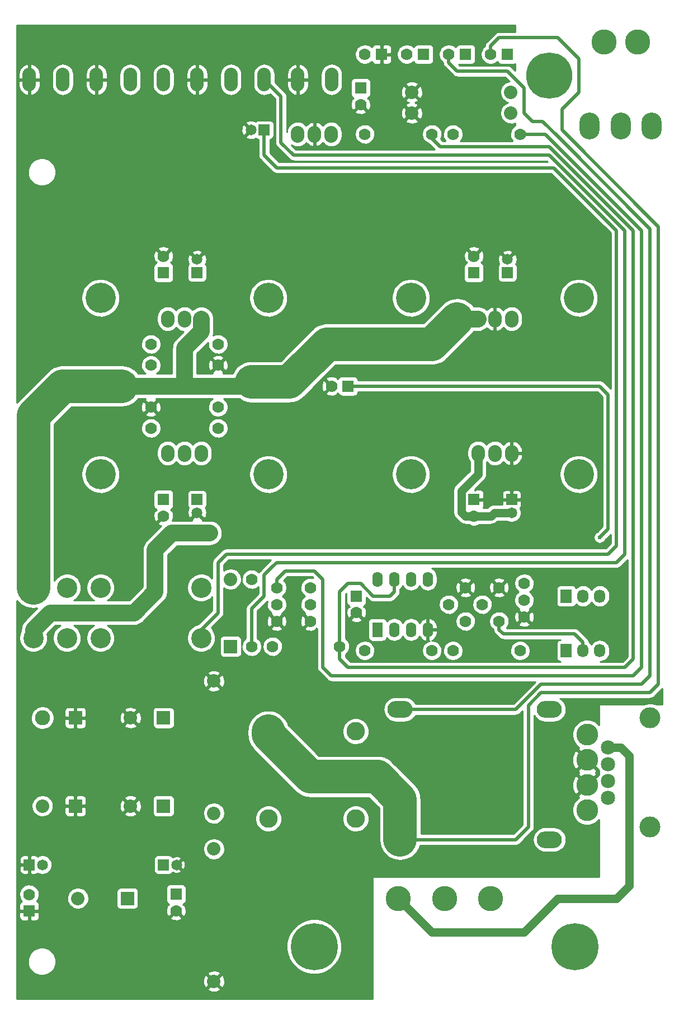
<source format=gbl>
G04 #@! TF.FileFunction,Copper,L2,Bot,Signal*
%FSLAX46Y46*%
G04 Gerber Fmt 4.6, Leading zero omitted, Abs format (unit mm)*
G04 Created by KiCad (PCBNEW 0.201508110901+6083~28~ubuntu14.04.1-product) date mar 18 ago 2015 19:46:52 CEST*
%MOMM*%
G01*
G04 APERTURE LIST*
%ADD10C,0.101600*%
%ADD11C,6.985000*%
%ADD12R,1.778000X1.778000*%
%ADD13C,1.778000*%
%ADD14R,1.651000X1.651000*%
%ADD15C,1.651000*%
%ADD16R,2.032000X2.032000*%
%ADD17C,2.032000*%
%ADD18C,2.286000*%
%ADD19R,1.727200X2.032000*%
%ADD20O,1.727200X2.032000*%
%ADD21O,2.032000X2.540000*%
%ADD22R,1.574800X2.286000*%
%ADD23O,1.574800X2.286000*%
%ADD24C,3.048000*%
%ADD25O,3.810000X2.540000*%
%ADD26O,3.048000X4.064000*%
%ADD27C,3.810000*%
%ADD28O,2.032000X3.556000*%
%ADD29C,2.794000*%
%ADD30C,7.112000*%
%ADD31C,4.572000*%
%ADD32C,2.159000*%
%ADD33C,3.302000*%
%ADD34C,3.175000*%
%ADD35C,1.066800*%
%ADD36C,0.609600*%
%ADD37C,0.508000*%
%ADD38C,1.270000*%
%ADD39C,5.080000*%
%ADD40C,2.540000*%
%ADD41C,0.254000*%
G04 APERTURE END LIST*
D10*
D11*
X154305000Y-40640000D03*
D12*
X125730000Y-42545000D03*
D13*
X125730000Y-45045000D03*
D14*
X111125000Y-48895000D03*
D15*
X109125000Y-48895000D03*
D16*
X90424000Y-165100000D03*
D17*
X82924000Y-165100000D03*
D12*
X95885000Y-104775000D03*
D13*
X95885000Y-107275000D03*
D12*
X95885000Y-70485000D03*
D13*
X95885000Y-67985000D03*
D17*
X90885000Y-151130000D03*
D16*
X95885000Y-151130000D03*
D17*
X77550000Y-151130000D03*
D16*
X82550000Y-151130000D03*
D14*
X100965000Y-104775000D03*
D15*
X100965000Y-106775000D03*
D14*
X100965000Y-70485000D03*
D15*
X100965000Y-68485000D03*
D17*
X90885000Y-137795000D03*
D16*
X95885000Y-137795000D03*
D18*
X77550000Y-137795000D03*
D16*
X82550000Y-137795000D03*
D14*
X95885000Y-160020000D03*
D15*
X97885000Y-160020000D03*
D14*
X75565000Y-160020000D03*
D15*
X77565000Y-160020000D03*
D12*
X97790000Y-164465000D03*
D13*
X97790000Y-166965000D03*
D12*
X75565000Y-167005000D03*
D13*
X75565000Y-164505000D03*
D14*
X147955000Y-70485000D03*
D15*
X147955000Y-68485000D03*
D14*
X148590000Y-104775000D03*
D15*
X148590000Y-106775000D03*
D12*
X142875000Y-70485000D03*
D13*
X142875000Y-67985000D03*
D12*
X142875000Y-104775000D03*
D13*
X142875000Y-107275000D03*
D12*
X125095000Y-119380000D03*
D13*
X125095000Y-121880000D03*
D12*
X147956340Y-37465000D03*
D13*
X145416340Y-37465000D03*
D12*
X141606340Y-37465000D03*
D13*
X139066340Y-37465000D03*
D12*
X135256340Y-37465000D03*
D13*
X132716340Y-37465000D03*
D17*
X106042460Y-116840000D03*
D16*
X106042460Y-127000000D03*
D12*
X128906340Y-37465000D03*
D13*
X126366340Y-37465000D03*
D19*
X156845000Y-127635000D03*
D20*
X159385000Y-127635000D03*
X161925000Y-127635000D03*
D19*
X156845000Y-119380000D03*
D20*
X159385000Y-119380000D03*
X161925000Y-119380000D03*
D13*
X150495000Y-120015000D03*
X150495000Y-122555000D03*
X150495000Y-117475000D03*
X118110000Y-120650000D03*
X118110000Y-123190000D03*
X118110000Y-118110000D03*
X113030000Y-120650000D03*
X113030000Y-123190000D03*
X113030000Y-118110000D03*
D17*
X148470000Y-43180000D03*
X133470000Y-43180000D03*
X148470000Y-46355000D03*
X133470000Y-46355000D03*
D13*
X93980000Y-93980000D03*
X104140000Y-93980000D03*
X104140000Y-81280000D03*
X93980000Y-81280000D03*
X104140000Y-90805000D03*
X93980000Y-90805000D03*
X93980000Y-84455000D03*
X104140000Y-84455000D03*
X109220000Y-116840000D03*
X109220000Y-127000000D03*
D17*
X103505000Y-152240000D03*
X103505000Y-132240000D03*
X103505000Y-177640000D03*
X103505000Y-157640000D03*
D13*
X149860000Y-49530000D03*
X139700000Y-49530000D03*
X126365000Y-127635000D03*
X136525000Y-127635000D03*
X149860000Y-127635000D03*
X139700000Y-127635000D03*
X126365000Y-49530000D03*
X136525000Y-49530000D03*
X112395000Y-127000000D03*
X122555000Y-127000000D03*
X144145000Y-120650000D03*
X146685000Y-118110000D03*
X146685000Y-123190000D03*
X139065000Y-120650000D03*
X141605000Y-118110000D03*
X141605000Y-123190000D03*
D21*
X118745000Y-49530000D03*
X121285000Y-49530000D03*
X116205000Y-49530000D03*
X99060000Y-97790000D03*
X96520000Y-97790000D03*
X101600000Y-97790000D03*
X99060000Y-77470000D03*
X101600000Y-77470000D03*
X96520000Y-77470000D03*
X146050000Y-77470000D03*
X148590000Y-77470000D03*
X143510000Y-77470000D03*
X146050000Y-97790000D03*
X143510000Y-97790000D03*
X148590000Y-97790000D03*
D22*
X128270000Y-124460000D03*
D23*
X130810000Y-124460000D03*
X133350000Y-124460000D03*
X135890000Y-124460000D03*
X135890000Y-116840000D03*
X133350000Y-116840000D03*
X130810000Y-116840000D03*
X128270000Y-116840000D03*
D24*
X101600000Y-125730000D03*
X101600000Y-118110000D03*
X86360000Y-118110000D03*
X81280000Y-118110000D03*
X76200000Y-118110000D03*
X86360000Y-125730000D03*
X81280000Y-125730000D03*
X76200000Y-125730000D03*
D25*
X131699000Y-156210000D03*
X154305000Y-156210000D03*
X131699000Y-136525000D03*
X154305000Y-136525000D03*
D26*
X165100000Y-48260000D03*
X160401000Y-48260000D03*
X169799000Y-48260000D03*
D27*
X162560000Y-35560000D03*
X167640000Y-35560000D03*
D28*
X85725000Y-41275000D03*
X90848180Y-41275000D03*
X80645000Y-41275000D03*
X75565000Y-41275000D03*
X116205000Y-41275000D03*
X121328180Y-41275000D03*
X111125000Y-41275000D03*
X100965000Y-41275000D03*
X106088180Y-41275000D03*
X95885000Y-41275000D03*
D12*
X123825000Y-87630000D03*
D13*
X121325000Y-87630000D03*
D29*
X111760000Y-153035000D03*
X124968000Y-153035000D03*
X124968000Y-139827000D03*
X111760000Y-139827000D03*
D27*
X145415000Y-165100000D03*
X138430000Y-165100000D03*
X131445000Y-165100000D03*
D30*
X158165800Y-172389800D03*
X118694200Y-172389800D03*
D31*
X133350000Y-74295000D03*
X158750000Y-74295000D03*
X86360000Y-74295000D03*
X111760000Y-74295000D03*
X111760000Y-100965000D03*
X86360000Y-100965000D03*
X158750000Y-100965000D03*
X133350000Y-100965000D03*
D32*
X163195000Y-149860000D03*
X163195000Y-147320000D03*
X163195000Y-142240000D03*
X163195000Y-144780000D03*
D33*
X160020000Y-147955000D03*
X160020000Y-144145000D03*
X160020000Y-140335000D03*
X160020000Y-151765000D03*
D34*
X169545000Y-154305000D03*
X169545000Y-137795000D03*
D35*
X100965000Y-109855000D03*
X99060000Y-109855000D03*
D36*
X102870000Y-109855000D03*
X161925000Y-110490000D03*
D37*
X101600000Y-124460000D02*
X104140000Y-121920000D01*
X104140000Y-121920000D02*
X104140000Y-114300000D01*
X104140000Y-114300000D02*
X105410000Y-113030000D01*
X105410000Y-113030000D02*
X163195000Y-113030000D01*
X163195000Y-113030000D02*
X164465000Y-111760000D01*
X164465000Y-111760000D02*
X164465000Y-64135000D01*
X164465000Y-64135000D02*
X154940000Y-54610000D01*
X149860000Y-54610000D02*
X113030000Y-54610000D01*
X154940000Y-54610000D02*
X149860000Y-54610000D01*
X113030000Y-54610000D02*
X111125000Y-52705000D01*
X111125000Y-52705000D02*
X111125000Y-48895000D01*
X101600000Y-125730000D02*
X101600000Y-124460000D01*
X159385000Y-127635000D02*
X159385000Y-126365000D01*
X146685000Y-124460000D02*
X146685000Y-123190000D01*
X147320000Y-125095000D02*
X146685000Y-124460000D01*
X158115000Y-125095000D02*
X147320000Y-125095000D01*
X159385000Y-126365000D02*
X158115000Y-125095000D01*
D38*
X142875000Y-107275000D02*
X141565000Y-107275000D01*
X143510000Y-100965000D02*
X143510000Y-97790000D01*
X140970000Y-103505000D02*
X143510000Y-100965000D01*
X140970000Y-106680000D02*
X140970000Y-103505000D01*
X141565000Y-107275000D02*
X140970000Y-106680000D01*
X142875000Y-107275000D02*
X145455000Y-107275000D01*
X145955000Y-106775000D02*
X148590000Y-106775000D01*
X145455000Y-107275000D02*
X145955000Y-106775000D01*
D37*
X156210000Y-45720000D02*
X156210000Y-48895000D01*
X145416340Y-36193660D02*
X146685000Y-34925000D01*
X146685000Y-34925000D02*
X155575000Y-34925000D01*
X155575000Y-34925000D02*
X158750000Y-38100000D01*
X158750000Y-38100000D02*
X158750000Y-43180000D01*
X158750000Y-43180000D02*
X156210000Y-45720000D01*
X156210000Y-48895000D02*
X170815000Y-63500000D01*
X149225000Y-156210000D02*
X151130000Y-154305000D01*
X151130000Y-154305000D02*
X151130000Y-135890000D01*
X151130000Y-135890000D02*
X153035000Y-133985000D01*
X153035000Y-133985000D02*
X169545000Y-133985000D01*
X169545000Y-133985000D02*
X170815000Y-132715000D01*
X170815000Y-132715000D02*
X170815000Y-63500000D01*
X131699000Y-156210000D02*
X149225000Y-156210000D01*
X145416340Y-36193660D02*
X145416340Y-37465000D01*
D39*
X111760000Y-139827000D02*
X111760000Y-140335000D01*
X111760000Y-140335000D02*
X118110000Y-146685000D01*
X118110000Y-146685000D02*
X128270000Y-146685000D01*
X128270000Y-146685000D02*
X131699000Y-150114000D01*
X131699000Y-150114000D02*
X131699000Y-156210000D01*
D37*
X139066340Y-37465000D02*
X139066340Y-38736340D01*
X169545000Y-63870792D02*
X155707104Y-50032896D01*
X149225000Y-136525000D02*
X131699000Y-136525000D01*
X169545000Y-131445000D02*
X169545000Y-64135000D01*
X168275000Y-132715000D02*
X169545000Y-131445000D01*
X153035000Y-132715000D02*
X168275000Y-132715000D01*
X149225000Y-136525000D02*
X153035000Y-132715000D01*
X169545000Y-64135000D02*
X169545000Y-63870792D01*
X153299208Y-47625000D02*
X155707104Y-50032896D01*
X151765000Y-47625000D02*
X153299208Y-47625000D01*
X150495000Y-46355000D02*
X151765000Y-47625000D01*
X150495000Y-42545000D02*
X150495000Y-46355000D01*
X147955000Y-40005000D02*
X150495000Y-42545000D01*
X140335000Y-40005000D02*
X147955000Y-40005000D01*
X139066340Y-38736340D02*
X140335000Y-40005000D01*
X168275000Y-64135000D02*
X153670000Y-49530000D01*
X167005000Y-131445000D02*
X168275000Y-130175000D01*
X168275000Y-130175000D02*
X168275000Y-64135000D01*
X113030000Y-118110000D02*
X113030000Y-116840000D01*
X121285000Y-131445000D02*
X151130000Y-131445000D01*
X120015000Y-130175000D02*
X121285000Y-131445000D01*
X120015000Y-116840000D02*
X120015000Y-130175000D01*
X118745000Y-115570000D02*
X120015000Y-116840000D01*
X114300000Y-115570000D02*
X118745000Y-115570000D01*
X113030000Y-116840000D02*
X114300000Y-115570000D01*
X151130000Y-131445000D02*
X167005000Y-131445000D01*
X153670000Y-49530000D02*
X149860000Y-49530000D01*
D40*
X100965000Y-109855000D02*
X101600000Y-109855000D01*
X99060000Y-109855000D02*
X102870000Y-109855000D01*
X76200000Y-125730000D02*
X76200000Y-124460000D01*
X76200000Y-124460000D02*
X78740000Y-121920000D01*
X97155000Y-109855000D02*
X102870000Y-109855000D01*
X94615000Y-112395000D02*
X97155000Y-109855000D01*
X94615000Y-118745000D02*
X94615000Y-112395000D01*
X91440000Y-121920000D02*
X94615000Y-118745000D01*
X78740000Y-121920000D02*
X91440000Y-121920000D01*
X76200000Y-125730000D02*
X76200000Y-125095000D01*
D37*
X109220000Y-121285000D02*
X111125000Y-119380000D01*
X154305000Y-52705000D02*
X115570000Y-52705000D01*
X115570000Y-52705000D02*
X113665000Y-50800000D01*
X113665000Y-50800000D02*
X113665000Y-43815000D01*
X111125000Y-41275000D02*
X113665000Y-43815000D01*
X109220000Y-121285000D02*
X109220000Y-127000000D01*
X165735000Y-113030000D02*
X165735000Y-64135000D01*
X164465000Y-114300000D02*
X165735000Y-113030000D01*
X113030000Y-114300000D02*
X164465000Y-114300000D01*
X112395000Y-114935000D02*
X113030000Y-114300000D01*
X165735000Y-64135000D02*
X154305000Y-52705000D01*
X111125000Y-116205000D02*
X112395000Y-114935000D01*
X111125000Y-119380000D02*
X111125000Y-116205000D01*
X123825000Y-87630000D02*
X161925000Y-87630000D01*
X163195000Y-109220000D02*
X161925000Y-110490000D01*
X163195000Y-88900000D02*
X163195000Y-109220000D01*
X161925000Y-87630000D02*
X163195000Y-88900000D01*
X122555000Y-127000000D02*
X122555000Y-118745000D01*
X130810000Y-118745000D02*
X130810000Y-116840000D01*
X130175000Y-119380000D02*
X130810000Y-118745000D01*
X127635000Y-119380000D02*
X130175000Y-119380000D01*
X125730000Y-117475000D02*
X127635000Y-119380000D01*
X123825000Y-117475000D02*
X125730000Y-117475000D01*
X122555000Y-118745000D02*
X123825000Y-117475000D01*
X167005000Y-64135000D02*
X154305000Y-51435000D01*
X165100000Y-130175000D02*
X165735000Y-130175000D01*
X165735000Y-130175000D02*
X167005000Y-128905000D01*
X167005000Y-128905000D02*
X167005000Y-64135000D01*
X122555000Y-128905000D02*
X123825000Y-130175000D01*
X123825000Y-130175000D02*
X151130000Y-130175000D01*
X122555000Y-127000000D02*
X122555000Y-128905000D01*
X151130000Y-130175000D02*
X165100000Y-130175000D01*
X137795000Y-51435000D02*
X136525000Y-50165000D01*
X154305000Y-51435000D02*
X137795000Y-51435000D01*
X136525000Y-50165000D02*
X136525000Y-49530000D01*
D40*
X101600000Y-77470000D02*
X101600000Y-79375000D01*
X99060000Y-81915000D02*
X99060000Y-87630000D01*
X101600000Y-79375000D02*
X99060000Y-81915000D01*
X89535000Y-87630000D02*
X99060000Y-87630000D01*
X99060000Y-87630000D02*
X108585000Y-87630000D01*
D39*
X76200000Y-92075000D02*
X80645000Y-87630000D01*
X80645000Y-87630000D02*
X89535000Y-87630000D01*
X76200000Y-118110000D02*
X76200000Y-92075000D01*
X120650000Y-81280000D02*
X114935000Y-86995000D01*
X114935000Y-86995000D02*
X109220000Y-86995000D01*
D40*
X140335000Y-77470000D02*
X143510000Y-77470000D01*
D39*
X136525000Y-81280000D02*
X128905000Y-81280000D01*
X140335000Y-77470000D02*
X136525000Y-81280000D01*
X128905000Y-81280000D02*
X120650000Y-81280000D01*
D40*
X108585000Y-87630000D02*
X109220000Y-86995000D01*
D38*
X131445000Y-165100000D02*
X136525000Y-170180000D01*
X165100000Y-142240000D02*
X163195000Y-142240000D01*
X166370000Y-143510000D02*
X165100000Y-142240000D01*
X166370000Y-163195000D02*
X166370000Y-143510000D01*
X164465000Y-165100000D02*
X166370000Y-163195000D01*
X155575000Y-165100000D02*
X164465000Y-165100000D01*
X150495000Y-170180000D02*
X155575000Y-165100000D01*
X136525000Y-170180000D02*
X150495000Y-170180000D01*
D41*
X149098000Y-33070000D02*
X73710000Y-33070000D01*
X149098000Y-33273200D02*
X73710000Y-33273200D01*
X149098000Y-33476400D02*
X73710000Y-33476400D01*
X149098000Y-33679600D02*
X73710000Y-33679600D01*
X149098000Y-33882800D02*
X73710000Y-33882800D01*
X146401585Y-34086000D02*
X73710000Y-34086000D01*
X146063665Y-34289200D02*
X73710000Y-34289200D01*
X145860364Y-34492400D02*
X73710000Y-34492400D01*
X145657164Y-34695600D02*
X73710000Y-34695600D01*
X145453964Y-34898800D02*
X73710000Y-34898800D01*
X145250764Y-35102000D02*
X73710000Y-35102000D01*
X145047564Y-35305200D02*
X73710000Y-35305200D01*
X144844364Y-35508400D02*
X73710000Y-35508400D01*
X144670899Y-35711600D02*
X73710000Y-35711600D01*
X144576412Y-35914800D02*
X73710000Y-35914800D01*
X125641411Y-36118000D02*
X73710000Y-36118000D01*
X127577314Y-36118000D02*
X127094804Y-36118000D01*
X129033340Y-36118000D02*
X128779340Y-36118000D01*
X131991411Y-36118000D02*
X130235366Y-36118000D01*
X133927485Y-36118000D02*
X133444804Y-36118000D01*
X138341411Y-36118000D02*
X136581984Y-36118000D01*
X140277485Y-36118000D02*
X139794804Y-36118000D01*
X144534521Y-36118000D02*
X142931984Y-36118000D01*
X125356065Y-36321200D02*
X73710000Y-36321200D01*
X127435562Y-36321200D02*
X127378367Y-36321200D01*
X129033340Y-36321200D02*
X128779340Y-36321200D01*
X131706065Y-36321200D02*
X130377117Y-36321200D01*
X133789229Y-36321200D02*
X133728367Y-36321200D01*
X138056065Y-36321200D02*
X136727583Y-36321200D01*
X140139229Y-36321200D02*
X140078367Y-36321200D01*
X144406065Y-36321200D02*
X143077583Y-36321200D01*
X125163284Y-36524400D02*
X73710000Y-36524400D01*
X129033340Y-36524400D02*
X128779340Y-36524400D01*
X131513284Y-36524400D02*
X130430340Y-36524400D01*
X137863284Y-36524400D02*
X136779218Y-36524400D01*
X144213284Y-36524400D02*
X143129218Y-36524400D01*
X125024239Y-36727600D02*
X73710000Y-36727600D01*
X129033340Y-36727600D02*
X128779340Y-36727600D01*
X131374239Y-36727600D02*
X130430340Y-36727600D01*
X137724239Y-36727600D02*
X136783412Y-36727600D01*
X144074239Y-36727600D02*
X143133412Y-36727600D01*
X124937147Y-36930800D02*
X73710000Y-36930800D01*
X129033340Y-36930800D02*
X128779340Y-36930800D01*
X131287147Y-36930800D02*
X130430340Y-36930800D01*
X137637147Y-36930800D02*
X136783412Y-36930800D01*
X143987147Y-36930800D02*
X143133412Y-36930800D01*
X124878582Y-37134000D02*
X73710000Y-37134000D01*
X129033340Y-37134000D02*
X128779340Y-37134000D01*
X131228582Y-37134000D02*
X130430340Y-37134000D01*
X137578582Y-37134000D02*
X136783412Y-37134000D01*
X143928582Y-37134000D02*
X143133412Y-37134000D01*
X124843910Y-37337200D02*
X73710000Y-37337200D01*
X129033340Y-37337200D02*
X128779340Y-37337200D01*
X131193910Y-37337200D02*
X130272390Y-37337200D01*
X137543910Y-37337200D02*
X136783412Y-37337200D01*
X143893910Y-37337200D02*
X143133412Y-37337200D01*
X124841073Y-37540400D02*
X73710000Y-37540400D01*
X131191073Y-37540400D02*
X128759340Y-37540400D01*
X137541073Y-37540400D02*
X136783412Y-37540400D01*
X143891073Y-37540400D02*
X143133412Y-37540400D01*
X124867952Y-37743600D02*
X73710000Y-37743600D01*
X129033340Y-37743600D02*
X128779340Y-37743600D01*
X131217952Y-37743600D02*
X130423190Y-37743600D01*
X137567952Y-37743600D02*
X136783412Y-37743600D01*
X143917952Y-37743600D02*
X143133412Y-37743600D01*
X124917925Y-37946800D02*
X73710000Y-37946800D01*
X129033340Y-37946800D02*
X128779340Y-37946800D01*
X131267925Y-37946800D02*
X130430340Y-37946800D01*
X137617925Y-37946800D02*
X136783412Y-37946800D01*
X143967925Y-37946800D02*
X143133412Y-37946800D01*
X124998377Y-38150000D02*
X73710000Y-38150000D01*
X129033340Y-38150000D02*
X128779340Y-38150000D01*
X131348377Y-38150000D02*
X130430340Y-38150000D01*
X137698377Y-38150000D02*
X136783412Y-38150000D01*
X144048377Y-38150000D02*
X143133412Y-38150000D01*
X125125605Y-38353200D02*
X73710000Y-38353200D01*
X129033340Y-38353200D02*
X128779340Y-38353200D01*
X131475605Y-38353200D02*
X130430340Y-38353200D01*
X137825605Y-38353200D02*
X136783412Y-38353200D01*
X144175605Y-38353200D02*
X143133412Y-38353200D01*
X125301593Y-38556400D02*
X73710000Y-38556400D01*
X129033340Y-38556400D02*
X128779340Y-38556400D01*
X131651593Y-38556400D02*
X130398823Y-38556400D01*
X138001593Y-38556400D02*
X136747013Y-38556400D01*
X144351593Y-38556400D02*
X143097013Y-38556400D01*
X125558570Y-38759600D02*
X73710000Y-38759600D01*
X127524914Y-38759600D02*
X127170702Y-38759600D01*
X129033340Y-38759600D02*
X128779340Y-38759600D01*
X131908570Y-38759600D02*
X130287766Y-38759600D01*
X133878208Y-38759600D02*
X133520702Y-38759600D01*
X138179621Y-38759600D02*
X136629717Y-38759600D01*
X144608570Y-38759600D02*
X142979717Y-38759600D01*
X146578208Y-38759600D02*
X146220702Y-38759600D01*
X74996539Y-38962800D02*
X73710000Y-38962800D01*
X75828123Y-38962800D02*
X75301876Y-38962800D01*
X80052836Y-38962800D02*
X76133460Y-38962800D01*
X85156539Y-38962800D02*
X81231391Y-38962800D01*
X85988123Y-38962800D02*
X85461876Y-38962800D01*
X90256016Y-38962800D02*
X86293460Y-38962800D01*
X95292836Y-38962800D02*
X91434571Y-38962800D01*
X100396539Y-38962800D02*
X96471391Y-38962800D01*
X101228123Y-38962800D02*
X100701876Y-38962800D01*
X105496016Y-38962800D02*
X101533460Y-38962800D01*
X110532836Y-38962800D02*
X106674571Y-38962800D01*
X115636539Y-38962800D02*
X111711391Y-38962800D01*
X116468123Y-38962800D02*
X115941876Y-38962800D01*
X120736016Y-38962800D02*
X116773460Y-38962800D01*
X126081311Y-38962800D02*
X121914571Y-38962800D01*
X127827779Y-38962800D02*
X126648638Y-38962800D01*
X129165890Y-38962800D02*
X128646790Y-38962800D01*
X132431311Y-38962800D02*
X129984902Y-38962800D01*
X134180791Y-38962800D02*
X132998638Y-38962800D01*
X138210511Y-38962800D02*
X136315212Y-38962800D01*
X145131311Y-38962800D02*
X142665212Y-38962800D01*
X146880791Y-38962800D02*
X145698638Y-38962800D01*
X149098000Y-38962800D02*
X149015213Y-38962800D01*
X74615678Y-39166000D02*
X73710000Y-39166000D01*
X75692000Y-39166000D02*
X75438000Y-39166000D01*
X79683545Y-39166000D02*
X76514321Y-39166000D01*
X84775678Y-39166000D02*
X81608620Y-39166000D01*
X85852000Y-39166000D02*
X85598000Y-39166000D01*
X89886725Y-39166000D02*
X86674321Y-39166000D01*
X94923545Y-39166000D02*
X91811800Y-39166000D01*
X100015678Y-39166000D02*
X96848620Y-39166000D01*
X101092000Y-39166000D02*
X100838000Y-39166000D01*
X105126725Y-39166000D02*
X101914321Y-39166000D01*
X110163545Y-39166000D02*
X107051800Y-39166000D01*
X115255678Y-39166000D02*
X112088620Y-39166000D01*
X116332000Y-39166000D02*
X116078000Y-39166000D01*
X120366725Y-39166000D02*
X117154321Y-39166000D01*
X138292500Y-39166000D02*
X122291800Y-39166000D01*
X149098000Y-39166000D02*
X148236893Y-39166000D01*
X74378687Y-39369200D02*
X73710000Y-39369200D01*
X75692000Y-39369200D02*
X75438000Y-39369200D01*
X79450024Y-39369200D02*
X76751312Y-39369200D01*
X84538687Y-39369200D02*
X81841968Y-39369200D01*
X85852000Y-39369200D02*
X85598000Y-39369200D01*
X89653204Y-39369200D02*
X86911312Y-39369200D01*
X94690024Y-39369200D02*
X92045148Y-39369200D01*
X99778687Y-39369200D02*
X97081968Y-39369200D01*
X101092000Y-39369200D02*
X100838000Y-39369200D01*
X104893204Y-39369200D02*
X102151312Y-39369200D01*
X109930024Y-39369200D02*
X107285148Y-39369200D01*
X115018687Y-39369200D02*
X112321968Y-39369200D01*
X116332000Y-39369200D02*
X116078000Y-39369200D01*
X120133204Y-39369200D02*
X117391312Y-39369200D01*
X138441964Y-39369200D02*
X122525148Y-39369200D01*
X149098000Y-39369200D02*
X148574874Y-39369200D01*
X74210358Y-39572400D02*
X73710000Y-39572400D01*
X75692000Y-39572400D02*
X75438000Y-39572400D01*
X79280629Y-39572400D02*
X76919641Y-39572400D01*
X84370358Y-39572400D02*
X82007694Y-39572400D01*
X85852000Y-39572400D02*
X85598000Y-39572400D01*
X89483809Y-39572400D02*
X87079641Y-39572400D01*
X94520629Y-39572400D02*
X92210874Y-39572400D01*
X99610358Y-39572400D02*
X97247694Y-39572400D01*
X101092000Y-39572400D02*
X100838000Y-39572400D01*
X104723809Y-39572400D02*
X102319641Y-39572400D01*
X109760629Y-39572400D02*
X107450874Y-39572400D01*
X114850358Y-39572400D02*
X112487694Y-39572400D01*
X116332000Y-39572400D02*
X116078000Y-39572400D01*
X119963809Y-39572400D02*
X117559641Y-39572400D01*
X138645164Y-39572400D02*
X122690874Y-39572400D01*
X149098000Y-39572400D02*
X148779636Y-39572400D01*
X74083703Y-39775600D02*
X73710000Y-39775600D01*
X75692000Y-39775600D02*
X75438000Y-39775600D01*
X79168919Y-39775600D02*
X77046296Y-39775600D01*
X84243703Y-39775600D02*
X82120074Y-39775600D01*
X85852000Y-39775600D02*
X85598000Y-39775600D01*
X89372099Y-39775600D02*
X87206296Y-39775600D01*
X94408919Y-39775600D02*
X92323254Y-39775600D01*
X99483703Y-39775600D02*
X97360074Y-39775600D01*
X101092000Y-39775600D02*
X100838000Y-39775600D01*
X104612099Y-39775600D02*
X102446296Y-39775600D01*
X109648919Y-39775600D02*
X107563254Y-39775600D01*
X114723703Y-39775600D02*
X112600074Y-39775600D01*
X116332000Y-39775600D02*
X116078000Y-39775600D01*
X119852099Y-39775600D02*
X117686296Y-39775600D01*
X138848364Y-39775600D02*
X122803254Y-39775600D01*
X149098000Y-39775600D02*
X148982836Y-39775600D01*
X74004586Y-39978800D02*
X73710000Y-39978800D01*
X75692000Y-39978800D02*
X75438000Y-39978800D01*
X79086943Y-39978800D02*
X77125413Y-39978800D01*
X84164586Y-39978800D02*
X82203616Y-39978800D01*
X85852000Y-39978800D02*
X85598000Y-39978800D01*
X89290123Y-39978800D02*
X87285413Y-39978800D01*
X94326943Y-39978800D02*
X92406796Y-39978800D01*
X99404586Y-39978800D02*
X97443616Y-39978800D01*
X101092000Y-39978800D02*
X100838000Y-39978800D01*
X104530123Y-39978800D02*
X102525413Y-39978800D01*
X109566943Y-39978800D02*
X107646796Y-39978800D01*
X114644586Y-39978800D02*
X112683616Y-39978800D01*
X116332000Y-39978800D02*
X116078000Y-39978800D01*
X119770123Y-39978800D02*
X117765413Y-39978800D01*
X139051564Y-39978800D02*
X122886796Y-39978800D01*
X73950057Y-40182000D02*
X73710000Y-40182000D01*
X75692000Y-40182000D02*
X75438000Y-40182000D01*
X79027393Y-40182000D02*
X77179942Y-40182000D01*
X84110057Y-40182000D02*
X82264689Y-40182000D01*
X85852000Y-40182000D02*
X85598000Y-40182000D01*
X89230573Y-40182000D02*
X87339942Y-40182000D01*
X94267393Y-40182000D02*
X92467869Y-40182000D01*
X99350057Y-40182000D02*
X97504689Y-40182000D01*
X101092000Y-40182000D02*
X100838000Y-40182000D01*
X104470573Y-40182000D02*
X102579942Y-40182000D01*
X109507393Y-40182000D02*
X107707869Y-40182000D01*
X114590057Y-40182000D02*
X112744689Y-40182000D01*
X116332000Y-40182000D02*
X116078000Y-40182000D01*
X119710573Y-40182000D02*
X117819942Y-40182000D01*
X139254764Y-40182000D02*
X122947869Y-40182000D01*
X73914141Y-40385200D02*
X73710000Y-40385200D01*
X75692000Y-40385200D02*
X75438000Y-40385200D01*
X79004600Y-40385200D02*
X77215858Y-40385200D01*
X84074141Y-40385200D02*
X82284614Y-40385200D01*
X85852000Y-40385200D02*
X85598000Y-40385200D01*
X89207780Y-40385200D02*
X87375858Y-40385200D01*
X94244600Y-40385200D02*
X92487793Y-40385200D01*
X99314141Y-40385200D02*
X97524614Y-40385200D01*
X101092000Y-40385200D02*
X100838000Y-40385200D01*
X104447780Y-40385200D02*
X102615858Y-40385200D01*
X109484600Y-40385200D02*
X107727793Y-40385200D01*
X114554141Y-40385200D02*
X112764614Y-40385200D01*
X116332000Y-40385200D02*
X116078000Y-40385200D01*
X119687780Y-40385200D02*
X117855858Y-40385200D01*
X139457964Y-40385200D02*
X122967793Y-40385200D01*
X73914000Y-40588400D02*
X73710000Y-40588400D01*
X75692000Y-40588400D02*
X75438000Y-40588400D01*
X78994000Y-40588400D02*
X77216000Y-40588400D01*
X84074000Y-40588400D02*
X82296000Y-40588400D01*
X85852000Y-40588400D02*
X85598000Y-40588400D01*
X89197180Y-40588400D02*
X87376000Y-40588400D01*
X94234000Y-40588400D02*
X92499180Y-40588400D01*
X99314000Y-40588400D02*
X97536000Y-40588400D01*
X101092000Y-40588400D02*
X100838000Y-40588400D01*
X104437180Y-40588400D02*
X102616000Y-40588400D01*
X109474000Y-40588400D02*
X107739180Y-40588400D01*
X114554000Y-40588400D02*
X112776000Y-40588400D01*
X116332000Y-40588400D02*
X116078000Y-40588400D01*
X119677180Y-40588400D02*
X117856000Y-40588400D01*
X139661164Y-40588400D02*
X122979180Y-40588400D01*
X73914000Y-40791600D02*
X73710000Y-40791600D01*
X75692000Y-40791600D02*
X75438000Y-40791600D01*
X78994000Y-40791600D02*
X77216000Y-40791600D01*
X84074000Y-40791600D02*
X82296000Y-40791600D01*
X85852000Y-40791600D02*
X85598000Y-40791600D01*
X89197180Y-40791600D02*
X87376000Y-40791600D01*
X94234000Y-40791600D02*
X92499180Y-40791600D01*
X99314000Y-40791600D02*
X97536000Y-40791600D01*
X101092000Y-40791600D02*
X100838000Y-40791600D01*
X104437180Y-40791600D02*
X102616000Y-40791600D01*
X109474000Y-40791600D02*
X107739180Y-40791600D01*
X114554000Y-40791600D02*
X112776000Y-40791600D01*
X116332000Y-40791600D02*
X116078000Y-40791600D01*
X119677180Y-40791600D02*
X117856000Y-40791600D01*
X139929286Y-40791600D02*
X122979180Y-40791600D01*
X73914000Y-40994800D02*
X73710000Y-40994800D01*
X75692000Y-40994800D02*
X75438000Y-40994800D01*
X78994000Y-40994800D02*
X77216000Y-40994800D01*
X84074000Y-40994800D02*
X82296000Y-40994800D01*
X85852000Y-40994800D02*
X85598000Y-40994800D01*
X89197180Y-40994800D02*
X87376000Y-40994800D01*
X94234000Y-40994800D02*
X92499180Y-40994800D01*
X99314000Y-40994800D02*
X97536000Y-40994800D01*
X101092000Y-40994800D02*
X100838000Y-40994800D01*
X104437180Y-40994800D02*
X102616000Y-40994800D01*
X109474000Y-40994800D02*
X107739180Y-40994800D01*
X114554000Y-40994800D02*
X112776000Y-40994800D01*
X116332000Y-40994800D02*
X116078000Y-40994800D01*
X119677180Y-40994800D02*
X117856000Y-40994800D01*
X147687564Y-40994800D02*
X122979180Y-40994800D01*
X78994000Y-41198000D02*
X73710000Y-41198000D01*
X89197180Y-41198000D02*
X82296000Y-41198000D01*
X94234000Y-41198000D02*
X92499180Y-41198000D01*
X104437180Y-41198000D02*
X97536000Y-41198000D01*
X109474000Y-41198000D02*
X107739180Y-41198000D01*
X119677180Y-41198000D02*
X112776000Y-41198000D01*
X124401145Y-41198000D02*
X122979180Y-41198000D01*
X147890764Y-41198000D02*
X127055644Y-41198000D01*
X78994000Y-41401200D02*
X73710000Y-41401200D01*
X89197180Y-41401200D02*
X82296000Y-41401200D01*
X94234000Y-41401200D02*
X92499180Y-41401200D01*
X104437180Y-41401200D02*
X97536000Y-41401200D01*
X109474000Y-41401200D02*
X107739180Y-41401200D01*
X119677180Y-41401200D02*
X112776000Y-41401200D01*
X124262890Y-41401200D02*
X122979180Y-41401200D01*
X148093964Y-41401200D02*
X127201243Y-41401200D01*
X73914000Y-41604400D02*
X73710000Y-41604400D01*
X75692000Y-41604400D02*
X75438000Y-41604400D01*
X78994000Y-41604400D02*
X77216000Y-41604400D01*
X84074000Y-41604400D02*
X82296000Y-41604400D01*
X85852000Y-41604400D02*
X85598000Y-41604400D01*
X89197180Y-41604400D02*
X87376000Y-41604400D01*
X94234000Y-41604400D02*
X92499180Y-41604400D01*
X99314000Y-41604400D02*
X97536000Y-41604400D01*
X101092000Y-41604400D02*
X100838000Y-41604400D01*
X104437180Y-41604400D02*
X102616000Y-41604400D01*
X109474000Y-41604400D02*
X107739180Y-41604400D01*
X114554000Y-41604400D02*
X112776000Y-41604400D01*
X116332000Y-41604400D02*
X116078000Y-41604400D01*
X119677180Y-41604400D02*
X117856000Y-41604400D01*
X124210244Y-41604400D02*
X122979180Y-41604400D01*
X132974703Y-41604400D02*
X127252878Y-41604400D01*
X147962269Y-41604400D02*
X133970171Y-41604400D01*
X73914000Y-41807600D02*
X73710000Y-41807600D01*
X75692000Y-41807600D02*
X75438000Y-41807600D01*
X78994000Y-41807600D02*
X77216000Y-41807600D01*
X84074000Y-41807600D02*
X82296000Y-41807600D01*
X85852000Y-41807600D02*
X85598000Y-41807600D01*
X89197180Y-41807600D02*
X87376000Y-41807600D01*
X94234000Y-41807600D02*
X92499180Y-41807600D01*
X99314000Y-41807600D02*
X97536000Y-41807600D01*
X101092000Y-41807600D02*
X100838000Y-41807600D01*
X104437180Y-41807600D02*
X102616000Y-41807600D01*
X109474000Y-41807600D02*
X107739180Y-41807600D01*
X114554000Y-41807600D02*
X112914836Y-41807600D01*
X116332000Y-41807600D02*
X116078000Y-41807600D01*
X119677180Y-41807600D02*
X117856000Y-41807600D01*
X124202928Y-41807600D02*
X122979180Y-41807600D01*
X132585619Y-41807600D02*
X127257072Y-41807600D01*
X147551941Y-41807600D02*
X134354380Y-41807600D01*
X73914000Y-42010800D02*
X73710000Y-42010800D01*
X75692000Y-42010800D02*
X75438000Y-42010800D01*
X78994000Y-42010800D02*
X77216000Y-42010800D01*
X84074000Y-42010800D02*
X82296000Y-42010800D01*
X85852000Y-42010800D02*
X85598000Y-42010800D01*
X89197180Y-42010800D02*
X87376000Y-42010800D01*
X94234000Y-42010800D02*
X92499180Y-42010800D01*
X99314000Y-42010800D02*
X97536000Y-42010800D01*
X101092000Y-42010800D02*
X100838000Y-42010800D01*
X104437180Y-42010800D02*
X102616000Y-42010800D01*
X109474000Y-42010800D02*
X107739180Y-42010800D01*
X114554000Y-42010800D02*
X113118036Y-42010800D01*
X116332000Y-42010800D02*
X116078000Y-42010800D01*
X119677180Y-42010800D02*
X117856000Y-42010800D01*
X124202928Y-42010800D02*
X122979180Y-42010800D01*
X132510999Y-42010800D02*
X127257072Y-42010800D01*
X147304140Y-42010800D02*
X134429000Y-42010800D01*
X73922838Y-42214000D02*
X73710000Y-42214000D01*
X75692000Y-42214000D02*
X75438000Y-42214000D01*
X79010211Y-42214000D02*
X77207163Y-42214000D01*
X84082838Y-42214000D02*
X82279881Y-42214000D01*
X85852000Y-42214000D02*
X85598000Y-42214000D01*
X89213391Y-42214000D02*
X87367163Y-42214000D01*
X94250211Y-42214000D02*
X92483061Y-42214000D01*
X99322838Y-42214000D02*
X97519881Y-42214000D01*
X101092000Y-42214000D02*
X100838000Y-42214000D01*
X104453391Y-42214000D02*
X102607163Y-42214000D01*
X109490211Y-42214000D02*
X107723061Y-42214000D01*
X114562838Y-42214000D02*
X113321236Y-42214000D01*
X116332000Y-42214000D02*
X116078000Y-42214000D01*
X119693391Y-42214000D02*
X117847163Y-42214000D01*
X124202928Y-42214000D02*
X122963061Y-42214000D01*
X132319860Y-42214000D02*
X127257072Y-42214000D01*
X132683605Y-42214000D02*
X132324395Y-42214000D01*
X134615605Y-42214000D02*
X134256395Y-42214000D01*
X147130411Y-42214000D02*
X134620139Y-42214000D01*
X73958755Y-42417200D02*
X73710000Y-42417200D01*
X75692000Y-42417200D02*
X75438000Y-42417200D01*
X79039888Y-42417200D02*
X77171246Y-42417200D01*
X84118755Y-42417200D02*
X82251909Y-42417200D01*
X85852000Y-42417200D02*
X85598000Y-42417200D01*
X89243068Y-42417200D02*
X87331246Y-42417200D01*
X94279888Y-42417200D02*
X92455089Y-42417200D01*
X99358755Y-42417200D02*
X97491909Y-42417200D01*
X101092000Y-42417200D02*
X100838000Y-42417200D01*
X104483068Y-42417200D02*
X102571246Y-42417200D01*
X109519888Y-42417200D02*
X107695089Y-42417200D01*
X114598755Y-42417200D02*
X113524436Y-42417200D01*
X116332000Y-42417200D02*
X116078000Y-42417200D01*
X119723068Y-42417200D02*
X117811246Y-42417200D01*
X124202928Y-42417200D02*
X122935089Y-42417200D01*
X132005123Y-42417200D02*
X127257072Y-42417200D01*
X132886805Y-42417200D02*
X132527595Y-42417200D01*
X134412405Y-42417200D02*
X134053195Y-42417200D01*
X147000606Y-42417200D02*
X134939904Y-42417200D01*
X74023743Y-42620400D02*
X73710000Y-42620400D01*
X75692000Y-42620400D02*
X75438000Y-42620400D01*
X79101238Y-42620400D02*
X77106258Y-42620400D01*
X84183743Y-42620400D02*
X82187449Y-42620400D01*
X85852000Y-42620400D02*
X85598000Y-42620400D01*
X89304418Y-42620400D02*
X87266258Y-42620400D01*
X94341238Y-42620400D02*
X92390629Y-42620400D01*
X99423743Y-42620400D02*
X97427449Y-42620400D01*
X101092000Y-42620400D02*
X100838000Y-42620400D01*
X104544418Y-42620400D02*
X102506258Y-42620400D01*
X109581238Y-42620400D02*
X107630629Y-42620400D01*
X114663743Y-42620400D02*
X113727636Y-42620400D01*
X116332000Y-42620400D02*
X116078000Y-42620400D01*
X119784418Y-42620400D02*
X117746258Y-42620400D01*
X124202928Y-42620400D02*
X122870629Y-42620400D01*
X131910028Y-42620400D02*
X127257072Y-42620400D01*
X133090005Y-42620400D02*
X132730795Y-42620400D01*
X134209205Y-42620400D02*
X133849995Y-42620400D01*
X146913514Y-42620400D02*
X135023439Y-42620400D01*
X74112161Y-42823600D02*
X73710000Y-42823600D01*
X75692000Y-42823600D02*
X75438000Y-42823600D01*
X79196086Y-42823600D02*
X77017840Y-42823600D01*
X84272161Y-42823600D02*
X82094033Y-42823600D01*
X85852000Y-42823600D02*
X85598000Y-42823600D01*
X89399266Y-42823600D02*
X87177840Y-42823600D01*
X94436086Y-42823600D02*
X92297213Y-42823600D01*
X99512161Y-42823600D02*
X97334033Y-42823600D01*
X101092000Y-42823600D02*
X100838000Y-42823600D01*
X104639266Y-42823600D02*
X102417840Y-42823600D01*
X109676086Y-42823600D02*
X107537213Y-42823600D01*
X114752161Y-42823600D02*
X113930836Y-42823600D01*
X116332000Y-42823600D02*
X116078000Y-42823600D01*
X119879266Y-42823600D02*
X117657840Y-42823600D01*
X124202928Y-42823600D02*
X122777213Y-42823600D01*
X131856589Y-42823600D02*
X127257072Y-42823600D01*
X133293205Y-42823600D02*
X132933995Y-42823600D01*
X134006005Y-42823600D02*
X133646795Y-42823600D01*
X146857798Y-42823600D02*
X135087678Y-42823600D01*
X74241732Y-43026800D02*
X73710000Y-43026800D01*
X75692000Y-43026800D02*
X75438000Y-43026800D01*
X79322433Y-43026800D02*
X76888269Y-43026800D01*
X84401732Y-43026800D02*
X81969197Y-43026800D01*
X85852000Y-43026800D02*
X85598000Y-43026800D01*
X89525613Y-43026800D02*
X87048269Y-43026800D01*
X94562433Y-43026800D02*
X92172377Y-43026800D01*
X99641732Y-43026800D02*
X97209197Y-43026800D01*
X101092000Y-43026800D02*
X100838000Y-43026800D01*
X104765613Y-43026800D02*
X102288269Y-43026800D01*
X109802433Y-43026800D02*
X107412377Y-43026800D01*
X114881732Y-43026800D02*
X114134036Y-43026800D01*
X116332000Y-43026800D02*
X116078000Y-43026800D01*
X120005613Y-43026800D02*
X117528269Y-43026800D01*
X124202928Y-43026800D02*
X122652377Y-43026800D01*
X131825270Y-43026800D02*
X127257072Y-43026800D01*
X133802805Y-43026800D02*
X133137195Y-43026800D01*
X146820907Y-43026800D02*
X135115388Y-43026800D01*
X74425826Y-43230000D02*
X73710000Y-43230000D01*
X75692000Y-43230000D02*
X75438000Y-43230000D01*
X79495226Y-43230000D02*
X76704175Y-43230000D01*
X84585826Y-43230000D02*
X81797992Y-43230000D01*
X85852000Y-43230000D02*
X85598000Y-43230000D01*
X89698406Y-43230000D02*
X86864175Y-43230000D01*
X94735226Y-43230000D02*
X92001172Y-43230000D01*
X99825826Y-43230000D02*
X97037992Y-43230000D01*
X101092000Y-43230000D02*
X100838000Y-43230000D01*
X104938406Y-43230000D02*
X102104175Y-43230000D01*
X109975226Y-43230000D02*
X107241172Y-43230000D01*
X115065826Y-43230000D02*
X114330097Y-43230000D01*
X116332000Y-43230000D02*
X116078000Y-43230000D01*
X120178406Y-43230000D02*
X117344175Y-43230000D01*
X124202928Y-43230000D02*
X122481172Y-43230000D01*
X131812897Y-43230000D02*
X127257072Y-43230000D01*
X133699605Y-43230000D02*
X133240395Y-43230000D01*
X146818070Y-43230000D02*
X135121014Y-43230000D01*
X74686005Y-43433200D02*
X73710000Y-43433200D01*
X75692000Y-43433200D02*
X75438000Y-43433200D01*
X79750965Y-43433200D02*
X76443996Y-43433200D01*
X84846005Y-43433200D02*
X81543237Y-43433200D01*
X85852000Y-43433200D02*
X85598000Y-43433200D01*
X89954145Y-43433200D02*
X86603996Y-43433200D01*
X94990965Y-43433200D02*
X91746417Y-43433200D01*
X100086005Y-43433200D02*
X96783237Y-43433200D01*
X101092000Y-43433200D02*
X100838000Y-43433200D01*
X105194145Y-43433200D02*
X101843996Y-43433200D01*
X110230965Y-43433200D02*
X106986417Y-43433200D01*
X112025964Y-43433200D02*
X112023238Y-43433200D01*
X115326005Y-43433200D02*
X114464043Y-43433200D01*
X116332000Y-43433200D02*
X116078000Y-43433200D01*
X120434145Y-43433200D02*
X117083996Y-43433200D01*
X124202928Y-43433200D02*
X122226417Y-43433200D01*
X131838248Y-43433200D02*
X127257072Y-43433200D01*
X133396405Y-43433200D02*
X133037195Y-43433200D01*
X133902805Y-43433200D02*
X133543595Y-43433200D01*
X146837823Y-43433200D02*
X135108640Y-43433200D01*
X75155072Y-43636400D02*
X73710000Y-43636400D01*
X75933820Y-43636400D02*
X75196181Y-43636400D01*
X80217547Y-43636400D02*
X75974929Y-43636400D01*
X85315072Y-43636400D02*
X81069995Y-43636400D01*
X86093820Y-43636400D02*
X85356181Y-43636400D01*
X90420727Y-43636400D02*
X86134929Y-43636400D01*
X95457547Y-43636400D02*
X91273175Y-43636400D01*
X100555072Y-43636400D02*
X96309995Y-43636400D01*
X101333820Y-43636400D02*
X100596181Y-43636400D01*
X105660727Y-43636400D02*
X101374929Y-43636400D01*
X110697547Y-43636400D02*
X106513175Y-43636400D01*
X112229164Y-43636400D02*
X111549995Y-43636400D01*
X115795072Y-43636400D02*
X114535279Y-43636400D01*
X116573820Y-43636400D02*
X115836181Y-43636400D01*
X120900727Y-43636400D02*
X116614929Y-43636400D01*
X124242372Y-43636400D02*
X121753175Y-43636400D01*
X131880995Y-43636400D02*
X127220673Y-43636400D01*
X133193205Y-43636400D02*
X132833995Y-43636400D01*
X134106005Y-43636400D02*
X133746795Y-43636400D01*
X146875117Y-43636400D02*
X135057112Y-43636400D01*
X112432364Y-43839600D02*
X73710000Y-43839600D01*
X124351868Y-43839600D02*
X114554000Y-43839600D01*
X131951024Y-43839600D02*
X127103377Y-43839600D01*
X132990005Y-43839600D02*
X132630795Y-43839600D01*
X134309205Y-43839600D02*
X133949995Y-43839600D01*
X146955383Y-43839600D02*
X134985176Y-43839600D01*
X112635564Y-44042800D02*
X73710000Y-44042800D01*
X124567380Y-44042800D02*
X114554000Y-44042800D01*
X132053548Y-44042800D02*
X126892620Y-44042800D01*
X132786805Y-44042800D02*
X132427595Y-44042800D01*
X134512405Y-44042800D02*
X134153195Y-44042800D01*
X147061802Y-44042800D02*
X134886137Y-44042800D01*
X112776000Y-44246000D02*
X73710000Y-44246000D01*
X124435236Y-44246000D02*
X114554000Y-44246000D01*
X132583605Y-44246000D02*
X127024763Y-44246000D01*
X147204167Y-44246000D02*
X134356395Y-44246000D01*
X112776000Y-44449200D02*
X73710000Y-44449200D01*
X124325542Y-44449200D02*
X114554000Y-44449200D01*
X132547723Y-44449200D02*
X127135954Y-44449200D01*
X147403147Y-44449200D02*
X134392278Y-44449200D01*
X112776000Y-44652400D02*
X73710000Y-44652400D01*
X124257361Y-44652400D02*
X114554000Y-44652400D01*
X132722637Y-44652400D02*
X127207441Y-44652400D01*
X147716115Y-44652400D02*
X134228131Y-44652400D01*
X112776000Y-44855600D02*
X73710000Y-44855600D01*
X124214057Y-44855600D02*
X114554000Y-44855600D01*
X125720205Y-44855600D02*
X125711511Y-44855600D01*
X125748490Y-44855600D02*
X125739796Y-44855600D01*
X132762382Y-44855600D02*
X127242416Y-44855600D01*
X147773667Y-44855600D02*
X134161967Y-44855600D01*
X112776000Y-45058800D02*
X73710000Y-45058800D01*
X124202989Y-45058800D02*
X114554000Y-45058800D01*
X125923405Y-45058800D02*
X125536595Y-45058800D01*
X132557637Y-45058800D02*
X127255508Y-45058800D01*
X147435496Y-45058800D02*
X134382362Y-45058800D01*
X112776000Y-45262000D02*
X73710000Y-45262000D01*
X124221528Y-45262000D02*
X114554000Y-45262000D01*
X125692605Y-45262000D02*
X125333395Y-45262000D01*
X126126605Y-45262000D02*
X125767395Y-45262000D01*
X132556605Y-45262000D02*
X127244440Y-45262000D01*
X147226327Y-45262000D02*
X134383395Y-45262000D01*
X112776000Y-45465200D02*
X73710000Y-45465200D01*
X124262269Y-45465200D02*
X114554000Y-45465200D01*
X125489405Y-45465200D02*
X125130195Y-45465200D01*
X126329805Y-45465200D02*
X125970595Y-45465200D01*
X132112359Y-45465200D02*
X127195569Y-45465200D01*
X132759805Y-45465200D02*
X132400595Y-45465200D01*
X134539405Y-45465200D02*
X134180195Y-45465200D01*
X147078236Y-45465200D02*
X134827640Y-45465200D01*
X112776000Y-45668400D02*
X73710000Y-45668400D01*
X124333756Y-45668400D02*
X114554000Y-45668400D01*
X125286205Y-45668400D02*
X124926995Y-45668400D01*
X126533005Y-45668400D02*
X126173795Y-45668400D01*
X131967983Y-45668400D02*
X127121224Y-45668400D01*
X132963005Y-45668400D02*
X132603795Y-45668400D01*
X134336205Y-45668400D02*
X133976995Y-45668400D01*
X146967947Y-45668400D02*
X134979671Y-45668400D01*
X112776000Y-45871600D02*
X73710000Y-45871600D01*
X124520047Y-45871600D02*
X114554000Y-45871600D01*
X125083005Y-45871600D02*
X124723795Y-45871600D01*
X126736205Y-45871600D02*
X126376995Y-45871600D01*
X131889989Y-45871600D02*
X126939954Y-45871600D01*
X133166205Y-45871600D02*
X132806995Y-45871600D01*
X134133005Y-45871600D02*
X133773795Y-45871600D01*
X146884793Y-45871600D02*
X135049700Y-45871600D01*
X112776000Y-46074800D02*
X73710000Y-46074800D01*
X124879805Y-46074800D02*
X114554000Y-46074800D01*
X131836549Y-46074800D02*
X126580195Y-46074800D01*
X133369405Y-46074800D02*
X133010195Y-46074800D01*
X133929805Y-46074800D02*
X133570595Y-46074800D01*
X146841602Y-46074800D02*
X135098070Y-46074800D01*
X112776000Y-46278000D02*
X73710000Y-46278000D01*
X124910901Y-46278000D02*
X114554000Y-46278000D01*
X131820630Y-46278000D02*
X126549100Y-46278000D01*
X133726605Y-46278000D02*
X133213395Y-46278000D01*
X146819843Y-46278000D02*
X135125780Y-46278000D01*
X112776000Y-46481200D02*
X73710000Y-46481200D01*
X125200400Y-46481200D02*
X114554000Y-46481200D01*
X131820930Y-46481200D02*
X126239829Y-46481200D01*
X133775805Y-46481200D02*
X133164195Y-46481200D01*
X146817006Y-46481200D02*
X135116374Y-46481200D01*
X112776000Y-46684400D02*
X73710000Y-46684400D01*
X131848640Y-46684400D02*
X114554000Y-46684400D01*
X133320205Y-46684400D02*
X132960995Y-46684400D01*
X133979005Y-46684400D02*
X133619795Y-46684400D01*
X146851808Y-46684400D02*
X135090512Y-46684400D01*
X112776000Y-46887600D02*
X73710000Y-46887600D01*
X131907256Y-46887600D02*
X114554000Y-46887600D01*
X133117005Y-46887600D02*
X132757795Y-46887600D01*
X134182205Y-46887600D02*
X133822995Y-46887600D01*
X146905100Y-46887600D02*
X135037072Y-46887600D01*
X112776000Y-47090800D02*
X73710000Y-47090800D01*
X131985665Y-47090800D02*
X114554000Y-47090800D01*
X132913805Y-47090800D02*
X132554595Y-47090800D01*
X134385405Y-47090800D02*
X134026195Y-47090800D01*
X146985553Y-47090800D02*
X134948037Y-47090800D01*
X112776000Y-47294000D02*
X73710000Y-47294000D01*
X132246337Y-47294000D02*
X114554000Y-47294000D01*
X132710605Y-47294000D02*
X132351395Y-47294000D01*
X134588605Y-47294000D02*
X134229395Y-47294000D01*
X147110910Y-47294000D02*
X134693664Y-47294000D01*
X108696679Y-47497200D02*
X73710000Y-47497200D01*
X110019527Y-47497200D02*
X109554913Y-47497200D01*
X112776000Y-47497200D02*
X112218220Y-47497200D01*
X132507405Y-47497200D02*
X114554000Y-47497200D01*
X147277752Y-47497200D02*
X134432595Y-47497200D01*
X108349324Y-47700400D02*
X73710000Y-47700400D01*
X112776000Y-47700400D02*
X112463796Y-47700400D01*
X115707490Y-47700400D02*
X114554000Y-47700400D01*
X118237392Y-47700400D02*
X116701397Y-47700400D01*
X119062689Y-47700400D02*
X118427310Y-47700400D01*
X120787490Y-47700400D02*
X119252607Y-47700400D01*
X132575705Y-47700400D02*
X121781397Y-47700400D01*
X147512785Y-47700400D02*
X134364296Y-47700400D01*
X108313205Y-47903600D02*
X73710000Y-47903600D01*
X112776000Y-47903600D02*
X112560542Y-47903600D01*
X115278193Y-47903600D02*
X114554000Y-47903600D01*
X117831985Y-47903600D02*
X117134945Y-47903600D01*
X118872000Y-47903600D02*
X118618000Y-47903600D01*
X120358193Y-47903600D02*
X119658014Y-47903600D01*
X132878977Y-47903600D02*
X122214945Y-47903600D01*
X147890530Y-47903600D02*
X134043642Y-47903600D01*
X149098000Y-47903600D02*
X149043174Y-47903600D01*
X107971756Y-48106800D02*
X73710000Y-48106800D01*
X108516405Y-48106800D02*
X108157195Y-48106800D01*
X112776000Y-48106800D02*
X112588572Y-48106800D01*
X115033400Y-48106800D02*
X114554000Y-48106800D01*
X117583023Y-48106800D02*
X117379247Y-48106800D01*
X118872000Y-48106800D02*
X118618000Y-48106800D01*
X120113400Y-48106800D02*
X119906977Y-48106800D01*
X125819101Y-48106800D02*
X122459247Y-48106800D01*
X135979101Y-48106800D02*
X126912254Y-48106800D01*
X139154101Y-48106800D02*
X137072254Y-48106800D01*
X149098000Y-48106800D02*
X140247254Y-48106800D01*
X107785982Y-48310000D02*
X73710000Y-48310000D01*
X108719605Y-48310000D02*
X108360395Y-48310000D01*
X112776000Y-48310000D02*
X112588572Y-48310000D01*
X114862894Y-48310000D02*
X114554000Y-48310000D01*
X118872000Y-48310000D02*
X118618000Y-48310000D01*
X125445995Y-48310000D02*
X122624973Y-48310000D01*
X135605995Y-48310000D02*
X127281749Y-48310000D01*
X138780995Y-48310000D02*
X137441749Y-48310000D01*
X148940995Y-48310000D02*
X140616749Y-48310000D01*
X107715060Y-48513200D02*
X73710000Y-48513200D01*
X108922805Y-48513200D02*
X108563595Y-48513200D01*
X112776000Y-48513200D02*
X112588572Y-48513200D01*
X114744234Y-48513200D02*
X114554000Y-48513200D01*
X118872000Y-48513200D02*
X118618000Y-48513200D01*
X125225037Y-48513200D02*
X122745261Y-48513200D01*
X135385037Y-48513200D02*
X127503143Y-48513200D01*
X138560037Y-48513200D02*
X137663143Y-48513200D01*
X148720037Y-48513200D02*
X140838143Y-48513200D01*
X107671692Y-48716400D02*
X73710000Y-48716400D01*
X109154290Y-48716400D02*
X108766795Y-48716400D01*
X112776000Y-48716400D02*
X112588572Y-48716400D01*
X114655781Y-48716400D02*
X114554000Y-48716400D01*
X118872000Y-48716400D02*
X118618000Y-48716400D01*
X125074985Y-48716400D02*
X122835206Y-48716400D01*
X135234985Y-48716400D02*
X127654228Y-48716400D01*
X138409985Y-48716400D02*
X137814228Y-48716400D01*
X148569985Y-48716400D02*
X140989228Y-48716400D01*
X107661361Y-48919600D02*
X73710000Y-48919600D01*
X109308291Y-48919600D02*
X108920795Y-48919600D01*
X112776000Y-48919600D02*
X112588572Y-48919600D01*
X114591321Y-48919600D02*
X114554000Y-48919600D01*
X118872000Y-48919600D02*
X118618000Y-48919600D01*
X124968466Y-48919600D02*
X122896555Y-48919600D01*
X135128466Y-48919600D02*
X127761858Y-48919600D01*
X138303466Y-48919600D02*
X137921858Y-48919600D01*
X148463466Y-48919600D02*
X141096858Y-48919600D01*
X107682284Y-49122800D02*
X73710000Y-49122800D01*
X109076805Y-49122800D02*
X108717595Y-49122800D01*
X112776000Y-49122800D02*
X112588572Y-49122800D01*
X114567725Y-49122800D02*
X114554000Y-49122800D01*
X118872000Y-49122800D02*
X118618000Y-49122800D01*
X124893439Y-49122800D02*
X122921882Y-49122800D01*
X135053439Y-49122800D02*
X127838026Y-49122800D01*
X138228439Y-49122800D02*
X137998026Y-49122800D01*
X148388439Y-49122800D02*
X141173026Y-49122800D01*
X107728154Y-49326000D02*
X73710000Y-49326000D01*
X108873605Y-49326000D02*
X108514395Y-49326000D01*
X112776000Y-49326000D02*
X112588572Y-49326000D01*
X118872000Y-49326000D02*
X118618000Y-49326000D01*
X124850247Y-49326000D02*
X122936000Y-49326000D01*
X135010247Y-49326000D02*
X127878261Y-49326000D01*
X138185247Y-49326000D02*
X138038261Y-49326000D01*
X148345247Y-49326000D02*
X141213261Y-49326000D01*
X107802076Y-49529200D02*
X73710000Y-49529200D01*
X108670405Y-49529200D02*
X108311195Y-49529200D01*
X112776000Y-49529200D02*
X112588572Y-49529200D01*
X118892000Y-49529200D02*
X118598000Y-49529200D01*
X124840797Y-49529200D02*
X122936000Y-49529200D01*
X135000797Y-49529200D02*
X127886990Y-49529200D01*
X138175797Y-49529200D02*
X138046990Y-49529200D01*
X148335797Y-49529200D02*
X141221990Y-49529200D01*
X108467205Y-49732400D02*
X73710000Y-49732400D01*
X112776000Y-49732400D02*
X112586885Y-49732400D01*
X118872000Y-49732400D02*
X118618000Y-49732400D01*
X124852626Y-49732400D02*
X122936000Y-49732400D01*
X135012626Y-49732400D02*
X127881921Y-49732400D01*
X138187626Y-49732400D02*
X138041921Y-49732400D01*
X148347626Y-49732400D02*
X141216921Y-49732400D01*
X108302688Y-49935600D02*
X73710000Y-49935600D01*
X112776000Y-49935600D02*
X112546462Y-49935600D01*
X118872000Y-49935600D02*
X118618000Y-49935600D01*
X124889920Y-49935600D02*
X122922454Y-49935600D01*
X135049920Y-49935600D02*
X127835755Y-49935600D01*
X138224920Y-49935600D02*
X137995755Y-49935600D01*
X148384920Y-49935600D02*
X141170755Y-49935600D01*
X108364224Y-50138800D02*
X73710000Y-50138800D01*
X112776000Y-50138800D02*
X112424087Y-50138800D01*
X118872000Y-50138800D02*
X118618000Y-50138800D01*
X124966868Y-50138800D02*
X122899186Y-50138800D01*
X135126868Y-50138800D02*
X127762243Y-50138800D01*
X138301868Y-50138800D02*
X137922242Y-50138800D01*
X148461868Y-50138800D02*
X141097243Y-50138800D01*
X108890086Y-50342000D02*
X73710000Y-50342000D01*
X110182628Y-50342000D02*
X109323577Y-50342000D01*
X112776000Y-50342000D02*
X112079758Y-50342000D01*
X118872000Y-50342000D02*
X118618000Y-50342000D01*
X125075158Y-50342000D02*
X122834727Y-50342000D01*
X135235158Y-50342000D02*
X127657308Y-50342000D01*
X138410158Y-50342000D02*
X137959236Y-50342000D01*
X148570158Y-50342000D02*
X140992308Y-50342000D01*
X110236000Y-50545200D02*
X73710000Y-50545200D01*
X112776000Y-50545200D02*
X112014000Y-50545200D01*
X118872000Y-50545200D02*
X118618000Y-50545200D01*
X125226667Y-50545200D02*
X122746646Y-50545200D01*
X135386667Y-50545200D02*
X127508945Y-50545200D01*
X138561667Y-50545200D02*
X138162436Y-50545200D01*
X148721667Y-50545200D02*
X140843945Y-50545200D01*
X110236000Y-50748400D02*
X73710000Y-50748400D01*
X112776000Y-50748400D02*
X112014000Y-50748400D01*
X118872000Y-50748400D02*
X118618000Y-50748400D01*
X125447592Y-50748400D02*
X122628448Y-50748400D01*
X135607592Y-50748400D02*
X127289434Y-50748400D01*
X110236000Y-50951600D02*
X73710000Y-50951600D01*
X112790127Y-50951600D02*
X112014000Y-50951600D01*
X117581490Y-50951600D02*
X117377943Y-50951600D01*
X118872000Y-50951600D02*
X118618000Y-50951600D01*
X120109448Y-50951600D02*
X119908510Y-50951600D01*
X125812073Y-50951600D02*
X122457943Y-50951600D01*
X135972073Y-50951600D02*
X126914393Y-50951600D01*
X110236000Y-51154800D02*
X73710000Y-51154800D01*
X112851602Y-51154800D02*
X112014000Y-51154800D01*
X117829699Y-51154800D02*
X117133797Y-51154800D01*
X118872000Y-51154800D02*
X118618000Y-51154800D01*
X120353121Y-51154800D02*
X119660302Y-51154800D01*
X136257564Y-51154800D02*
X122213797Y-51154800D01*
X110236000Y-51358000D02*
X73710000Y-51358000D01*
X112978350Y-51358000D02*
X112014000Y-51358000D01*
X115703434Y-51358000D02*
X115480236Y-51358000D01*
X118230826Y-51358000D02*
X116707946Y-51358000D01*
X119059253Y-51358000D02*
X118430748Y-51358000D01*
X120783434Y-51358000D02*
X119259175Y-51358000D01*
X136460764Y-51358000D02*
X121787946Y-51358000D01*
X110236000Y-51561200D02*
X73710000Y-51561200D01*
X113168964Y-51561200D02*
X112014000Y-51561200D01*
X136663964Y-51561200D02*
X115683436Y-51561200D01*
X110236000Y-51764400D02*
X73710000Y-51764400D01*
X113372164Y-51764400D02*
X112014000Y-51764400D01*
X136867164Y-51764400D02*
X115886636Y-51764400D01*
X110236000Y-51967600D02*
X73710000Y-51967600D01*
X113575364Y-51967600D02*
X112014000Y-51967600D01*
X110236000Y-52170800D02*
X73710000Y-52170800D01*
X113778564Y-52170800D02*
X112014000Y-52170800D01*
X110236000Y-52374000D02*
X73710000Y-52374000D01*
X113981764Y-52374000D02*
X112051236Y-52374000D01*
X110236000Y-52577200D02*
X73710000Y-52577200D01*
X114184964Y-52577200D02*
X112254436Y-52577200D01*
X110243393Y-52780400D02*
X73710000Y-52780400D01*
X114388164Y-52780400D02*
X112457636Y-52780400D01*
X110284602Y-52983600D02*
X73710000Y-52983600D01*
X114591364Y-52983600D02*
X112660836Y-52983600D01*
X76865096Y-53186800D02*
X73710000Y-53186800D01*
X110378187Y-53186800D02*
X78061457Y-53186800D01*
X114794564Y-53186800D02*
X112864036Y-53186800D01*
X76405477Y-53390000D02*
X73710000Y-53390000D01*
X110552764Y-53390000D02*
X78538014Y-53390000D01*
X115009914Y-53390000D02*
X113067236Y-53390000D01*
X76105164Y-53593200D02*
X73710000Y-53593200D01*
X110755964Y-53593200D02*
X78838681Y-53593200D01*
X115551232Y-53593200D02*
X113270436Y-53593200D01*
X75897663Y-53796400D02*
X73710000Y-53796400D01*
X110959164Y-53796400D02*
X79040467Y-53796400D01*
X75735109Y-53999600D02*
X73710000Y-53999600D01*
X111162364Y-53999600D02*
X79205935Y-53999600D01*
X75595975Y-54202800D02*
X73710000Y-54202800D01*
X111365564Y-54202800D02*
X79340940Y-54202800D01*
X75506661Y-54406000D02*
X73710000Y-54406000D01*
X111568764Y-54406000D02*
X79433529Y-54406000D01*
X75422352Y-54609200D02*
X73710000Y-54609200D01*
X111771964Y-54609200D02*
X79517282Y-54609200D01*
X75379161Y-54812400D02*
X73710000Y-54812400D01*
X111975164Y-54812400D02*
X79560885Y-54812400D01*
X75337904Y-55015600D02*
X73710000Y-55015600D01*
X112178364Y-55015600D02*
X79601120Y-55015600D01*
X75335066Y-55218800D02*
X73710000Y-55218800D01*
X112381564Y-55218800D02*
X79602534Y-55218800D01*
X75332229Y-55422000D02*
X73710000Y-55422000D01*
X112670489Y-55422000D02*
X79599697Y-55422000D01*
X75369027Y-55625200D02*
X73710000Y-55625200D01*
X154697964Y-55625200D02*
X79573123Y-55625200D01*
X75406321Y-55828400D02*
X73710000Y-55828400D01*
X154901164Y-55828400D02*
X79526957Y-55828400D01*
X75485088Y-56031600D02*
X73710000Y-56031600D01*
X155104364Y-56031600D02*
X79456932Y-56031600D01*
X75567821Y-56234800D02*
X73710000Y-56234800D01*
X155307564Y-56234800D02*
X79366462Y-56234800D01*
X75698775Y-56438000D02*
X73710000Y-56438000D01*
X155510764Y-56438000D02*
X79241299Y-56438000D01*
X75850169Y-56641200D02*
X73710000Y-56641200D01*
X155713964Y-56641200D02*
X79097957Y-56641200D01*
X76046397Y-56844400D02*
X73710000Y-56844400D01*
X155917164Y-56844400D02*
X78886507Y-56844400D01*
X76322511Y-57047600D02*
X73710000Y-57047600D01*
X156120364Y-57047600D02*
X78614224Y-57047600D01*
X76728021Y-57250800D02*
X73710000Y-57250800D01*
X156323564Y-57250800D02*
X78202905Y-57250800D01*
X156526764Y-57454000D02*
X73710000Y-57454000D01*
X156729964Y-57657200D02*
X73710000Y-57657200D01*
X156933164Y-57860400D02*
X73710000Y-57860400D01*
X157136364Y-58063600D02*
X73710000Y-58063600D01*
X157339564Y-58266800D02*
X73710000Y-58266800D01*
X157542764Y-58470000D02*
X73710000Y-58470000D01*
X157745964Y-58673200D02*
X73710000Y-58673200D01*
X157949164Y-58876400D02*
X73710000Y-58876400D01*
X158152364Y-59079600D02*
X73710000Y-59079600D01*
X158355564Y-59282800D02*
X73710000Y-59282800D01*
X158558764Y-59486000D02*
X73710000Y-59486000D01*
X158761964Y-59689200D02*
X73710000Y-59689200D01*
X158965164Y-59892400D02*
X73710000Y-59892400D01*
X159168364Y-60095600D02*
X73710000Y-60095600D01*
X159371564Y-60298800D02*
X73710000Y-60298800D01*
X159574764Y-60502000D02*
X73710000Y-60502000D01*
X159777964Y-60705200D02*
X73710000Y-60705200D01*
X159981164Y-60908400D02*
X73710000Y-60908400D01*
X160184364Y-61111600D02*
X73710000Y-61111600D01*
X160387564Y-61314800D02*
X73710000Y-61314800D01*
X160590764Y-61518000D02*
X73710000Y-61518000D01*
X160793964Y-61721200D02*
X73710000Y-61721200D01*
X160997164Y-61924400D02*
X73710000Y-61924400D01*
X161200364Y-62127600D02*
X73710000Y-62127600D01*
X161403564Y-62330800D02*
X73710000Y-62330800D01*
X161606764Y-62534000D02*
X73710000Y-62534000D01*
X161809964Y-62737200D02*
X73710000Y-62737200D01*
X162013164Y-62940400D02*
X73710000Y-62940400D01*
X162216364Y-63143600D02*
X73710000Y-63143600D01*
X162419564Y-63346800D02*
X73710000Y-63346800D01*
X162622764Y-63550000D02*
X73710000Y-63550000D01*
X162825964Y-63753200D02*
X73710000Y-63753200D01*
X163029164Y-63956400D02*
X73710000Y-63956400D01*
X163232364Y-64159600D02*
X73710000Y-64159600D01*
X163435564Y-64362800D02*
X73710000Y-64362800D01*
X163576000Y-64566000D02*
X73710000Y-64566000D01*
X163576000Y-64769200D02*
X73710000Y-64769200D01*
X163576000Y-64972400D02*
X73710000Y-64972400D01*
X163576000Y-65175600D02*
X73710000Y-65175600D01*
X163576000Y-65378800D02*
X73710000Y-65378800D01*
X163576000Y-65582000D02*
X73710000Y-65582000D01*
X163576000Y-65785200D02*
X73710000Y-65785200D01*
X163576000Y-65988400D02*
X73710000Y-65988400D01*
X163576000Y-66191600D02*
X73710000Y-66191600D01*
X163576000Y-66394800D02*
X73710000Y-66394800D01*
X95236114Y-66598000D02*
X73710000Y-66598000D01*
X142226114Y-66598000D02*
X96517207Y-66598000D01*
X163576000Y-66598000D02*
X143507207Y-66598000D01*
X95049888Y-66801200D02*
X73710000Y-66801200D01*
X142039888Y-66801200D02*
X96720111Y-66801200D01*
X163576000Y-66801200D02*
X143710111Y-66801200D01*
X95084005Y-67004400D02*
X73710000Y-67004400D01*
X142074005Y-67004400D02*
X96685995Y-67004400D01*
X163576000Y-67004400D02*
X143675995Y-67004400D01*
X94567620Y-67207600D02*
X73710000Y-67207600D01*
X95287205Y-67207600D02*
X94927995Y-67207600D01*
X96842005Y-67207600D02*
X96482795Y-67207600D01*
X100245632Y-67207600D02*
X97203307Y-67207600D01*
X141557620Y-67207600D02*
X101679703Y-67207600D01*
X142277205Y-67207600D02*
X141917995Y-67207600D01*
X143832005Y-67207600D02*
X143472795Y-67207600D01*
X147235632Y-67207600D02*
X144193307Y-67207600D01*
X163576000Y-67207600D02*
X148669703Y-67207600D01*
X94470185Y-67410800D02*
X73710000Y-67410800D01*
X95490405Y-67410800D02*
X95131195Y-67410800D01*
X96638805Y-67410800D02*
X96279595Y-67410800D01*
X100152862Y-67410800D02*
X97298553Y-67410800D01*
X141460185Y-67410800D02*
X101777137Y-67410800D01*
X142480405Y-67410800D02*
X142121195Y-67410800D01*
X143628805Y-67410800D02*
X143269595Y-67410800D01*
X147142862Y-67410800D02*
X144288553Y-67410800D01*
X163576000Y-67410800D02*
X148767137Y-67410800D01*
X94406828Y-67614000D02*
X73710000Y-67614000D01*
X95693605Y-67614000D02*
X95334395Y-67614000D01*
X96435605Y-67614000D02*
X96076395Y-67614000D01*
X100273605Y-67614000D02*
X97370040Y-67614000D01*
X141396828Y-67614000D02*
X101656395Y-67614000D01*
X142683605Y-67614000D02*
X142324395Y-67614000D01*
X143425605Y-67614000D02*
X143066395Y-67614000D01*
X147263605Y-67614000D02*
X144360040Y-67614000D01*
X163576000Y-67614000D02*
X148646395Y-67614000D01*
X94367881Y-67817200D02*
X73710000Y-67817200D01*
X96232405Y-67817200D02*
X95537595Y-67817200D01*
X99665317Y-67817200D02*
X97400502Y-67817200D01*
X100476805Y-67817200D02*
X100117595Y-67817200D01*
X101812405Y-67817200D02*
X101453195Y-67817200D01*
X141357881Y-67817200D02*
X102269964Y-67817200D01*
X143222405Y-67817200D02*
X142527595Y-67817200D01*
X146655317Y-67817200D02*
X144390502Y-67817200D01*
X147466805Y-67817200D02*
X147107595Y-67817200D01*
X148802405Y-67817200D02*
X148443195Y-67817200D01*
X163576000Y-67817200D02*
X149259964Y-67817200D01*
X94356812Y-68020400D02*
X73710000Y-68020400D01*
X96057491Y-68020400D02*
X95712510Y-68020400D01*
X99575951Y-68020400D02*
X97409331Y-68020400D01*
X100680005Y-68020400D02*
X100320795Y-68020400D01*
X101609205Y-68020400D02*
X101249995Y-68020400D01*
X141346812Y-68020400D02*
X102349889Y-68020400D01*
X143047491Y-68020400D02*
X142702510Y-68020400D01*
X146565951Y-68020400D02*
X144399331Y-68020400D01*
X147670005Y-68020400D02*
X147310795Y-68020400D01*
X148599205Y-68020400D02*
X148239995Y-68020400D01*
X163576000Y-68020400D02*
X149339889Y-68020400D01*
X94379614Y-68223600D02*
X73710000Y-68223600D01*
X99524682Y-68223600D02*
X97397087Y-68223600D01*
X100883205Y-68223600D02*
X100523995Y-68223600D01*
X101406005Y-68223600D02*
X101046795Y-68223600D01*
X141369614Y-68223600D02*
X102402790Y-68223600D01*
X146514682Y-68223600D02*
X144387087Y-68223600D01*
X147873205Y-68223600D02*
X147513995Y-68223600D01*
X148396005Y-68223600D02*
X148036795Y-68223600D01*
X163576000Y-68223600D02*
X149392790Y-68223600D01*
X94424868Y-68426800D02*
X73710000Y-68426800D01*
X99505571Y-68426800D02*
X97345036Y-68426800D01*
X101202805Y-68426800D02*
X100727195Y-68426800D01*
X141414868Y-68426800D02*
X102430347Y-68426800D01*
X146495571Y-68426800D02*
X144335036Y-68426800D01*
X148192805Y-68426800D02*
X147717195Y-68426800D01*
X163576000Y-68426800D02*
X149420347Y-68426800D01*
X94496355Y-68630000D02*
X73710000Y-68630000D01*
X99510147Y-68630000D02*
X97265866Y-68630000D01*
X101027891Y-68630000D02*
X100902110Y-68630000D01*
X141486355Y-68630000D02*
X102420016Y-68630000D01*
X146500147Y-68630000D02*
X144255866Y-68630000D01*
X148017891Y-68630000D02*
X147892110Y-68630000D01*
X163576000Y-68630000D02*
X149410016Y-68630000D01*
X94741422Y-68833200D02*
X73710000Y-68833200D01*
X99539934Y-68833200D02*
X97028579Y-68833200D01*
X141731422Y-68833200D02*
X102383417Y-68833200D01*
X146529934Y-68833200D02*
X144018579Y-68833200D01*
X163576000Y-68833200D02*
X149373417Y-68833200D01*
X94696843Y-69036400D02*
X73710000Y-69036400D01*
X99611001Y-69036400D02*
X97069963Y-69036400D01*
X141686843Y-69036400D02*
X102319980Y-69036400D01*
X146601001Y-69036400D02*
X144059963Y-69036400D01*
X163576000Y-69036400D02*
X149309980Y-69036400D01*
X94469819Y-69239600D02*
X73710000Y-69239600D01*
X99667273Y-69239600D02*
X97295703Y-69239600D01*
X141459819Y-69239600D02*
X102270165Y-69239600D01*
X146657273Y-69239600D02*
X144285703Y-69239600D01*
X163576000Y-69239600D02*
X149260165Y-69239600D01*
X94379651Y-69442800D02*
X73710000Y-69442800D01*
X99544257Y-69442800D02*
X97388013Y-69442800D01*
X141369651Y-69442800D02*
X102384657Y-69442800D01*
X146534257Y-69442800D02*
X144378013Y-69442800D01*
X163576000Y-69442800D02*
X149374657Y-69442800D01*
X94357928Y-69646000D02*
X73710000Y-69646000D01*
X99503342Y-69646000D02*
X97412072Y-69646000D01*
X141347928Y-69646000D02*
X102427474Y-69646000D01*
X146493342Y-69646000D02*
X144402072Y-69646000D01*
X163576000Y-69646000D02*
X149417474Y-69646000D01*
X94357928Y-69849200D02*
X73710000Y-69849200D01*
X99501428Y-69849200D02*
X97412072Y-69849200D01*
X141347928Y-69849200D02*
X102428572Y-69849200D01*
X146491428Y-69849200D02*
X144402072Y-69849200D01*
X163576000Y-69849200D02*
X149418572Y-69849200D01*
X94357928Y-70052400D02*
X73710000Y-70052400D01*
X99501428Y-70052400D02*
X97412072Y-70052400D01*
X141347928Y-70052400D02*
X102428572Y-70052400D01*
X146491428Y-70052400D02*
X144402072Y-70052400D01*
X163576000Y-70052400D02*
X149418572Y-70052400D01*
X94357928Y-70255600D02*
X73710000Y-70255600D01*
X99501428Y-70255600D02*
X97412072Y-70255600D01*
X141347928Y-70255600D02*
X102428572Y-70255600D01*
X146491428Y-70255600D02*
X144402072Y-70255600D01*
X163576000Y-70255600D02*
X149418572Y-70255600D01*
X94357928Y-70458800D02*
X73710000Y-70458800D01*
X99501428Y-70458800D02*
X97412072Y-70458800D01*
X141347928Y-70458800D02*
X102428572Y-70458800D01*
X146491428Y-70458800D02*
X144402072Y-70458800D01*
X163576000Y-70458800D02*
X149418572Y-70458800D01*
X94357928Y-70662000D02*
X73710000Y-70662000D01*
X99501428Y-70662000D02*
X97412072Y-70662000D01*
X141347928Y-70662000D02*
X102428572Y-70662000D01*
X146491428Y-70662000D02*
X144402072Y-70662000D01*
X163576000Y-70662000D02*
X149418572Y-70662000D01*
X94357928Y-70865200D02*
X73710000Y-70865200D01*
X99501428Y-70865200D02*
X97412072Y-70865200D01*
X141347928Y-70865200D02*
X102428572Y-70865200D01*
X146491428Y-70865200D02*
X144402072Y-70865200D01*
X163576000Y-70865200D02*
X149418572Y-70865200D01*
X94357928Y-71068400D02*
X73710000Y-71068400D01*
X99501428Y-71068400D02*
X97412072Y-71068400D01*
X141347928Y-71068400D02*
X102428572Y-71068400D01*
X146491428Y-71068400D02*
X144402072Y-71068400D01*
X163576000Y-71068400D02*
X149418572Y-71068400D01*
X94357928Y-71271600D02*
X73710000Y-71271600D01*
X99501428Y-71271600D02*
X97412072Y-71271600D01*
X141347928Y-71271600D02*
X102428572Y-71271600D01*
X146491428Y-71271600D02*
X144402072Y-71271600D01*
X163576000Y-71271600D02*
X149418572Y-71271600D01*
X85554806Y-71474800D02*
X73710000Y-71474800D01*
X94366121Y-71474800D02*
X87148383Y-71474800D01*
X99528958Y-71474800D02*
X97397779Y-71474800D01*
X110954806Y-71474800D02*
X102405275Y-71474800D01*
X132544806Y-71474800D02*
X112548383Y-71474800D01*
X141356121Y-71474800D02*
X134138383Y-71474800D01*
X146518958Y-71474800D02*
X144387779Y-71474800D01*
X157944806Y-71474800D02*
X149395275Y-71474800D01*
X163576000Y-71474800D02*
X159538383Y-71474800D01*
X85039456Y-71678000D02*
X73710000Y-71678000D01*
X94439607Y-71678000D02*
X87672486Y-71678000D01*
X99625145Y-71678000D02*
X97329987Y-71678000D01*
X110439456Y-71678000D02*
X102307250Y-71678000D01*
X132029456Y-71678000D02*
X113072486Y-71678000D01*
X141429607Y-71678000D02*
X134662486Y-71678000D01*
X146615145Y-71678000D02*
X144319987Y-71678000D01*
X157429456Y-71678000D02*
X149297250Y-71678000D01*
X163576000Y-71678000D02*
X160062486Y-71678000D01*
X84713901Y-71881200D02*
X73710000Y-71881200D01*
X94617262Y-71881200D02*
X88005217Y-71881200D01*
X99868222Y-71881200D02*
X97152309Y-71881200D01*
X110113901Y-71881200D02*
X102072890Y-71881200D01*
X131703901Y-71881200D02*
X113405217Y-71881200D01*
X141607262Y-71881200D02*
X134995217Y-71881200D01*
X146858222Y-71881200D02*
X144142309Y-71881200D01*
X157103901Y-71881200D02*
X149062890Y-71881200D01*
X163576000Y-71881200D02*
X160395217Y-71881200D01*
X84442346Y-72084400D02*
X73710000Y-72084400D01*
X109842346Y-72084400D02*
X88281528Y-72084400D01*
X131432346Y-72084400D02*
X113681528Y-72084400D01*
X156832346Y-72084400D02*
X135271528Y-72084400D01*
X163576000Y-72084400D02*
X160671528Y-72084400D01*
X84234846Y-72287600D02*
X73710000Y-72287600D01*
X109634846Y-72287600D02*
X88483314Y-72287600D01*
X131224846Y-72287600D02*
X113883314Y-72287600D01*
X156624846Y-72287600D02*
X135473314Y-72287600D01*
X163576000Y-72287600D02*
X160873314Y-72287600D01*
X84055091Y-72490800D02*
X73710000Y-72490800D01*
X109455091Y-72490800D02*
X88668376Y-72490800D01*
X131045091Y-72490800D02*
X114068376Y-72490800D01*
X156445091Y-72490800D02*
X135658376Y-72490800D01*
X163576000Y-72490800D02*
X161058376Y-72490800D01*
X83915957Y-72694000D02*
X73710000Y-72694000D01*
X109315957Y-72694000D02*
X88803382Y-72694000D01*
X130905957Y-72694000D02*
X114203382Y-72694000D01*
X156305957Y-72694000D02*
X135793382Y-72694000D01*
X163576000Y-72694000D02*
X161193382Y-72694000D01*
X83780974Y-72897200D02*
X73710000Y-72897200D01*
X109180974Y-72897200D02*
X88938387Y-72897200D01*
X130770974Y-72897200D02*
X114338387Y-72897200D01*
X156170974Y-72897200D02*
X135928387Y-72897200D01*
X163576000Y-72897200D02*
X161328387Y-72897200D01*
X83693883Y-73100400D02*
X73710000Y-73100400D01*
X109093883Y-73100400D02*
X89027144Y-73100400D01*
X130683883Y-73100400D02*
X114427144Y-73100400D01*
X156083883Y-73100400D02*
X136017144Y-73100400D01*
X163576000Y-73100400D02*
X161417144Y-73100400D01*
X83606792Y-73303600D02*
X73710000Y-73303600D01*
X109006792Y-73303600D02*
X89110897Y-73303600D01*
X130596792Y-73303600D02*
X114510897Y-73303600D01*
X155996792Y-73303600D02*
X136100897Y-73303600D01*
X163576000Y-73303600D02*
X161500897Y-73303600D01*
X83541152Y-73506800D02*
X73710000Y-73506800D01*
X108941152Y-73506800D02*
X89181769Y-73506800D01*
X130531152Y-73506800D02*
X114581769Y-73506800D01*
X155931152Y-73506800D02*
X136171769Y-73506800D01*
X163576000Y-73506800D02*
X161571769Y-73506800D01*
X83497961Y-73710000D02*
X73710000Y-73710000D01*
X108897961Y-73710000D02*
X89222004Y-73710000D01*
X130487961Y-73710000D02*
X114622004Y-73710000D01*
X155887961Y-73710000D02*
X136212004Y-73710000D01*
X163576000Y-73710000D02*
X161612004Y-73710000D01*
X83454769Y-73913200D02*
X73710000Y-73913200D01*
X108854769Y-73913200D02*
X89262239Y-73913200D01*
X130444769Y-73913200D02*
X114662239Y-73913200D01*
X155844769Y-73913200D02*
X136252239Y-73913200D01*
X163576000Y-73913200D02*
X161652239Y-73913200D01*
X83441084Y-74116400D02*
X73710000Y-74116400D01*
X108841084Y-74116400D02*
X89279620Y-74116400D01*
X130431084Y-74116400D02*
X114679620Y-74116400D01*
X155831084Y-74116400D02*
X136269620Y-74116400D01*
X163576000Y-74116400D02*
X161669620Y-74116400D01*
X83438247Y-74319600D02*
X73710000Y-74319600D01*
X108838247Y-74319600D02*
X89276783Y-74319600D01*
X130428247Y-74319600D02*
X114676783Y-74319600D01*
X140089056Y-74319600D02*
X136266783Y-74319600D01*
X155828247Y-74319600D02*
X140593093Y-74319600D01*
X163576000Y-74319600D02*
X161666783Y-74319600D01*
X83435409Y-74522800D02*
X73710000Y-74522800D01*
X108835409Y-74522800D02*
X89273945Y-74522800D01*
X130425409Y-74522800D02*
X114673945Y-74522800D01*
X139154473Y-74522800D02*
X136263945Y-74522800D01*
X155825409Y-74522800D02*
X141497082Y-74522800D01*
X163576000Y-74522800D02*
X161663945Y-74522800D01*
X83469188Y-74726000D02*
X73710000Y-74726000D01*
X108869188Y-74726000D02*
X89257647Y-74726000D01*
X130459188Y-74726000D02*
X114657647Y-74726000D01*
X138762460Y-74726000D02*
X136247647Y-74726000D01*
X155859188Y-74726000D02*
X141903152Y-74726000D01*
X163576000Y-74726000D02*
X161647647Y-74726000D01*
X83506482Y-74929200D02*
X73710000Y-74929200D01*
X108906482Y-74929200D02*
X89211480Y-74929200D01*
X130496482Y-74929200D02*
X114611480Y-74929200D01*
X138452969Y-74929200D02*
X136201480Y-74929200D01*
X155896482Y-74929200D02*
X142221852Y-74929200D01*
X163576000Y-74929200D02*
X161601480Y-74929200D01*
X83549801Y-75132400D02*
X73710000Y-75132400D01*
X108949801Y-75132400D02*
X89165314Y-75132400D01*
X130539801Y-75132400D02*
X114565314Y-75132400D01*
X138198425Y-75132400D02*
X136155314Y-75132400D01*
X155939801Y-75132400D02*
X142465741Y-75132400D01*
X163576000Y-75132400D02*
X161555314Y-75132400D01*
X83630254Y-75335600D02*
X73710000Y-75335600D01*
X109030254Y-75335600D02*
X89094264Y-75335600D01*
X130620254Y-75335600D02*
X114494264Y-75335600D01*
X137979272Y-75335600D02*
X136084264Y-75335600D01*
X156020254Y-75335600D02*
X142672561Y-75335600D01*
X163576000Y-75335600D02*
X161484264Y-75335600D01*
X83710707Y-75538800D02*
X73710000Y-75538800D01*
X109110707Y-75538800D02*
X89003794Y-75538800D01*
X130700707Y-75538800D02*
X114403794Y-75538800D01*
X137776072Y-75538800D02*
X135993794Y-75538800D01*
X156100707Y-75538800D02*
X142837109Y-75538800D01*
X163576000Y-75538800D02*
X161393794Y-75538800D01*
X83817343Y-75742000D02*
X73710000Y-75742000D01*
X95775282Y-75742000D02*
X88913323Y-75742000D01*
X98315282Y-75742000D02*
X97265601Y-75742000D01*
X100813141Y-75742000D02*
X99805601Y-75742000D01*
X109217343Y-75742000D02*
X102390277Y-75742000D01*
X130807343Y-75742000D02*
X114313323Y-75742000D01*
X137572872Y-75742000D02*
X135903323Y-75742000D01*
X145308167Y-75742000D02*
X144302210Y-75742000D01*
X146177000Y-75742000D02*
X145923000Y-75742000D01*
X147845282Y-75742000D02*
X146791832Y-75742000D01*
X156207343Y-75742000D02*
X149335601Y-75742000D01*
X163576000Y-75742000D02*
X161303323Y-75742000D01*
X83948296Y-75945200D02*
X73710000Y-75945200D01*
X95466829Y-75945200D02*
X88770706Y-75945200D01*
X98006829Y-75945200D02*
X97572758Y-75945200D01*
X100470780Y-75945200D02*
X100112758Y-75945200D01*
X109348296Y-75945200D02*
X102731161Y-75945200D01*
X130938296Y-75945200D02*
X114170706Y-75945200D01*
X137369672Y-75945200D02*
X135760706Y-75945200D01*
X144991757Y-75945200D02*
X144642323Y-75945200D01*
X146177000Y-75945200D02*
X145923000Y-75945200D01*
X147536829Y-75945200D02*
X147108242Y-75945200D01*
X156338296Y-75945200D02*
X149642758Y-75945200D01*
X163576000Y-75945200D02*
X161160706Y-75945200D01*
X84088967Y-76148400D02*
X73710000Y-76148400D01*
X95263147Y-76148400D02*
X88627364Y-76148400D01*
X97803147Y-76148400D02*
X97777110Y-76148400D01*
X109488967Y-76148400D02*
X102968637Y-76148400D01*
X131078967Y-76148400D02*
X114027364Y-76148400D01*
X137166472Y-76148400D02*
X135617364Y-76148400D01*
X146177000Y-76148400D02*
X145923000Y-76148400D01*
X147333147Y-76148400D02*
X147309318Y-76148400D01*
X156478967Y-76148400D02*
X149847110Y-76148400D01*
X163576000Y-76148400D02*
X161017364Y-76148400D01*
X84285195Y-76351600D02*
X73710000Y-76351600D01*
X95115089Y-76351600D02*
X88436207Y-76351600D01*
X109685195Y-76351600D02*
X103134363Y-76351600D01*
X131275195Y-76351600D02*
X113836207Y-76351600D01*
X136963272Y-76351600D02*
X135426207Y-76351600D01*
X146177000Y-76351600D02*
X145923000Y-76351600D01*
X156675195Y-76351600D02*
X149996240Y-76351600D01*
X163576000Y-76351600D02*
X160826207Y-76351600D01*
X84493054Y-76554800D02*
X73710000Y-76554800D01*
X95003379Y-76554800D02*
X88222826Y-76554800D01*
X109893054Y-76554800D02*
X103260628Y-76554800D01*
X131483054Y-76554800D02*
X113622826Y-76554800D01*
X136760072Y-76554800D02*
X135212826Y-76554800D01*
X146177000Y-76554800D02*
X145923000Y-76554800D01*
X156883054Y-76554800D02*
X150104283Y-76554800D01*
X163576000Y-76554800D02*
X160612826Y-76554800D01*
X84785421Y-76758000D02*
X73710000Y-76758000D01*
X94938551Y-76758000D02*
X87930555Y-76758000D01*
X110185421Y-76758000D02*
X103365468Y-76758000D01*
X131775421Y-76758000D02*
X113330555Y-76758000D01*
X136556872Y-76758000D02*
X134920555Y-76758000D01*
X146177000Y-76758000D02*
X145923000Y-76758000D01*
X157175421Y-76758000D02*
X150170880Y-76758000D01*
X163576000Y-76758000D02*
X160320555Y-76758000D01*
X85166247Y-76961200D02*
X73710000Y-76961200D01*
X94894121Y-76961200D02*
X87563909Y-76961200D01*
X110566247Y-76961200D02*
X103426818Y-76961200D01*
X132156247Y-76961200D02*
X112963909Y-76961200D01*
X136353672Y-76961200D02*
X134553909Y-76961200D01*
X146177000Y-76961200D02*
X145923000Y-76961200D01*
X157556247Y-76961200D02*
X150216920Y-76961200D01*
X163576000Y-76961200D02*
X159953909Y-76961200D01*
X85807407Y-77164400D02*
X73710000Y-77164400D01*
X94871329Y-77164400D02*
X86908910Y-77164400D01*
X111207407Y-77164400D02*
X103475035Y-77164400D01*
X132797407Y-77164400D02*
X112308910Y-77164400D01*
X136150472Y-77164400D02*
X133898910Y-77164400D01*
X146177000Y-77164400D02*
X145923000Y-77164400D01*
X158197407Y-77164400D02*
X150236844Y-77164400D01*
X163576000Y-77164400D02*
X159298910Y-77164400D01*
X94869000Y-77367600D02*
X73710000Y-77367600D01*
X135947272Y-77367600D02*
X103494959Y-77367600D01*
X146197000Y-77367600D02*
X145903000Y-77367600D01*
X163576000Y-77367600D02*
X150241000Y-77367600D01*
X94869000Y-77570800D02*
X73710000Y-77570800D01*
X135744072Y-77570800D02*
X103505000Y-77570800D01*
X146197000Y-77570800D02*
X145903000Y-77570800D01*
X163576000Y-77570800D02*
X150241000Y-77570800D01*
X94872999Y-77774000D02*
X73710000Y-77774000D01*
X135540872Y-77774000D02*
X103505000Y-77774000D01*
X146177000Y-77774000D02*
X145923000Y-77774000D01*
X163576000Y-77774000D02*
X150238851Y-77774000D01*
X94892923Y-77977200D02*
X73710000Y-77977200D01*
X135337672Y-77977200D02*
X103505000Y-77977200D01*
X146177000Y-77977200D02*
X145923000Y-77977200D01*
X163576000Y-77977200D02*
X150216058Y-77977200D01*
X94938637Y-78180400D02*
X73710000Y-78180400D01*
X119983845Y-78180400D02*
X103505000Y-78180400D01*
X146177000Y-78180400D02*
X145923000Y-78180400D01*
X163576000Y-78180400D02*
X150171957Y-78180400D01*
X95004866Y-78383600D02*
X73710000Y-78383600D01*
X119366689Y-78383600D02*
X103505000Y-78383600D01*
X146177000Y-78383600D02*
X145923000Y-78383600D01*
X163576000Y-78383600D02*
X150107497Y-78383600D01*
X95112910Y-78586800D02*
X73710000Y-78586800D01*
X118979457Y-78586800D02*
X103505000Y-78586800D01*
X146177000Y-78586800D02*
X145923000Y-78586800D01*
X163576000Y-78586800D02*
X149995791Y-78586800D01*
X95261585Y-78790000D02*
X73710000Y-78790000D01*
X97801585Y-78790000D02*
X97778196Y-78790000D01*
X118703514Y-78790000D02*
X103505000Y-78790000D01*
X146177000Y-78790000D02*
X145923000Y-78790000D01*
X147331586Y-78790000D02*
X147310852Y-78790000D01*
X163576000Y-78790000D02*
X149848195Y-78790000D01*
X95465308Y-78993200D02*
X73710000Y-78993200D01*
X98005308Y-78993200D02*
X97575161Y-78993200D01*
X118449789Y-78993200D02*
X103505000Y-78993200D01*
X144989471Y-78993200D02*
X144642088Y-78993200D01*
X146177000Y-78993200D02*
X145923000Y-78993200D01*
X147535308Y-78993200D02*
X147110530Y-78993200D01*
X163576000Y-78993200D02*
X149645161Y-78993200D01*
X95771440Y-79196400D02*
X73710000Y-79196400D01*
X98311440Y-79196400D02*
X97267779Y-79196400D01*
X118243472Y-79196400D02*
X103505000Y-79196400D01*
X145304528Y-79196400D02*
X144301502Y-79196400D01*
X146177000Y-79196400D02*
X145923000Y-79196400D01*
X147841440Y-79196400D02*
X146795473Y-79196400D01*
X163576000Y-79196400D02*
X149337779Y-79196400D01*
X98881324Y-79399600D02*
X73710000Y-79399600D01*
X118040272Y-79399600D02*
X103504828Y-79399600D01*
X163576000Y-79399600D02*
X142839190Y-79399600D01*
X98678124Y-79602800D02*
X73710000Y-79602800D01*
X117837072Y-79602800D02*
X103482525Y-79602800D01*
X163576000Y-79602800D02*
X142672279Y-79602800D01*
X93573484Y-79806000D02*
X73710000Y-79806000D01*
X98474924Y-79806000D02*
X94378706Y-79806000D01*
X103733484Y-79806000D02*
X103452292Y-79806000D01*
X117633872Y-79806000D02*
X104538706Y-79806000D01*
X163576000Y-79806000D02*
X142489128Y-79806000D01*
X93138625Y-80009200D02*
X73710000Y-80009200D01*
X98271724Y-80009200D02*
X94821435Y-80009200D01*
X117430672Y-80009200D02*
X104981435Y-80009200D01*
X163576000Y-80009200D02*
X142285928Y-80009200D01*
X92891913Y-80212400D02*
X73710000Y-80212400D01*
X98068524Y-80212400D02*
X95067697Y-80212400D01*
X117227472Y-80212400D02*
X105227697Y-80212400D01*
X163576000Y-80212400D02*
X142082728Y-80212400D01*
X92724769Y-80415600D02*
X73710000Y-80415600D01*
X97865324Y-80415600D02*
X95235477Y-80415600D01*
X117024272Y-80415600D02*
X105395477Y-80415600D01*
X163576000Y-80415600D02*
X141879528Y-80415600D01*
X92605239Y-80618800D02*
X73710000Y-80618800D01*
X97671203Y-80618800D02*
X95355920Y-80618800D01*
X116821072Y-80618800D02*
X105515920Y-80618800D01*
X163576000Y-80618800D02*
X141676328Y-80618800D01*
X92519237Y-80822000D02*
X73710000Y-80822000D01*
X97502203Y-80822000D02*
X95439673Y-80822000D01*
X116617872Y-80822000D02*
X105599673Y-80822000D01*
X163576000Y-80822000D02*
X141473128Y-80822000D01*
X92476045Y-81025200D02*
X73710000Y-81025200D01*
X97385650Y-81025200D02*
X95483202Y-81025200D01*
X116414672Y-81025200D02*
X105643202Y-81025200D01*
X163576000Y-81025200D02*
X141269928Y-81025200D01*
X92456506Y-81228400D02*
X73710000Y-81228400D01*
X97287379Y-81228400D02*
X95502700Y-81228400D01*
X102616506Y-81228400D02*
X102440677Y-81228400D01*
X116211472Y-81228400D02*
X105662700Y-81228400D01*
X163576000Y-81228400D02*
X141066728Y-81228400D01*
X92458303Y-81431600D02*
X73710000Y-81431600D01*
X97224331Y-81431600D02*
X95499863Y-81431600D01*
X102618303Y-81431600D02*
X102237477Y-81431600D01*
X116008272Y-81431600D02*
X105659863Y-81431600D01*
X163576000Y-81431600D02*
X140863528Y-81431600D01*
X92495597Y-81634800D02*
X73710000Y-81634800D01*
X97182797Y-81634800D02*
X95462297Y-81634800D01*
X102655597Y-81634800D02*
X102034277Y-81634800D01*
X115805072Y-81634800D02*
X105622297Y-81634800D01*
X163576000Y-81634800D02*
X140660328Y-81634800D01*
X92561755Y-81838000D02*
X73710000Y-81838000D01*
X97160839Y-81838000D02*
X95399860Y-81838000D01*
X102721755Y-81838000D02*
X101831077Y-81838000D01*
X115601872Y-81838000D02*
X105559860Y-81838000D01*
X163576000Y-81838000D02*
X140457128Y-81838000D01*
X92657420Y-82041200D02*
X73710000Y-82041200D01*
X97155000Y-82041200D02*
X95308144Y-82041200D01*
X102817420Y-82041200D02*
X101627877Y-82041200D01*
X115398672Y-82041200D02*
X105468144Y-82041200D01*
X163576000Y-82041200D02*
X140253928Y-82041200D01*
X92792610Y-82244400D02*
X73710000Y-82244400D01*
X97155000Y-82244400D02*
X95164802Y-82244400D01*
X102952610Y-82244400D02*
X101424677Y-82244400D01*
X115195472Y-82244400D02*
X105324802Y-82244400D01*
X163576000Y-82244400D02*
X140050728Y-82244400D01*
X92989501Y-82447600D02*
X73710000Y-82447600D01*
X97155000Y-82447600D02*
X94963909Y-82447600D01*
X103149501Y-82447600D02*
X101221477Y-82447600D01*
X114992272Y-82447600D02*
X105123909Y-82447600D01*
X163576000Y-82447600D02*
X139847528Y-82447600D01*
X93310796Y-82650800D02*
X73710000Y-82650800D01*
X97155000Y-82650800D02*
X94660364Y-82650800D01*
X103470796Y-82650800D02*
X101018277Y-82650800D01*
X114789072Y-82650800D02*
X104820364Y-82650800D01*
X163576000Y-82650800D02*
X139644328Y-82650800D01*
X97155000Y-82854000D02*
X73710000Y-82854000D01*
X114585872Y-82854000D02*
X100965000Y-82854000D01*
X163576000Y-82854000D02*
X139441128Y-82854000D01*
X93371234Y-83057200D02*
X73710000Y-83057200D01*
X97155000Y-83057200D02*
X94587678Y-83057200D01*
X103521020Y-83057200D02*
X100965000Y-83057200D01*
X114382672Y-83057200D02*
X104749683Y-83057200D01*
X163576000Y-83057200D02*
X139237928Y-83057200D01*
X93022180Y-83260400D02*
X73710000Y-83260400D01*
X97155000Y-83260400D02*
X94934406Y-83260400D01*
X103308403Y-83260400D02*
X100965000Y-83260400D01*
X114179472Y-83260400D02*
X104971596Y-83260400D01*
X163576000Y-83260400D02*
X139034728Y-83260400D01*
X92814100Y-83463600D02*
X73710000Y-83463600D01*
X97155000Y-83463600D02*
X95143366Y-83463600D01*
X103328205Y-83463600D02*
X100965000Y-83463600D01*
X113976272Y-83463600D02*
X104951795Y-83463600D01*
X163576000Y-83463600D02*
X138831528Y-83463600D01*
X92672594Y-83666800D02*
X73710000Y-83666800D01*
X97155000Y-83666800D02*
X95286104Y-83666800D01*
X102827798Y-83666800D02*
X100965000Y-83666800D01*
X103531405Y-83666800D02*
X103172195Y-83666800D01*
X105107805Y-83666800D02*
X104748595Y-83666800D01*
X113773072Y-83666800D02*
X105452535Y-83666800D01*
X163576000Y-83666800D02*
X138599944Y-83666800D01*
X92572580Y-83870000D02*
X73710000Y-83870000D01*
X97155000Y-83870000D02*
X95387327Y-83870000D01*
X102730364Y-83870000D02*
X100965000Y-83870000D01*
X103734605Y-83870000D02*
X103375395Y-83870000D01*
X104904605Y-83870000D02*
X104545395Y-83870000D01*
X108710057Y-83870000D02*
X105549754Y-83870000D01*
X163576000Y-83870000D02*
X138348873Y-83870000D01*
X92503040Y-84073200D02*
X73710000Y-84073200D01*
X97155000Y-84073200D02*
X95458055Y-84073200D01*
X102664595Y-84073200D02*
X100965000Y-84073200D01*
X103937805Y-84073200D02*
X103578595Y-84073200D01*
X104701405Y-84073200D02*
X104342195Y-84073200D01*
X107984460Y-84073200D02*
X105621241Y-84073200D01*
X163576000Y-84073200D02*
X138002623Y-84073200D01*
X92459848Y-84276400D02*
X73710000Y-84276400D01*
X97155000Y-84276400D02*
X95498290Y-84276400D01*
X102623469Y-84276400D02*
X100965000Y-84276400D01*
X104498205Y-84276400D02*
X103781795Y-84276400D01*
X107602296Y-84276400D02*
X105653959Y-84276400D01*
X163576000Y-84276400D02*
X137537302Y-84276400D01*
X80394110Y-84479600D02*
X73710000Y-84479600D01*
X92455442Y-84479600D02*
X89795888Y-84479600D01*
X97155000Y-84479600D02*
X95501636Y-84479600D01*
X102612400Y-84479600D02*
X100965000Y-84479600D01*
X104344205Y-84479600D02*
X103935795Y-84479600D01*
X107304658Y-84479600D02*
X105664920Y-84479600D01*
X163576000Y-84479600D02*
X121940528Y-84479600D01*
X79464473Y-84682800D02*
X73710000Y-84682800D01*
X92472288Y-84682800D02*
X90694519Y-84682800D01*
X97155000Y-84682800D02*
X95491150Y-84682800D01*
X102633071Y-84682800D02*
X100965000Y-84682800D01*
X104091805Y-84682800D02*
X103732595Y-84682800D01*
X104547405Y-84682800D02*
X104188195Y-84682800D01*
X107055510Y-84682800D02*
X105653851Y-84682800D01*
X163576000Y-84682800D02*
X121737328Y-84682800D01*
X79072462Y-84886000D02*
X73710000Y-84886000D01*
X92511472Y-84886000D02*
X91102733Y-84886000D01*
X97155000Y-84886000D02*
X95444984Y-84886000D01*
X102676068Y-84886000D02*
X100965000Y-84886000D01*
X103888605Y-84886000D02*
X103529395Y-84886000D01*
X104750605Y-84886000D02*
X104391395Y-84886000D01*
X106863752Y-84886000D02*
X105602802Y-84886000D01*
X163576000Y-84886000D02*
X121534128Y-84886000D01*
X78760802Y-85089200D02*
X73710000Y-85089200D01*
X92591924Y-85089200D02*
X91422841Y-85089200D01*
X97155000Y-85089200D02*
X95365934Y-85089200D01*
X102747555Y-85089200D02*
X100965000Y-85089200D01*
X103685405Y-85089200D02*
X103326195Y-85089200D01*
X104953805Y-85089200D02*
X104594595Y-85089200D01*
X106695651Y-85089200D02*
X105526045Y-85089200D01*
X163576000Y-85089200D02*
X121330928Y-85089200D01*
X78508426Y-85292400D02*
X73710000Y-85292400D01*
X92706527Y-85292400D02*
X91665005Y-85292400D01*
X97155000Y-85292400D02*
X95254390Y-85292400D01*
X102963234Y-85292400D02*
X100965000Y-85292400D01*
X103482205Y-85292400D02*
X103122995Y-85292400D01*
X105157005Y-85292400D02*
X104797795Y-85292400D01*
X106548423Y-85292400D02*
X105316767Y-85292400D01*
X163576000Y-85292400D02*
X121127728Y-85292400D01*
X78289272Y-85495600D02*
X73710000Y-85495600D01*
X92866196Y-85495600D02*
X91873425Y-85495600D01*
X97155000Y-85495600D02*
X95097272Y-85495600D01*
X103279005Y-85495600D02*
X100965000Y-85495600D01*
X106438552Y-85495600D02*
X105000995Y-85495600D01*
X163576000Y-85495600D02*
X120924528Y-85495600D01*
X78086072Y-85698800D02*
X73710000Y-85698800D01*
X93099139Y-85698800D02*
X92036802Y-85698800D01*
X97155000Y-85698800D02*
X94864410Y-85698800D01*
X103324415Y-85698800D02*
X100965000Y-85698800D01*
X106328682Y-85698800D02*
X104955586Y-85698800D01*
X163576000Y-85698800D02*
X120721328Y-85698800D01*
X77882872Y-85902000D02*
X73710000Y-85902000D01*
X163576000Y-85902000D02*
X120518128Y-85902000D01*
X77679672Y-86105200D02*
X73710000Y-86105200D01*
X121222264Y-86105200D02*
X120314928Y-86105200D01*
X122908046Y-86105200D02*
X121351787Y-86105200D01*
X163576000Y-86105200D02*
X124730023Y-86105200D01*
X77476472Y-86308400D02*
X73710000Y-86308400D01*
X120553759Y-86308400D02*
X120111728Y-86308400D01*
X122474563Y-86308400D02*
X122093598Y-86308400D01*
X163576000Y-86308400D02*
X125180538Y-86308400D01*
X77273272Y-86511600D02*
X73710000Y-86511600D01*
X120468605Y-86511600D02*
X119908528Y-86511600D01*
X122263792Y-86511600D02*
X122181393Y-86511600D01*
X163576000Y-86511600D02*
X125304185Y-86511600D01*
X77070072Y-86714800D02*
X73710000Y-86714800D01*
X120589405Y-86714800D02*
X119705328Y-86714800D01*
X163576000Y-86714800D02*
X125349942Y-86714800D01*
X76866872Y-86918000D02*
X73710000Y-86918000D01*
X119976260Y-86918000D02*
X119502128Y-86918000D01*
X120792605Y-86918000D02*
X120433395Y-86918000D01*
X163576000Y-86918000D02*
X162452909Y-86918000D01*
X76663672Y-87121200D02*
X73710000Y-87121200D01*
X119882127Y-87121200D02*
X119298928Y-87121200D01*
X120995805Y-87121200D02*
X120636595Y-87121200D01*
X163576000Y-87121200D02*
X162673436Y-87121200D01*
X76460472Y-87324400D02*
X73710000Y-87324400D01*
X119830076Y-87324400D02*
X119095728Y-87324400D01*
X121199005Y-87324400D02*
X120839795Y-87324400D01*
X163576000Y-87324400D02*
X162876636Y-87324400D01*
X76257272Y-87527600D02*
X73710000Y-87527600D01*
X119804318Y-87527600D02*
X118892528Y-87527600D01*
X121430490Y-87527600D02*
X121042995Y-87527600D01*
X163576000Y-87527600D02*
X163079836Y-87527600D01*
X76054072Y-87730800D02*
X73710000Y-87730800D01*
X119799924Y-87730800D02*
X118689328Y-87730800D01*
X121432091Y-87730800D02*
X121044595Y-87730800D01*
X163576000Y-87730800D02*
X163283036Y-87730800D01*
X75850872Y-87934000D02*
X73710000Y-87934000D01*
X119828960Y-87934000D02*
X118486128Y-87934000D01*
X121200605Y-87934000D02*
X120841395Y-87934000D01*
X163576000Y-87934000D02*
X163486236Y-87934000D01*
X75647672Y-88137200D02*
X73710000Y-88137200D01*
X119887876Y-88137200D02*
X118282928Y-88137200D01*
X120997405Y-88137200D02*
X120638195Y-88137200D01*
X75444472Y-88340400D02*
X73710000Y-88340400D01*
X119970881Y-88340400D02*
X118079728Y-88340400D01*
X120794205Y-88340400D02*
X120434995Y-88340400D01*
X75241272Y-88543600D02*
X73710000Y-88543600D01*
X120591005Y-88543600D02*
X117876528Y-88543600D01*
X161581364Y-88543600D02*
X125348584Y-88543600D01*
X75038072Y-88746800D02*
X73710000Y-88746800D01*
X120468086Y-88746800D02*
X117673328Y-88746800D01*
X122262192Y-88746800D02*
X122181915Y-88746800D01*
X161784564Y-88746800D02*
X125304251Y-88746800D01*
X74834872Y-88950000D02*
X73710000Y-88950000D01*
X120553065Y-88950000D02*
X117470128Y-88950000D01*
X122467579Y-88950000D02*
X122099235Y-88950000D01*
X161987764Y-88950000D02*
X125176796Y-88950000D01*
X74631672Y-89153200D02*
X73710000Y-89153200D01*
X121268840Y-89153200D02*
X117266928Y-89153200D01*
X122908694Y-89153200D02*
X121438933Y-89153200D01*
X162190964Y-89153200D02*
X124761640Y-89153200D01*
X74428472Y-89356400D02*
X73710000Y-89356400D01*
X162306000Y-89356400D02*
X117041762Y-89356400D01*
X74225272Y-89559600D02*
X73710000Y-89559600D01*
X93164935Y-89559600D02*
X92039660Y-89559600D01*
X103259810Y-89559600D02*
X94795064Y-89559600D01*
X107360523Y-89559600D02*
X105019092Y-89559600D01*
X162306000Y-89559600D02*
X116790017Y-89559600D01*
X74022072Y-89762800D02*
X73710000Y-89762800D01*
X93117405Y-89762800D02*
X91871559Y-89762800D01*
X103025975Y-89762800D02*
X94842595Y-89762800D01*
X107695559Y-89762800D02*
X105252920Y-89762800D01*
X162306000Y-89762800D02*
X116461624Y-89762800D01*
X73843171Y-89966000D02*
X73710000Y-89966000D01*
X92808150Y-89966000D02*
X91670308Y-89966000D01*
X93320605Y-89966000D02*
X92961395Y-89966000D01*
X94998605Y-89966000D02*
X94639395Y-89966000D01*
X102867377Y-89966000D02*
X95151849Y-89966000D01*
X108135508Y-89966000D02*
X105412353Y-89966000D01*
X162306000Y-89966000D02*
X116034730Y-89966000D01*
X92594722Y-90169200D02*
X91421160Y-90169200D01*
X93523805Y-90169200D02*
X93164595Y-90169200D01*
X94795405Y-90169200D02*
X94436195Y-90169200D01*
X102754353Y-90169200D02*
X95371882Y-90169200D01*
X109171293Y-90169200D02*
X105526389Y-90169200D01*
X162306000Y-90169200D02*
X114943160Y-90169200D01*
X92517608Y-90372400D02*
X91107942Y-90372400D01*
X93727005Y-90372400D02*
X93367795Y-90372400D01*
X94592205Y-90372400D02*
X94232995Y-90372400D01*
X102673838Y-90372400D02*
X95443369Y-90372400D01*
X162306000Y-90372400D02*
X105607997Y-90372400D01*
X92466236Y-90575600D02*
X90711227Y-90575600D01*
X93930205Y-90575600D02*
X93570995Y-90575600D01*
X94389005Y-90575600D02*
X94029795Y-90575600D01*
X102630646Y-90575600D02*
X95486700Y-90575600D01*
X162306000Y-90575600D02*
X105648231Y-90575600D01*
X92455168Y-90778800D02*
X89802210Y-90778800D01*
X94185805Y-90778800D02*
X93774195Y-90778800D01*
X102616152Y-90778800D02*
X95507687Y-90778800D01*
X162306000Y-90778800D02*
X105662345Y-90778800D01*
X92465812Y-90982000D02*
X81783128Y-90982000D01*
X94336605Y-90982000D02*
X93623395Y-90982000D01*
X102622965Y-90982000D02*
X95496618Y-90982000D01*
X162306000Y-90982000D02*
X105659508Y-90982000D01*
X92498197Y-91185200D02*
X81579928Y-91185200D01*
X93779405Y-91185200D02*
X93420195Y-91185200D01*
X94539805Y-91185200D02*
X94180595Y-91185200D01*
X102660259Y-91185200D02*
X95455815Y-91185200D01*
X162306000Y-91185200D02*
X105616526Y-91185200D01*
X92569683Y-91388400D02*
X81376728Y-91388400D01*
X93576205Y-91388400D02*
X93216995Y-91388400D01*
X94743005Y-91388400D02*
X94383795Y-91388400D01*
X102731811Y-91388400D02*
X95390404Y-91388400D01*
X162306000Y-91388400D02*
X105548551Y-91388400D01*
X92666610Y-91591600D02*
X81173528Y-91591600D01*
X93373005Y-91591600D02*
X93013795Y-91591600D01*
X94946205Y-91591600D02*
X94586995Y-91591600D01*
X102833789Y-91591600D02*
X95292969Y-91591600D01*
X162306000Y-91591600D02*
X105450226Y-91591600D01*
X93169805Y-91794800D02*
X80970328Y-91794800D01*
X102977139Y-91794800D02*
X94790195Y-91794800D01*
X162306000Y-91794800D02*
X105306884Y-91794800D01*
X93147883Y-91998000D02*
X80767128Y-91998000D01*
X103186047Y-91998000D02*
X94812118Y-91998000D01*
X162306000Y-91998000D02*
X105097236Y-91998000D01*
X93366980Y-92201200D02*
X80563928Y-92201200D01*
X103528934Y-92201200D02*
X94603528Y-92201200D01*
X162306000Y-92201200D02*
X104754879Y-92201200D01*
X162306000Y-92404400D02*
X80360728Y-92404400D01*
X93308366Y-92607600D02*
X80157528Y-92607600D01*
X103468366Y-92607600D02*
X94648103Y-92607600D01*
X162306000Y-92607600D02*
X104808103Y-92607600D01*
X92995663Y-92810800D02*
X79954328Y-92810800D01*
X103155663Y-92810800D02*
X94966804Y-92810800D01*
X162306000Y-92810800D02*
X105126804Y-92810800D01*
X92794335Y-93014000D02*
X79751128Y-93014000D01*
X102954335Y-93014000D02*
X95167974Y-93014000D01*
X162306000Y-93014000D02*
X105327974Y-93014000D01*
X92655202Y-93217200D02*
X79547928Y-93217200D01*
X102815202Y-93217200D02*
X95302980Y-93217200D01*
X162306000Y-93217200D02*
X105462980Y-93217200D01*
X92561694Y-93420400D02*
X79375000Y-93420400D01*
X102721694Y-93420400D02*
X95397796Y-93420400D01*
X162306000Y-93420400D02*
X105557796Y-93420400D01*
X92497641Y-93623600D02*
X79375000Y-93623600D01*
X102657641Y-93623600D02*
X95463085Y-93623600D01*
X162306000Y-93623600D02*
X105623085Y-93623600D01*
X92457925Y-93826800D02*
X79375000Y-93826800D01*
X102617925Y-93826800D02*
X95503319Y-93826800D01*
X162306000Y-93826800D02*
X105663319Y-93826800D01*
X92455088Y-94030000D02*
X79375000Y-94030000D01*
X102615088Y-94030000D02*
X95501281Y-94030000D01*
X162306000Y-94030000D02*
X105661281Y-94030000D01*
X92476950Y-94233200D02*
X79375000Y-94233200D01*
X102636950Y-94233200D02*
X95485380Y-94233200D01*
X162306000Y-94233200D02*
X105645380Y-94233200D01*
X92521528Y-94436400D02*
X79375000Y-94436400D01*
X102681528Y-94436400D02*
X95439214Y-94436400D01*
X162306000Y-94436400D02*
X105599214Y-94436400D01*
X92601981Y-94639600D02*
X79375000Y-94639600D01*
X102761981Y-94639600D02*
X95354625Y-94639600D01*
X162306000Y-94639600D02*
X105514625Y-94639600D01*
X92722896Y-94842800D02*
X79375000Y-94842800D01*
X102882896Y-94842800D02*
X95236473Y-94842800D01*
X162306000Y-94842800D02*
X105396473Y-94842800D01*
X92890724Y-95046000D02*
X79375000Y-95046000D01*
X103050724Y-95046000D02*
X95070599Y-95046000D01*
X162306000Y-95046000D02*
X105230599Y-95046000D01*
X93135684Y-95249200D02*
X79375000Y-95249200D01*
X103295684Y-95249200D02*
X94824386Y-95249200D01*
X162306000Y-95249200D02*
X104984386Y-95249200D01*
X93579446Y-95452400D02*
X79375000Y-95452400D01*
X103739446Y-95452400D02*
X94398423Y-95452400D01*
X162306000Y-95452400D02*
X104558423Y-95452400D01*
X162306000Y-95655600D02*
X79375000Y-95655600D01*
X162306000Y-95858800D02*
X79375000Y-95858800D01*
X95775282Y-96062000D02*
X79375000Y-96062000D01*
X98315282Y-96062000D02*
X97265601Y-96062000D01*
X100855282Y-96062000D02*
X99805601Y-96062000D01*
X142765282Y-96062000D02*
X102345601Y-96062000D01*
X145305282Y-96062000D02*
X144255601Y-96062000D01*
X147848167Y-96062000D02*
X146795601Y-96062000D01*
X148717000Y-96062000D02*
X148463000Y-96062000D01*
X162306000Y-96062000D02*
X149331832Y-96062000D01*
X95466829Y-96265200D02*
X79375000Y-96265200D01*
X98006829Y-96265200D02*
X97572758Y-96265200D01*
X100546829Y-96265200D02*
X100112758Y-96265200D01*
X142456829Y-96265200D02*
X102652758Y-96265200D01*
X144996829Y-96265200D02*
X144562758Y-96265200D01*
X147531757Y-96265200D02*
X147102758Y-96265200D01*
X148717000Y-96265200D02*
X148463000Y-96265200D01*
X162306000Y-96265200D02*
X149648242Y-96265200D01*
X95263147Y-96468400D02*
X79375000Y-96468400D01*
X97803147Y-96468400D02*
X97777110Y-96468400D01*
X100343147Y-96468400D02*
X100317110Y-96468400D01*
X142253147Y-96468400D02*
X102857110Y-96468400D01*
X144793147Y-96468400D02*
X144767110Y-96468400D01*
X147330681Y-96468400D02*
X147307110Y-96468400D01*
X148717000Y-96468400D02*
X148463000Y-96468400D01*
X162306000Y-96468400D02*
X149849318Y-96468400D01*
X95115089Y-96671600D02*
X79375000Y-96671600D01*
X142105089Y-96671600D02*
X103006240Y-96671600D01*
X148717000Y-96671600D02*
X148463000Y-96671600D01*
X162306000Y-96671600D02*
X149993230Y-96671600D01*
X95003379Y-96874800D02*
X79375000Y-96874800D01*
X141993379Y-96874800D02*
X103114283Y-96874800D01*
X148717000Y-96874800D02*
X148463000Y-96874800D01*
X162306000Y-96874800D02*
X150100965Y-96874800D01*
X94938551Y-97078000D02*
X79375000Y-97078000D01*
X141928551Y-97078000D02*
X103180880Y-97078000D01*
X148717000Y-97078000D02*
X148463000Y-97078000D01*
X162306000Y-97078000D02*
X150180082Y-97078000D01*
X94894121Y-97281200D02*
X79375000Y-97281200D01*
X141884121Y-97281200D02*
X103226920Y-97281200D01*
X148717000Y-97281200D02*
X148463000Y-97281200D01*
X162306000Y-97281200D02*
X150218410Y-97281200D01*
X94871329Y-97484400D02*
X79375000Y-97484400D01*
X141861329Y-97484400D02*
X103246844Y-97484400D01*
X148717000Y-97484400D02*
X148463000Y-97484400D01*
X162306000Y-97484400D02*
X150241000Y-97484400D01*
X94869000Y-97687600D02*
X79375000Y-97687600D01*
X141859000Y-97687600D02*
X103251000Y-97687600D01*
X162306000Y-97687600D02*
X148443000Y-97687600D01*
X94869000Y-97890800D02*
X79375000Y-97890800D01*
X141859000Y-97890800D02*
X103251000Y-97890800D01*
X162306000Y-97890800D02*
X148443000Y-97890800D01*
X85821109Y-98094000D02*
X79375000Y-98094000D01*
X94872999Y-98094000D02*
X86900905Y-98094000D01*
X111221109Y-98094000D02*
X103248851Y-98094000D01*
X132811109Y-98094000D02*
X112300905Y-98094000D01*
X141862999Y-98094000D02*
X133890905Y-98094000D01*
X148717000Y-98094000D02*
X148463000Y-98094000D01*
X158211109Y-98094000D02*
X150241000Y-98094000D01*
X162306000Y-98094000D02*
X159290905Y-98094000D01*
X85165190Y-98297200D02*
X79375000Y-98297200D01*
X94892923Y-98297200D02*
X87551638Y-98297200D01*
X110565190Y-98297200D02*
X103226058Y-98297200D01*
X132155190Y-98297200D02*
X112951638Y-98297200D01*
X141882923Y-98297200D02*
X134541638Y-98297200D01*
X148717000Y-98297200D02*
X148463000Y-98297200D01*
X157555190Y-98297200D02*
X150218694Y-98297200D01*
X162306000Y-98297200D02*
X159941638Y-98297200D01*
X84791531Y-98500400D02*
X79375000Y-98500400D01*
X94938637Y-98500400D02*
X87929903Y-98500400D01*
X110191531Y-98500400D02*
X103181957Y-98500400D01*
X131781531Y-98500400D02*
X113329903Y-98500400D01*
X141928637Y-98500400D02*
X134919903Y-98500400D01*
X148717000Y-98500400D02*
X148463000Y-98500400D01*
X157181531Y-98500400D02*
X150180706Y-98500400D01*
X162306000Y-98500400D02*
X160319903Y-98500400D01*
X84494221Y-98703600D02*
X79375000Y-98703600D01*
X95004866Y-98703600D02*
X88231081Y-98703600D01*
X109894221Y-98703600D02*
X103117497Y-98703600D01*
X131484221Y-98703600D02*
X113631081Y-98703600D01*
X141994866Y-98703600D02*
X135221081Y-98703600D01*
X148717000Y-98703600D02*
X148463000Y-98703600D01*
X156884221Y-98703600D02*
X150101589Y-98703600D01*
X162306000Y-98703600D02*
X160621081Y-98703600D01*
X84286721Y-98906800D02*
X79375000Y-98906800D01*
X95112910Y-98906800D02*
X88432868Y-98906800D01*
X109686721Y-98906800D02*
X103005791Y-98906800D01*
X131276721Y-98906800D02*
X113832868Y-98906800D01*
X142102910Y-98906800D02*
X135422868Y-98906800D01*
X148717000Y-98906800D02*
X148463000Y-98906800D01*
X156676721Y-98906800D02*
X149994251Y-98906800D01*
X162306000Y-98906800D02*
X160822868Y-98906800D01*
X84089875Y-99110000D02*
X79375000Y-99110000D01*
X95261585Y-99110000D02*
X88634624Y-99110000D01*
X97801585Y-99110000D02*
X97778196Y-99110000D01*
X100341585Y-99110000D02*
X100318196Y-99110000D01*
X109489875Y-99110000D02*
X102858195Y-99110000D01*
X131079875Y-99110000D02*
X114034624Y-99110000D01*
X142240000Y-99110000D02*
X135624624Y-99110000D01*
X144791585Y-99110000D02*
X144780000Y-99110000D01*
X147329149Y-99110000D02*
X147308195Y-99110000D01*
X148717000Y-99110000D02*
X148463000Y-99110000D01*
X156479875Y-99110000D02*
X149850852Y-99110000D01*
X162306000Y-99110000D02*
X161024624Y-99110000D01*
X83950740Y-99313200D02*
X79375000Y-99313200D01*
X95465308Y-99313200D02*
X88769630Y-99313200D01*
X98005308Y-99313200D02*
X97575161Y-99313200D01*
X100545308Y-99313200D02*
X100115161Y-99313200D01*
X109350740Y-99313200D02*
X102655161Y-99313200D01*
X130940740Y-99313200D02*
X114169630Y-99313200D01*
X142240000Y-99313200D02*
X135759630Y-99313200D01*
X144995308Y-99313200D02*
X144780000Y-99313200D01*
X147529471Y-99313200D02*
X147105161Y-99313200D01*
X148717000Y-99313200D02*
X148463000Y-99313200D01*
X156340740Y-99313200D02*
X149650530Y-99313200D01*
X162306000Y-99313200D02*
X161159630Y-99313200D01*
X83811606Y-99516400D02*
X79375000Y-99516400D01*
X95771440Y-99516400D02*
X88904636Y-99516400D01*
X98311440Y-99516400D02*
X97267779Y-99516400D01*
X100851440Y-99516400D02*
X99807779Y-99516400D01*
X109211606Y-99516400D02*
X102347779Y-99516400D01*
X130801606Y-99516400D02*
X114304636Y-99516400D01*
X142240000Y-99516400D02*
X135894636Y-99516400D01*
X145301440Y-99516400D02*
X144780000Y-99516400D01*
X147844528Y-99516400D02*
X146797779Y-99516400D01*
X148717000Y-99516400D02*
X148463000Y-99516400D01*
X156201606Y-99516400D02*
X149335473Y-99516400D01*
X162306000Y-99516400D02*
X161294636Y-99516400D01*
X83715656Y-99719600D02*
X79375000Y-99719600D01*
X109115656Y-99719600D02*
X89006206Y-99719600D01*
X130705656Y-99719600D02*
X114406206Y-99719600D01*
X142240000Y-99719600D02*
X135996206Y-99719600D01*
X156105656Y-99719600D02*
X144780000Y-99719600D01*
X162306000Y-99719600D02*
X161396206Y-99719600D01*
X83628565Y-99922800D02*
X79375000Y-99922800D01*
X109028565Y-99922800D02*
X89089959Y-99922800D01*
X130618565Y-99922800D02*
X114489959Y-99922800D01*
X142240000Y-99922800D02*
X136079959Y-99922800D01*
X156018565Y-99922800D02*
X144780000Y-99922800D01*
X162306000Y-99922800D02*
X161479959Y-99922800D01*
X83551950Y-100126000D02*
X79375000Y-100126000D01*
X108951950Y-100126000D02*
X89171710Y-100126000D01*
X130541950Y-100126000D02*
X114571710Y-100126000D01*
X142240000Y-100126000D02*
X136161710Y-100126000D01*
X155941950Y-100126000D02*
X144780000Y-100126000D01*
X162306000Y-100126000D02*
X161561710Y-100126000D01*
X83508759Y-100329200D02*
X79375000Y-100329200D01*
X108908759Y-100329200D02*
X89211945Y-100329200D01*
X130498759Y-100329200D02*
X114611945Y-100329200D01*
X142240000Y-100329200D02*
X136201945Y-100329200D01*
X155898759Y-100329200D02*
X144780000Y-100329200D01*
X162306000Y-100329200D02*
X161601945Y-100329200D01*
X83465567Y-100532400D02*
X79375000Y-100532400D01*
X108865567Y-100532400D02*
X89252180Y-100532400D01*
X130455567Y-100532400D02*
X114652180Y-100532400D01*
X142146548Y-100532400D02*
X136242180Y-100532400D01*
X155855567Y-100532400D02*
X144780000Y-100532400D01*
X162306000Y-100532400D02*
X161642180Y-100532400D01*
X83441793Y-100735600D02*
X79375000Y-100735600D01*
X108841793Y-100735600D02*
X89280329Y-100735600D01*
X130431793Y-100735600D02*
X114680329Y-100735600D01*
X141943348Y-100735600D02*
X136270329Y-100735600D01*
X155831793Y-100735600D02*
X144780000Y-100735600D01*
X162306000Y-100735600D02*
X161670329Y-100735600D01*
X83438956Y-100938800D02*
X79375000Y-100938800D01*
X108838956Y-100938800D02*
X89277492Y-100938800D01*
X130428956Y-100938800D02*
X114677492Y-100938800D01*
X141740148Y-100938800D02*
X136267492Y-100938800D01*
X155828956Y-100938800D02*
X144780000Y-100938800D01*
X162306000Y-100938800D02*
X161667492Y-100938800D01*
X83436118Y-101142000D02*
X79375000Y-101142000D01*
X108836118Y-101142000D02*
X89274654Y-101142000D01*
X130426118Y-101142000D02*
X114674654Y-101142000D01*
X141536948Y-101142000D02*
X136264655Y-101142000D01*
X155826118Y-101142000D02*
X144762464Y-101142000D01*
X162306000Y-101142000D02*
X161664655Y-101142000D01*
X83459864Y-101345200D02*
X79375000Y-101345200D01*
X108859864Y-101345200D02*
X89269188Y-101345200D01*
X130449864Y-101345200D02*
X114669188Y-101345200D01*
X141333748Y-101345200D02*
X136259188Y-101345200D01*
X155849864Y-101345200D02*
X144715452Y-101345200D01*
X162306000Y-101345200D02*
X161659188Y-101345200D01*
X83497158Y-101548400D02*
X79375000Y-101548400D01*
X108897158Y-101548400D02*
X89223022Y-101548400D01*
X130487158Y-101548400D02*
X114623022Y-101548400D01*
X141130548Y-101548400D02*
X136213022Y-101548400D01*
X155887158Y-101548400D02*
X144631621Y-101548400D01*
X162306000Y-101548400D02*
X161613022Y-101548400D01*
X83534452Y-101751600D02*
X79375000Y-101751600D01*
X108934452Y-101751600D02*
X89176856Y-101751600D01*
X130524452Y-101751600D02*
X114576856Y-101751600D01*
X140927348Y-101751600D02*
X136166856Y-101751600D01*
X155924452Y-101751600D02*
X144499920Y-101751600D01*
X162306000Y-101751600D02*
X161566856Y-101751600D01*
X83610141Y-101954800D02*
X79375000Y-101954800D01*
X109010141Y-101954800D02*
X89116882Y-101954800D01*
X130600141Y-101954800D02*
X114516882Y-101954800D01*
X140724148Y-101954800D02*
X136106882Y-101954800D01*
X156000141Y-101954800D02*
X144316252Y-101954800D01*
X162306000Y-101954800D02*
X161506882Y-101954800D01*
X83690593Y-102158000D02*
X79375000Y-102158000D01*
X109090593Y-102158000D02*
X89026412Y-102158000D01*
X130680593Y-102158000D02*
X114426412Y-102158000D01*
X140520948Y-102158000D02*
X136016412Y-102158000D01*
X156080593Y-102158000D02*
X144113052Y-102158000D01*
X162306000Y-102158000D02*
X161416412Y-102158000D01*
X83784605Y-102361200D02*
X79375000Y-102361200D01*
X109184605Y-102361200D02*
X88935941Y-102361200D01*
X130774605Y-102361200D02*
X114335941Y-102361200D01*
X140317748Y-102361200D02*
X135925941Y-102361200D01*
X156174605Y-102361200D02*
X143909852Y-102361200D01*
X162306000Y-102361200D02*
X161325941Y-102361200D01*
X83915558Y-102564400D02*
X79375000Y-102564400D01*
X109315558Y-102564400D02*
X88806542Y-102564400D01*
X130905558Y-102564400D02*
X114206542Y-102564400D01*
X140114548Y-102564400D02*
X135796542Y-102564400D01*
X156305558Y-102564400D02*
X143706652Y-102564400D01*
X162306000Y-102564400D02*
X161196542Y-102564400D01*
X84046511Y-102767600D02*
X79375000Y-102767600D01*
X109446511Y-102767600D02*
X88663200Y-102767600D01*
X131036511Y-102767600D02*
X114063200Y-102767600D01*
X139938797Y-102767600D02*
X135653200Y-102767600D01*
X156436511Y-102767600D02*
X143503452Y-102767600D01*
X162306000Y-102767600D02*
X161053200Y-102767600D01*
X84236138Y-102970800D02*
X79375000Y-102970800D01*
X109636138Y-102970800D02*
X88489552Y-102970800D01*
X131226138Y-102970800D02*
X113889552Y-102970800D01*
X139821331Y-102970800D02*
X135479552Y-102970800D01*
X156626138Y-102970800D02*
X143300252Y-102970800D01*
X162306000Y-102970800D02*
X160879552Y-102970800D01*
X84432366Y-103174000D02*
X79375000Y-103174000D01*
X109832366Y-103174000D02*
X88276171Y-103174000D01*
X131422366Y-103174000D02*
X113676171Y-103174000D01*
X139748991Y-103174000D02*
X135266171Y-103174000D01*
X156822366Y-103174000D02*
X143097052Y-103174000D01*
X162306000Y-103174000D02*
X160666171Y-103174000D01*
X84712329Y-103377200D02*
X79375000Y-103377200D01*
X94620108Y-103377200D02*
X88010602Y-103377200D01*
X99859527Y-103377200D02*
X97150855Y-103377200D01*
X110112329Y-103377200D02*
X102058220Y-103377200D01*
X131702329Y-103377200D02*
X113410602Y-103377200D01*
X139712469Y-103377200D02*
X135000602Y-103377200D01*
X143034550Y-103377200D02*
X143002002Y-103377200D01*
X147486819Y-103377200D02*
X144145497Y-103377200D01*
X148813050Y-103377200D02*
X148366950Y-103377200D01*
X157102329Y-103377200D02*
X149693180Y-103377200D01*
X162306000Y-103377200D02*
X160400602Y-103377200D01*
X85049970Y-103580400D02*
X79375000Y-103580400D01*
X94440733Y-103580400D02*
X87690411Y-103580400D01*
X99624110Y-103580400D02*
X97329334Y-103580400D01*
X110449970Y-103580400D02*
X102303796Y-103580400D01*
X132039970Y-103580400D02*
X113090411Y-103580400D01*
X139700000Y-103580400D02*
X134680411Y-103580400D01*
X147247416Y-103580400D02*
X144323512Y-103580400D01*
X148717000Y-103580400D02*
X148463000Y-103580400D01*
X157439970Y-103580400D02*
X149932583Y-103580400D01*
X162306000Y-103580400D02*
X160080411Y-103580400D01*
X85576357Y-103783600D02*
X79375000Y-103783600D01*
X94372447Y-103783600D02*
X87170998Y-103783600D01*
X99524951Y-103783600D02*
X97403749Y-103783600D01*
X110976357Y-103783600D02*
X102400542Y-103783600D01*
X132566357Y-103783600D02*
X112570998Y-103783600D01*
X139700000Y-103783600D02*
X134160998Y-103783600D01*
X147150059Y-103783600D02*
X144391071Y-103783600D01*
X148717000Y-103783600D02*
X148463000Y-103783600D01*
X157966357Y-103783600D02*
X150029940Y-103783600D01*
X162306000Y-103783600D02*
X159560998Y-103783600D01*
X94357928Y-103986800D02*
X79375000Y-103986800D01*
X99501428Y-103986800D02*
X97412072Y-103986800D01*
X139700000Y-103986800D02*
X102428572Y-103986800D01*
X147129500Y-103986800D02*
X144399000Y-103986800D01*
X148717000Y-103986800D02*
X148463000Y-103986800D01*
X162306000Y-103986800D02*
X150050500Y-103986800D01*
X94357928Y-104190000D02*
X79375000Y-104190000D01*
X99501428Y-104190000D02*
X97412072Y-104190000D01*
X139700000Y-104190000D02*
X102428572Y-104190000D01*
X147129500Y-104190000D02*
X144399000Y-104190000D01*
X148717000Y-104190000D02*
X148463000Y-104190000D01*
X162306000Y-104190000D02*
X150050500Y-104190000D01*
X94357928Y-104393200D02*
X79375000Y-104393200D01*
X99501428Y-104393200D02*
X97412072Y-104393200D01*
X139700000Y-104393200D02*
X102428572Y-104393200D01*
X147129500Y-104393200D02*
X144399000Y-104393200D01*
X148717000Y-104393200D02*
X148463000Y-104393200D01*
X162306000Y-104393200D02*
X150050500Y-104393200D01*
X94357928Y-104596400D02*
X79375000Y-104596400D01*
X99501428Y-104596400D02*
X97412072Y-104596400D01*
X139700000Y-104596400D02*
X102428572Y-104596400D01*
X147236650Y-104596400D02*
X144291850Y-104596400D01*
X148717000Y-104596400D02*
X148463000Y-104596400D01*
X162306000Y-104596400D02*
X149943350Y-104596400D01*
X94357928Y-104799600D02*
X79375000Y-104799600D01*
X99501428Y-104799600D02*
X97412072Y-104799600D01*
X139700000Y-104799600D02*
X102428572Y-104799600D01*
X162306000Y-104799600D02*
X142728000Y-104799600D01*
X94357928Y-105002800D02*
X79375000Y-105002800D01*
X99501428Y-105002800D02*
X97412072Y-105002800D01*
X139700000Y-105002800D02*
X102428572Y-105002800D01*
X147187450Y-105002800D02*
X144341050Y-105002800D01*
X162306000Y-105002800D02*
X149992550Y-105002800D01*
X94357928Y-105206000D02*
X79375000Y-105206000D01*
X99501428Y-105206000D02*
X97412072Y-105206000D01*
X139700000Y-105206000D02*
X102428572Y-105206000D01*
X147129500Y-105206000D02*
X144399000Y-105206000D01*
X162306000Y-105206000D02*
X150050500Y-105206000D01*
X94357928Y-105409200D02*
X79375000Y-105409200D01*
X99501428Y-105409200D02*
X97412072Y-105409200D01*
X139700000Y-105409200D02*
X102428572Y-105409200D01*
X147129500Y-105409200D02*
X144399000Y-105409200D01*
X162306000Y-105409200D02*
X150050500Y-105409200D01*
X94357928Y-105612400D02*
X79375000Y-105612400D01*
X99502396Y-105612400D02*
X97412072Y-105612400D01*
X139700000Y-105612400D02*
X102426885Y-105612400D01*
X145449275Y-105612400D02*
X144399000Y-105612400D01*
X162306000Y-105612400D02*
X150050500Y-105612400D01*
X94381487Y-105815600D02*
X79375000Y-105815600D01*
X99544843Y-105815600D02*
X97390576Y-105815600D01*
X139700000Y-105815600D02*
X102386462Y-105815600D01*
X145130885Y-105815600D02*
X144381286Y-105815600D01*
X162306000Y-105815600D02*
X150013722Y-105815600D01*
X94473237Y-106018800D02*
X79375000Y-106018800D01*
X99658776Y-106018800D02*
X97301540Y-106018800D01*
X139700000Y-106018800D02*
X102264087Y-106018800D01*
X162306000Y-106018800D02*
X149895226Y-106018800D01*
X94696479Y-106222000D02*
X79375000Y-106222000D01*
X99610780Y-106222000D02*
X97075574Y-106222000D01*
X139700000Y-106222000D02*
X102318429Y-106222000D01*
X162306000Y-106222000D02*
X149941832Y-106222000D01*
X94746337Y-106425200D02*
X79375000Y-106425200D01*
X99546986Y-106425200D02*
X97023662Y-106425200D01*
X139700000Y-106425200D02*
X102389832Y-106425200D01*
X162306000Y-106425200D02*
X150009657Y-106425200D01*
X94504901Y-106628400D02*
X79375000Y-106628400D01*
X99510066Y-106628400D02*
X97273083Y-106628400D01*
X101026290Y-106628400D02*
X100903711Y-106628400D01*
X139700000Y-106628400D02*
X102419619Y-106628400D01*
X162306000Y-106628400D02*
X150049891Y-106628400D01*
X94425374Y-106831600D02*
X79375000Y-106831600D01*
X99499734Y-106831600D02*
X97344569Y-106831600D01*
X101201205Y-106831600D02*
X100728795Y-106831600D01*
X139714497Y-106831600D02*
X102424510Y-106831600D01*
X162306000Y-106831600D02*
X150047774Y-106831600D01*
X94373323Y-107034800D02*
X79375000Y-107034800D01*
X99526975Y-107034800D02*
X97390157Y-107034800D01*
X100884805Y-107034800D02*
X100525595Y-107034800D01*
X101404405Y-107034800D02*
X101045195Y-107034800D01*
X139756832Y-107034800D02*
X102405722Y-107034800D01*
X162306000Y-107034800D02*
X150028759Y-107034800D01*
X94360756Y-107238000D02*
X79375000Y-107238000D01*
X96055890Y-107238000D02*
X95714111Y-107238000D01*
X99579542Y-107238000D02*
X97413275Y-107238000D01*
X100681605Y-107238000D02*
X100322395Y-107238000D01*
X101607605Y-107238000D02*
X101248395Y-107238000D01*
X139835195Y-107238000D02*
X102354452Y-107238000D01*
X162306000Y-107238000D02*
X149982593Y-107238000D01*
X94369269Y-107441200D02*
X79375000Y-107441200D01*
X95926691Y-107441200D02*
X95539195Y-107441200D01*
X99659181Y-107441200D02*
X97402207Y-107441200D01*
X100478405Y-107441200D02*
X100119195Y-107441200D01*
X101810805Y-107441200D02*
X101451595Y-107441200D01*
X139959814Y-107441200D02*
X102265443Y-107441200D01*
X162306000Y-107441200D02*
X149892174Y-107441200D01*
X94399397Y-107644400D02*
X79375000Y-107644400D01*
X95695205Y-107644400D02*
X95335995Y-107644400D01*
X100275205Y-107644400D02*
X97363582Y-107644400D01*
X140138348Y-107644400D02*
X101654795Y-107644400D01*
X162306000Y-107644400D02*
X149764104Y-107644400D01*
X94470884Y-107847600D02*
X79375000Y-107847600D01*
X95492005Y-107847600D02*
X95132795Y-107847600D01*
X100152379Y-107847600D02*
X97300582Y-107847600D01*
X140341548Y-107847600D02*
X101777622Y-107847600D01*
X162306000Y-107847600D02*
X149581585Y-107847600D01*
X94565837Y-108050800D02*
X79375000Y-108050800D01*
X95288805Y-108050800D02*
X94929595Y-108050800D01*
X140544748Y-108050800D02*
X103452602Y-108050800D01*
X147866448Y-108050800D02*
X146475252Y-108050800D01*
X162306000Y-108050800D02*
X149305472Y-108050800D01*
X95085605Y-108254000D02*
X79375000Y-108254000D01*
X140765388Y-108254000D02*
X103893222Y-108254000D01*
X162306000Y-108254000D02*
X146254562Y-108254000D01*
X95049369Y-108457200D02*
X79375000Y-108457200D01*
X141108751Y-108457200D02*
X104153676Y-108457200D01*
X162306000Y-108457200D02*
X145916232Y-108457200D01*
X95249457Y-108660400D02*
X79375000Y-108660400D01*
X142239214Y-108660400D02*
X104342233Y-108660400D01*
X162306000Y-108660400D02*
X143517723Y-108660400D01*
X95452323Y-108863600D02*
X79375000Y-108863600D01*
X162294164Y-108863600D02*
X104491068Y-108863600D01*
X95249123Y-109066800D02*
X79375000Y-109066800D01*
X162090964Y-109066800D02*
X104597298Y-109066800D01*
X95045923Y-109270000D02*
X79375000Y-109270000D01*
X161887764Y-109270000D02*
X104674141Y-109270000D01*
X94842723Y-109473200D02*
X79375000Y-109473200D01*
X161684564Y-109473200D02*
X104733946Y-109473200D01*
X94639523Y-109676400D02*
X79375000Y-109676400D01*
X161451906Y-109676400D02*
X104757489Y-109676400D01*
X94436323Y-109879600D02*
X79375000Y-109879600D01*
X161205044Y-109879600D02*
X104773767Y-109879600D01*
X94233123Y-110082800D02*
X79375000Y-110082800D01*
X161076999Y-110082800D02*
X104752409Y-110082800D01*
X94029923Y-110286000D02*
X79375000Y-110286000D01*
X161007524Y-110286000D02*
X104721249Y-110286000D01*
X163576000Y-110286000D02*
X163386236Y-110286000D01*
X93826723Y-110489200D02*
X79375000Y-110489200D01*
X160985079Y-110489200D02*
X104658348Y-110489200D01*
X163576000Y-110489200D02*
X163183036Y-110489200D01*
X93623523Y-110692400D02*
X79375000Y-110692400D01*
X161006610Y-110692400D02*
X104572522Y-110692400D01*
X163576000Y-110692400D02*
X162979836Y-110692400D01*
X93420323Y-110895600D02*
X79375000Y-110895600D01*
X161074765Y-110895600D02*
X104462652Y-110895600D01*
X163576000Y-110895600D02*
X162776636Y-110895600D01*
X93226203Y-111098800D02*
X79375000Y-111098800D01*
X161206380Y-111098800D02*
X104301618Y-111098800D01*
X163576000Y-111098800D02*
X162645690Y-111098800D01*
X93057203Y-111302000D02*
X79375000Y-111302000D01*
X161446535Y-111302000D02*
X104095519Y-111302000D01*
X163576000Y-111302000D02*
X162399493Y-111302000D01*
X92940650Y-111505200D02*
X79375000Y-111505200D01*
X163462564Y-111505200D02*
X103804813Y-111505200D01*
X92842379Y-111708400D02*
X79375000Y-111708400D01*
X163259364Y-111708400D02*
X103290759Y-111708400D01*
X92779331Y-111911600D02*
X79375000Y-111911600D01*
X163056164Y-111911600D02*
X97792477Y-111911600D01*
X92737797Y-112114800D02*
X79375000Y-112114800D01*
X162852964Y-112114800D02*
X97589277Y-112114800D01*
X92715839Y-112318000D02*
X79375000Y-112318000D01*
X104883131Y-112318000D02*
X97386077Y-112318000D01*
X92710000Y-112521200D02*
X79375000Y-112521200D01*
X104661564Y-112521200D02*
X97182877Y-112521200D01*
X92710000Y-112724400D02*
X79375000Y-112724400D01*
X104458364Y-112724400D02*
X96979677Y-112724400D01*
X92710000Y-112927600D02*
X79375000Y-112927600D01*
X104255164Y-112927600D02*
X96776477Y-112927600D01*
X92710000Y-113130800D02*
X79375000Y-113130800D01*
X104051964Y-113130800D02*
X96573277Y-113130800D01*
X92710000Y-113334000D02*
X79375000Y-113334000D01*
X103848764Y-113334000D02*
X96520000Y-113334000D01*
X92710000Y-113537200D02*
X79375000Y-113537200D01*
X103645564Y-113537200D02*
X96520000Y-113537200D01*
X92710000Y-113740400D02*
X79375000Y-113740400D01*
X103454591Y-113740400D02*
X96520000Y-113740400D01*
X92710000Y-113943600D02*
X79375000Y-113943600D01*
X103326289Y-113943600D02*
X96520000Y-113943600D01*
X112129164Y-113943600D02*
X105753636Y-113943600D01*
X92710000Y-114146800D02*
X79375000Y-114146800D01*
X103266251Y-114146800D02*
X96520000Y-114146800D01*
X111925964Y-114146800D02*
X105550436Y-114146800D01*
X92710000Y-114350000D02*
X79375000Y-114350000D01*
X103251000Y-114350000D02*
X96520000Y-114350000D01*
X111722764Y-114350000D02*
X105347236Y-114350000D01*
X92710000Y-114553200D02*
X79375000Y-114553200D01*
X103251000Y-114553200D02*
X96520000Y-114553200D01*
X111519564Y-114553200D02*
X105144036Y-114553200D01*
X92710000Y-114756400D02*
X79375000Y-114756400D01*
X103251000Y-114756400D02*
X96520000Y-114756400D01*
X111316364Y-114756400D02*
X105029000Y-114756400D01*
X92710000Y-114959600D02*
X79375000Y-114959600D01*
X103251000Y-114959600D02*
X96520000Y-114959600D01*
X111113164Y-114959600D02*
X105029000Y-114959600D01*
X92710000Y-115162800D02*
X79375000Y-115162800D01*
X103251000Y-115162800D02*
X96520000Y-115162800D01*
X110909964Y-115162800D02*
X105029000Y-115162800D01*
X92710000Y-115366000D02*
X79375000Y-115366000D01*
X103251000Y-115366000D02*
X96520000Y-115366000D01*
X105283259Y-115366000D02*
X105029000Y-115366000D01*
X108813484Y-115366000D02*
X106796606Y-115366000D01*
X110706764Y-115366000D02*
X109618706Y-115366000D01*
X92710000Y-115569200D02*
X79375000Y-115569200D01*
X103251000Y-115569200D02*
X96520000Y-115569200D01*
X108378625Y-115569200D02*
X107107359Y-115569200D01*
X110503564Y-115569200D02*
X110061435Y-115569200D01*
X92710000Y-115772400D02*
X79375000Y-115772400D01*
X103251000Y-115772400D02*
X96520000Y-115772400D01*
X108131913Y-115772400D02*
X107309145Y-115772400D01*
X110353038Y-115772400D02*
X110307697Y-115772400D01*
X80946466Y-115975600D02*
X79375000Y-115975600D01*
X86026466Y-115975600D02*
X81619605Y-115975600D01*
X92710000Y-115975600D02*
X86699605Y-115975600D01*
X101266466Y-115975600D02*
X96520000Y-115975600D01*
X103251000Y-115975600D02*
X101939605Y-115975600D01*
X107964769Y-115975600D02*
X107450418Y-115975600D01*
X80296261Y-116178800D02*
X79375000Y-116178800D01*
X85376261Y-116178800D02*
X82257483Y-116178800D01*
X92710000Y-116178800D02*
X87337483Y-116178800D01*
X100616261Y-116178800D02*
X96520000Y-116178800D01*
X103251000Y-116178800D02*
X102577483Y-116178800D01*
X107845239Y-116178800D02*
X107555750Y-116178800D01*
X79977568Y-116382000D02*
X79375000Y-116382000D01*
X85057568Y-116382000D02*
X82579221Y-116382000D01*
X92710000Y-116382000D02*
X87659221Y-116382000D01*
X100297568Y-116382000D02*
X96520000Y-116382000D01*
X103251000Y-116382000D02*
X102899221Y-116382000D01*
X107759237Y-116382000D02*
X107634899Y-116382000D01*
X79751172Y-116585200D02*
X79375000Y-116585200D01*
X84831172Y-116585200D02*
X82808622Y-116585200D01*
X92710000Y-116585200D02*
X87888622Y-116585200D01*
X100071172Y-116585200D02*
X96520000Y-116585200D01*
X103251000Y-116585200D02*
X103128622Y-116585200D01*
X107716045Y-116585200D02*
X107675133Y-116585200D01*
X117969787Y-116585200D02*
X114542036Y-116585200D01*
X118502964Y-116585200D02*
X118010034Y-116585200D01*
X79568197Y-116788400D02*
X79375000Y-116788400D01*
X84648197Y-116788400D02*
X82994122Y-116788400D01*
X92710000Y-116788400D02*
X88074122Y-116788400D01*
X99888197Y-116788400D02*
X96520000Y-116788400D01*
X107696506Y-116788400D02*
X107691990Y-116788400D01*
X117346256Y-116788400D02*
X114338836Y-116788400D01*
X79429062Y-116991600D02*
X79375000Y-116991600D01*
X84509062Y-116991600D02*
X83129128Y-116991600D01*
X92710000Y-116991600D02*
X88209128Y-116991600D01*
X99749062Y-116991600D02*
X96520000Y-116991600D01*
X107698303Y-116991600D02*
X107689153Y-116991600D01*
X117073788Y-116991600D02*
X114135636Y-116991600D01*
X84403208Y-117194800D02*
X83238081Y-117194800D01*
X92710000Y-117194800D02*
X88318081Y-117194800D01*
X99643208Y-117194800D02*
X96520000Y-117194800D01*
X107735597Y-117194800D02*
X107654998Y-117194800D01*
X116889552Y-117194800D02*
X114251725Y-117194800D01*
X84316116Y-117398000D02*
X83321834Y-117398000D01*
X92710000Y-117398000D02*
X88401834Y-117398000D01*
X99556116Y-117398000D02*
X96520000Y-117398000D01*
X107801755Y-117398000D02*
X107601345Y-117398000D01*
X116757012Y-117398000D02*
X114384982Y-117398000D01*
X84260821Y-117601200D02*
X83380264Y-117601200D01*
X92710000Y-117601200D02*
X88460264Y-117601200D01*
X99500821Y-117601200D02*
X96520000Y-117601200D01*
X107897420Y-117601200D02*
X107510874Y-117601200D01*
X116669921Y-117601200D02*
X114468734Y-117601200D01*
X84217629Y-117804400D02*
X83420499Y-117804400D01*
X92710000Y-117804400D02*
X88500499Y-117804400D01*
X99457629Y-117804400D02*
X96520000Y-117804400D01*
X108032610Y-117804400D02*
X107382687Y-117804400D01*
X116616843Y-117804400D02*
X114523143Y-117804400D01*
X84202127Y-118007600D02*
X83437566Y-118007600D01*
X92658324Y-118007600D02*
X88517566Y-118007600D01*
X99442127Y-118007600D02*
X96520000Y-118007600D01*
X108229501Y-118007600D02*
X107210535Y-118007600D01*
X110236000Y-118007600D02*
X110203908Y-118007600D01*
X116587216Y-118007600D02*
X114553409Y-118007600D01*
X84199290Y-118210800D02*
X83434729Y-118210800D01*
X92455124Y-118210800D02*
X88514729Y-118210800D01*
X99439290Y-118210800D02*
X96520000Y-118210800D01*
X105121791Y-118210800D02*
X105029000Y-118210800D01*
X108550796Y-118210800D02*
X106963775Y-118210800D01*
X110236000Y-118210800D02*
X109900364Y-118210800D01*
X116584378Y-118210800D02*
X114550572Y-118210800D01*
X84220640Y-118414000D02*
X83425047Y-118414000D01*
X92251924Y-118414000D02*
X88505047Y-118414000D01*
X99460640Y-118414000D02*
X96520000Y-118414000D01*
X105521128Y-118414000D02*
X105029000Y-118414000D01*
X110236000Y-118414000D02*
X106550149Y-118414000D01*
X116616273Y-118414000D02*
X114523838Y-118414000D01*
X84257934Y-118617200D02*
X83378882Y-118617200D01*
X92048724Y-118617200D02*
X88458882Y-118617200D01*
X99497934Y-118617200D02*
X96520000Y-118617200D01*
X110236000Y-118617200D02*
X105029000Y-118617200D01*
X116671641Y-118617200D02*
X114472478Y-118617200D01*
X84319106Y-118820400D02*
X83327131Y-118820400D01*
X91845524Y-118820400D02*
X88407131Y-118820400D01*
X99559106Y-118820400D02*
X96514341Y-118820400D01*
X110236000Y-118820400D02*
X105029000Y-118820400D01*
X116754682Y-118820400D02*
X114382007Y-118820400D01*
X84399558Y-119023600D02*
X83236660Y-119023600D01*
X91642324Y-119023600D02*
X88316660Y-119023600D01*
X99639558Y-119023600D02*
X96492365Y-119023600D01*
X110224164Y-119023600D02*
X105029000Y-119023600D01*
X116885635Y-119023600D02*
X114250637Y-119023600D01*
X84511114Y-119226800D02*
X83134423Y-119226800D01*
X91439124Y-119226800D02*
X88214423Y-119226800D01*
X99751114Y-119226800D02*
X96451177Y-119226800D01*
X110020964Y-119226800D02*
X105029000Y-119226800D01*
X117069781Y-119226800D02*
X114067254Y-119226800D01*
X84642067Y-119430000D02*
X82991082Y-119430000D01*
X91235924Y-119430000D02*
X88071082Y-119430000D01*
X99882067Y-119430000D02*
X96388110Y-119430000D01*
X109817764Y-119430000D02*
X105029000Y-119430000D01*
X117190995Y-119430000D02*
X113946749Y-119430000D01*
X84829446Y-119633200D02*
X82811328Y-119633200D01*
X91032724Y-119633200D02*
X87891328Y-119633200D01*
X100069446Y-119633200D02*
X96290229Y-119633200D01*
X103251000Y-119633200D02*
X103131328Y-119633200D01*
X109614564Y-119633200D02*
X105029000Y-119633200D01*
X116970037Y-119633200D02*
X114168143Y-119633200D01*
X85060820Y-119836400D02*
X82589088Y-119836400D01*
X90829524Y-119836400D02*
X87669088Y-119836400D01*
X100300820Y-119836400D02*
X96174139Y-119836400D01*
X103251000Y-119836400D02*
X102909088Y-119836400D01*
X109411364Y-119836400D02*
X105029000Y-119836400D01*
X116819985Y-119836400D02*
X114319228Y-119836400D01*
X100623657Y-120039600D02*
X96005112Y-120039600D01*
X103251000Y-120039600D02*
X102588896Y-120039600D01*
X109208164Y-120039600D02*
X105029000Y-120039600D01*
X116713466Y-120039600D02*
X114426858Y-120039600D01*
X73861955Y-120242800D02*
X73710000Y-120242800D01*
X101245865Y-120242800D02*
X95811276Y-120242800D01*
X103251000Y-120242800D02*
X101938006Y-120242800D01*
X109004964Y-120242800D02*
X105029000Y-120242800D01*
X111558439Y-120242800D02*
X111519436Y-120242800D01*
X116638439Y-120242800D02*
X114503026Y-120242800D01*
X74066526Y-120446000D02*
X73710000Y-120446000D01*
X103251000Y-120446000D02*
X95608076Y-120446000D01*
X108801764Y-120446000D02*
X105029000Y-120446000D01*
X111515247Y-120446000D02*
X111316236Y-120446000D01*
X116595247Y-120446000D02*
X114543261Y-120446000D01*
X74312153Y-120649200D02*
X73710000Y-120649200D01*
X103251000Y-120649200D02*
X95404876Y-120649200D01*
X108598564Y-120649200D02*
X105029000Y-120649200D01*
X111505797Y-120649200D02*
X111113036Y-120649200D01*
X116585797Y-120649200D02*
X114551990Y-120649200D01*
X74628385Y-120852400D02*
X73710000Y-120852400D01*
X103251000Y-120852400D02*
X95201676Y-120852400D01*
X108448038Y-120852400D02*
X105029000Y-120852400D01*
X111517626Y-120852400D02*
X110909836Y-120852400D01*
X116597626Y-120852400D02*
X114546921Y-120852400D01*
X75029997Y-121055600D02*
X73710000Y-121055600D01*
X103251000Y-121055600D02*
X94998476Y-121055600D01*
X108364564Y-121055600D02*
X105029000Y-121055600D01*
X111554920Y-121055600D02*
X110706636Y-121055600D01*
X116634920Y-121055600D02*
X114500755Y-121055600D01*
X75929294Y-121258800D02*
X73710000Y-121258800D01*
X76707123Y-121258800D02*
X76464874Y-121258800D01*
X103251000Y-121258800D02*
X94795276Y-121258800D01*
X108332633Y-121258800D02*
X105029000Y-121258800D01*
X111631868Y-121258800D02*
X110503436Y-121258800D01*
X116711868Y-121258800D02*
X114427243Y-121258800D01*
X76503923Y-121462000D02*
X73710000Y-121462000D01*
X103251000Y-121462000D02*
X94592076Y-121462000D01*
X108331000Y-121462000D02*
X105029000Y-121462000D01*
X111740158Y-121462000D02*
X110300236Y-121462000D01*
X116820158Y-121462000D02*
X114322308Y-121462000D01*
X76300723Y-121665200D02*
X73710000Y-121665200D01*
X103137564Y-121665200D02*
X94388876Y-121665200D01*
X108331000Y-121665200D02*
X105029000Y-121665200D01*
X111891667Y-121665200D02*
X110109000Y-121665200D01*
X116971667Y-121665200D02*
X114173945Y-121665200D01*
X76097523Y-121868400D02*
X73710000Y-121868400D01*
X102934364Y-121868400D02*
X94185676Y-121868400D01*
X108331000Y-121868400D02*
X105029000Y-121868400D01*
X112112592Y-121868400D02*
X110109000Y-121868400D01*
X117192592Y-121868400D02*
X113954434Y-121868400D01*
X75894323Y-122071600D02*
X73710000Y-122071600D01*
X102731164Y-122071600D02*
X93982476Y-122071600D01*
X108331000Y-122071600D02*
X105013911Y-122071600D01*
X112173605Y-122071600D02*
X110109000Y-122071600D01*
X117253605Y-122071600D02*
X113886394Y-122071600D01*
X75691123Y-122274800D02*
X73710000Y-122274800D01*
X102527964Y-122274800D02*
X93779276Y-122274800D01*
X108331000Y-122274800D02*
X104954590Y-122274800D01*
X112294405Y-122274800D02*
X110109000Y-122274800D01*
X117374405Y-122274800D02*
X113765595Y-122274800D01*
X75487923Y-122478000D02*
X73710000Y-122478000D01*
X102324764Y-122478000D02*
X93576076Y-122478000D01*
X108331000Y-122478000D02*
X104826751Y-122478000D01*
X111681260Y-122478000D02*
X110109000Y-122478000D01*
X112497605Y-122478000D02*
X112138395Y-122478000D01*
X113921605Y-122478000D02*
X113562395Y-122478000D01*
X116761260Y-122478000D02*
X114383264Y-122478000D01*
X117577605Y-122478000D02*
X117218395Y-122478000D01*
X75284723Y-122681200D02*
X73710000Y-122681200D01*
X102121564Y-122681200D02*
X93372876Y-122681200D01*
X108331000Y-122681200D02*
X104636036Y-122681200D01*
X111587127Y-122681200D02*
X110109000Y-122681200D01*
X112700805Y-122681200D02*
X112341595Y-122681200D01*
X113718405Y-122681200D02*
X113359195Y-122681200D01*
X116667127Y-122681200D02*
X114466561Y-122681200D01*
X117780805Y-122681200D02*
X117421595Y-122681200D01*
X75081523Y-122884400D02*
X73710000Y-122884400D01*
X101918364Y-122884400D02*
X93169676Y-122884400D01*
X108331000Y-122884400D02*
X104432836Y-122884400D01*
X111535076Y-122884400D02*
X110109000Y-122884400D01*
X112904005Y-122884400D02*
X112544795Y-122884400D01*
X113515205Y-122884400D02*
X113155995Y-122884400D01*
X116615076Y-122884400D02*
X114525812Y-122884400D01*
X117984005Y-122884400D02*
X117624795Y-122884400D01*
X74878323Y-123087600D02*
X73710000Y-123087600D01*
X101715164Y-123087600D02*
X92966476Y-123087600D01*
X108331000Y-123087600D02*
X104229636Y-123087600D01*
X111509318Y-123087600D02*
X110109000Y-123087600D01*
X113312005Y-123087600D02*
X112747995Y-123087600D01*
X116589318Y-123087600D02*
X114554847Y-123087600D01*
X118215490Y-123087600D02*
X117827995Y-123087600D01*
X74706143Y-123290800D02*
X73710000Y-123290800D01*
X101511964Y-123290800D02*
X92761730Y-123290800D01*
X108331000Y-123290800D02*
X104026436Y-123290800D01*
X111504924Y-123290800D02*
X110109000Y-123290800D01*
X113310405Y-123290800D02*
X112749595Y-123290800D01*
X116584924Y-123290800D02*
X114550769Y-123290800D01*
X118217091Y-123290800D02*
X117829595Y-123290800D01*
X74566710Y-123494000D02*
X73710000Y-123494000D01*
X101308764Y-123494000D02*
X92509802Y-123494000D01*
X108331000Y-123494000D02*
X103823236Y-123494000D01*
X111533960Y-123494000D02*
X110109000Y-123494000D01*
X112905605Y-123494000D02*
X112546395Y-123494000D01*
X113513605Y-123494000D02*
X113154395Y-123494000D01*
X116613960Y-123494000D02*
X114525334Y-123494000D01*
X117985605Y-123494000D02*
X117626395Y-123494000D01*
X74455831Y-123697200D02*
X73710000Y-123697200D01*
X100867730Y-123697200D02*
X92118423Y-123697200D01*
X108331000Y-123697200D02*
X103620036Y-123697200D01*
X111592876Y-123697200D02*
X110109000Y-123697200D01*
X112702405Y-123697200D02*
X112343195Y-123697200D01*
X113716805Y-123697200D02*
X113357595Y-123697200D01*
X116672876Y-123697200D02*
X114473283Y-123697200D01*
X117782405Y-123697200D02*
X117423195Y-123697200D01*
X74388503Y-123900400D02*
X73710000Y-123900400D01*
X80132829Y-123900400D02*
X79453677Y-123900400D01*
X85212829Y-123900400D02*
X82428593Y-123900400D01*
X100452829Y-123900400D02*
X87508593Y-123900400D01*
X108331000Y-123900400D02*
X103416836Y-123900400D01*
X111675881Y-123900400D02*
X110109000Y-123900400D01*
X112499205Y-123900400D02*
X112139995Y-123900400D01*
X113920005Y-123900400D02*
X113560795Y-123900400D01*
X116755881Y-123900400D02*
X114379507Y-123900400D01*
X117579205Y-123900400D02*
X117219995Y-123900400D01*
X74330537Y-124103600D02*
X73710000Y-124103600D01*
X79854923Y-124103600D02*
X79250477Y-124103600D01*
X84934923Y-124103600D02*
X82707729Y-124103600D01*
X100174923Y-124103600D02*
X87787729Y-124103600D01*
X108331000Y-124103600D02*
X103213636Y-124103600D01*
X112296005Y-124103600D02*
X110109000Y-124103600D01*
X117376005Y-124103600D02*
X113763995Y-124103600D01*
X74309386Y-124306800D02*
X73710000Y-124306800D01*
X79647422Y-124306800D02*
X79047277Y-124306800D01*
X84727422Y-124306800D02*
X82909515Y-124306800D01*
X99967422Y-124306800D02*
X87989515Y-124306800D01*
X108331000Y-124306800D02*
X103229515Y-124306800D01*
X112173086Y-124306800D02*
X110109000Y-124306800D01*
X117253086Y-124306800D02*
X113886915Y-124306800D01*
X119047192Y-124306800D02*
X118966915Y-124306800D01*
X74295000Y-124510000D02*
X73710000Y-124510000D01*
X79498629Y-124510000D02*
X78844077Y-124510000D01*
X84578629Y-124510000D02*
X83061625Y-124510000D01*
X99818629Y-124510000D02*
X88141625Y-124510000D01*
X108331000Y-124510000D02*
X103381625Y-124510000D01*
X112258065Y-124510000D02*
X110109000Y-124510000D01*
X117338065Y-124510000D02*
X113804235Y-124510000D01*
X119126000Y-124510000D02*
X118884235Y-124510000D01*
X74286753Y-124713200D02*
X73710000Y-124713200D01*
X79366753Y-124713200D02*
X78640877Y-124713200D01*
X84446753Y-124713200D02*
X83196204Y-124713200D01*
X99686753Y-124713200D02*
X88276204Y-124713200D01*
X108331000Y-124713200D02*
X103516204Y-124713200D01*
X112973840Y-124713200D02*
X110109000Y-124713200D01*
X118053840Y-124713200D02*
X113143933Y-124713200D01*
X119126000Y-124713200D02*
X118223933Y-124713200D01*
X74199662Y-124916400D02*
X73710000Y-124916400D01*
X79279662Y-124916400D02*
X78437677Y-124916400D01*
X84359662Y-124916400D02*
X83279957Y-124916400D01*
X99599662Y-124916400D02*
X88359957Y-124916400D01*
X108331000Y-124916400D02*
X103599957Y-124916400D01*
X119126000Y-124916400D02*
X110109000Y-124916400D01*
X74122416Y-125119600D02*
X73710000Y-125119600D01*
X79202416Y-125119600D02*
X78280147Y-125119600D01*
X84282416Y-125119600D02*
X83360147Y-125119600D01*
X99522416Y-125119600D02*
X88440147Y-125119600D01*
X108331000Y-125119600D02*
X103680147Y-125119600D01*
X119126000Y-125119600D02*
X110109000Y-125119600D01*
X74079225Y-125322800D02*
X73710000Y-125322800D01*
X79159225Y-125322800D02*
X78320382Y-125322800D01*
X84239225Y-125322800D02*
X83400382Y-125322800D01*
X99479225Y-125322800D02*
X88480382Y-125322800D01*
X108331000Y-125322800D02*
X103720382Y-125322800D01*
X119126000Y-125322800D02*
X110109000Y-125322800D01*
X74043545Y-125526000D02*
X73710000Y-125526000D01*
X79123545Y-125526000D02*
X78358985Y-125526000D01*
X84203545Y-125526000D02*
X83438985Y-125526000D01*
X99443545Y-125526000D02*
X88518985Y-125526000D01*
X104586605Y-125526000D02*
X103758985Y-125526000D01*
X108331000Y-125526000D02*
X107495104Y-125526000D01*
X111988484Y-125526000D02*
X110109000Y-125526000D01*
X119126000Y-125526000D02*
X112793706Y-125526000D01*
X74040708Y-125729200D02*
X73710000Y-125729200D01*
X79120708Y-125729200D02*
X78356148Y-125729200D01*
X84200708Y-125729200D02*
X83436148Y-125729200D01*
X99440708Y-125729200D02*
X88516148Y-125729200D01*
X104448350Y-125729200D02*
X103756148Y-125729200D01*
X108331000Y-125729200D02*
X107640703Y-125729200D01*
X111553625Y-125729200D02*
X110109000Y-125729200D01*
X119126000Y-125729200D02*
X113236435Y-125729200D01*
X74041993Y-125932400D02*
X73710000Y-125932400D01*
X79121993Y-125932400D02*
X78353310Y-125932400D01*
X84201993Y-125932400D02*
X83433310Y-125932400D01*
X99441993Y-125932400D02*
X88513310Y-125932400D01*
X104395704Y-125932400D02*
X103753310Y-125932400D01*
X108131913Y-125932400D02*
X107692338Y-125932400D01*
X111306913Y-125932400D02*
X110307697Y-125932400D01*
X119126000Y-125932400D02*
X113482697Y-125932400D01*
X74079287Y-126135600D02*
X73710000Y-126135600D01*
X79159287Y-126135600D02*
X78321965Y-126135600D01*
X84239287Y-126135600D02*
X83401965Y-126135600D01*
X99479287Y-126135600D02*
X88481965Y-126135600D01*
X104388388Y-126135600D02*
X103721965Y-126135600D01*
X107964769Y-126135600D02*
X107696532Y-126135600D01*
X111139769Y-126135600D02*
X110475477Y-126135600D01*
X119126000Y-126135600D02*
X113650477Y-126135600D01*
X74118879Y-126338800D02*
X73710000Y-126338800D01*
X79198879Y-126338800D02*
X78275799Y-126338800D01*
X84278879Y-126338800D02*
X83355799Y-126338800D01*
X99518879Y-126338800D02*
X88435799Y-126338800D01*
X104388388Y-126338800D02*
X103675799Y-126338800D01*
X107845239Y-126338800D02*
X107696532Y-126338800D01*
X111020239Y-126338800D02*
X110595920Y-126338800D01*
X119126000Y-126338800D02*
X113770920Y-126338800D01*
X74199332Y-126542000D02*
X73710000Y-126542000D01*
X79279332Y-126542000D02*
X78201895Y-126542000D01*
X84359332Y-126542000D02*
X83281895Y-126542000D01*
X99599332Y-126542000D02*
X88361895Y-126542000D01*
X104388388Y-126542000D02*
X103601895Y-126542000D01*
X107759237Y-126542000D02*
X107696532Y-126542000D01*
X110934237Y-126542000D02*
X110679673Y-126542000D01*
X119126000Y-126542000D02*
X113854673Y-126542000D01*
X74285637Y-126745200D02*
X73710000Y-126745200D01*
X79365637Y-126745200D02*
X78111425Y-126745200D01*
X84445637Y-126745200D02*
X83191425Y-126745200D01*
X99685637Y-126745200D02*
X88271425Y-126745200D01*
X104388388Y-126745200D02*
X103511425Y-126745200D01*
X107716045Y-126745200D02*
X107696532Y-126745200D01*
X110891045Y-126745200D02*
X110723202Y-126745200D01*
X119126000Y-126745200D02*
X113898202Y-126745200D01*
X74416590Y-126948400D02*
X73710000Y-126948400D01*
X79496590Y-126948400D02*
X77982753Y-126948400D01*
X84576590Y-126948400D02*
X83062753Y-126948400D01*
X99816590Y-126948400D02*
X88142753Y-126948400D01*
X104388388Y-126948400D02*
X103382753Y-126948400D01*
X110871506Y-126948400D02*
X110742699Y-126948400D01*
X119126000Y-126948400D02*
X113917700Y-126948400D01*
X74571332Y-127151600D02*
X73710000Y-127151600D01*
X79651332Y-127151600D02*
X77838019Y-127151600D01*
X84731332Y-127151600D02*
X82918019Y-127151600D01*
X99971332Y-127151600D02*
X87998019Y-127151600D01*
X104388388Y-127151600D02*
X103238019Y-127151600D01*
X107698303Y-127151600D02*
X107696532Y-127151600D01*
X110873303Y-127151600D02*
X110739862Y-127151600D01*
X119126000Y-127151600D02*
X113914863Y-127151600D01*
X74767561Y-127354800D02*
X73710000Y-127354800D01*
X79847561Y-127354800D02*
X77624638Y-127354800D01*
X84927561Y-127354800D02*
X82704638Y-127354800D01*
X100167561Y-127354800D02*
X87784638Y-127354800D01*
X104388388Y-127354800D02*
X103024638Y-127354800D01*
X107735597Y-127354800D02*
X107696532Y-127354800D01*
X110910597Y-127354800D02*
X110702297Y-127354800D01*
X119126000Y-127354800D02*
X113877297Y-127354800D01*
X75047004Y-127558000D02*
X73710000Y-127558000D01*
X80127004Y-127558000D02*
X77348992Y-127558000D01*
X85207004Y-127558000D02*
X82428992Y-127558000D01*
X100447004Y-127558000D02*
X87508992Y-127558000D01*
X104388388Y-127558000D02*
X102748992Y-127558000D01*
X107801755Y-127558000D02*
X107696532Y-127558000D01*
X110976755Y-127558000D02*
X110639860Y-127558000D01*
X119126000Y-127558000D02*
X113814860Y-127558000D01*
X75456209Y-127761200D02*
X73710000Y-127761200D01*
X80536209Y-127761200D02*
X76933789Y-127761200D01*
X85616209Y-127761200D02*
X82013789Y-127761200D01*
X100856209Y-127761200D02*
X87093789Y-127761200D01*
X104388388Y-127761200D02*
X102333789Y-127761200D01*
X107897420Y-127761200D02*
X107696532Y-127761200D01*
X111072420Y-127761200D02*
X110548144Y-127761200D01*
X119126000Y-127761200D02*
X113723144Y-127761200D01*
X104388388Y-127964400D02*
X73710000Y-127964400D01*
X108032610Y-127964400D02*
X107696532Y-127964400D01*
X111207610Y-127964400D02*
X110404802Y-127964400D01*
X119126000Y-127964400D02*
X113579802Y-127964400D01*
X104411947Y-128167600D02*
X73710000Y-128167600D01*
X108229501Y-128167600D02*
X107675036Y-128167600D01*
X111404501Y-128167600D02*
X110203909Y-128167600D01*
X119126000Y-128167600D02*
X113378909Y-128167600D01*
X104503697Y-128370800D02*
X73710000Y-128370800D01*
X108550796Y-128370800D02*
X107586000Y-128370800D01*
X111725796Y-128370800D02*
X109900364Y-128370800D01*
X119126000Y-128370800D02*
X113075364Y-128370800D01*
X104726939Y-128574000D02*
X73710000Y-128574000D01*
X119126000Y-128574000D02*
X107360034Y-128574000D01*
X119126000Y-128777200D02*
X73710000Y-128777200D01*
X119126000Y-128980400D02*
X73710000Y-128980400D01*
X119126000Y-129183600D02*
X73710000Y-129183600D01*
X119126000Y-129386800D02*
X73710000Y-129386800D01*
X119126000Y-129590000D02*
X73710000Y-129590000D01*
X119126000Y-129793200D02*
X73710000Y-129793200D01*
X119126000Y-129996400D02*
X73710000Y-129996400D01*
X119128413Y-130199600D02*
X73710000Y-130199600D01*
X119159575Y-130402800D02*
X73710000Y-130402800D01*
X103268284Y-130606000D02*
X73710000Y-130606000D01*
X119241854Y-130606000D02*
X103783109Y-130606000D01*
X102669041Y-130809200D02*
X73710000Y-130809200D01*
X119391964Y-130809200D02*
X104337714Y-130809200D01*
X102567445Y-131012400D02*
X73710000Y-131012400D01*
X119595164Y-131012400D02*
X104442554Y-131012400D01*
X102660205Y-131215600D02*
X73710000Y-131215600D01*
X119798364Y-131215600D02*
X104349795Y-131215600D01*
X102068587Y-131418800D02*
X73710000Y-131418800D01*
X102863405Y-131418800D02*
X102504195Y-131418800D01*
X104505805Y-131418800D02*
X104146595Y-131418800D01*
X120001564Y-131418800D02*
X104943688Y-131418800D01*
X101969548Y-131622000D02*
X73710000Y-131622000D01*
X103066605Y-131622000D02*
X102707395Y-131622000D01*
X104302605Y-131622000D02*
X103943395Y-131622000D01*
X120204764Y-131622000D02*
X105038312Y-131622000D01*
X101906948Y-131825200D02*
X73710000Y-131825200D01*
X103269805Y-131825200D02*
X102910595Y-131825200D01*
X104099405Y-131825200D02*
X103740195Y-131825200D01*
X120407964Y-131825200D02*
X105108341Y-131825200D01*
X101863827Y-132028400D02*
X73710000Y-132028400D01*
X103473005Y-132028400D02*
X103113795Y-132028400D01*
X103896205Y-132028400D02*
X103536995Y-132028400D01*
X120611164Y-132028400D02*
X105142425Y-132028400D01*
X101851453Y-132231600D02*
X73710000Y-132231600D01*
X103693005Y-132231600D02*
X103316995Y-132231600D01*
X120879286Y-132231600D02*
X105159570Y-132231600D01*
X101865284Y-132434800D02*
X73710000Y-132434800D01*
X103489805Y-132434800D02*
X103130595Y-132434800D01*
X103879405Y-132434800D02*
X103520195Y-132434800D01*
X152057964Y-132434800D02*
X105147196Y-132434800D01*
X101895869Y-132638000D02*
X73710000Y-132638000D01*
X103286605Y-132638000D02*
X102927395Y-132638000D01*
X104082605Y-132638000D02*
X103723395Y-132638000D01*
X151854764Y-132638000D02*
X105107471Y-132638000D01*
X101965898Y-132841200D02*
X73710000Y-132841200D01*
X103083405Y-132841200D02*
X102724195Y-132841200D01*
X104285805Y-132841200D02*
X103926595Y-132841200D01*
X151651564Y-132841200D02*
X105048641Y-132841200D01*
X102057332Y-133044400D02*
X73710000Y-133044400D01*
X102880205Y-133044400D02*
X102520995Y-133044400D01*
X104489005Y-133044400D02*
X104129795Y-133044400D01*
X151448364Y-133044400D02*
X104949601Y-133044400D01*
X102677005Y-133247600D02*
X73710000Y-133247600D01*
X151245164Y-133247600D02*
X104332995Y-133247600D01*
X102561277Y-133450800D02*
X73710000Y-133450800D01*
X151041964Y-133450800D02*
X104448724Y-133450800D01*
X171400000Y-133450800D02*
X171336436Y-133450800D01*
X102637817Y-133654000D02*
X73710000Y-133654000D01*
X150838764Y-133654000D02*
X104372390Y-133654000D01*
X171400000Y-133654000D02*
X171133236Y-133654000D01*
X103163010Y-133857200D02*
X73710000Y-133857200D01*
X150635564Y-133857200D02*
X103864911Y-133857200D01*
X171400000Y-133857200D02*
X170930036Y-133857200D01*
X150432364Y-134060400D02*
X73710000Y-134060400D01*
X171400000Y-134060400D02*
X170726836Y-134060400D01*
X150229164Y-134263600D02*
X73710000Y-134263600D01*
X171400000Y-134263600D02*
X170523636Y-134263600D01*
X150025964Y-134466800D02*
X73710000Y-134466800D01*
X171400000Y-134466800D02*
X170320436Y-134466800D01*
X130636251Y-134670000D02*
X73710000Y-134670000D01*
X149822764Y-134670000D02*
X132768750Y-134670000D01*
X171400000Y-134670000D02*
X170105069Y-134670000D01*
X130119906Y-134873200D02*
X73710000Y-134873200D01*
X149619564Y-134873200D02*
X133277107Y-134873200D01*
X171400000Y-134873200D02*
X169553160Y-134873200D01*
X129828153Y-135076400D02*
X73710000Y-135076400D01*
X149416364Y-135076400D02*
X133569425Y-135076400D01*
X171400000Y-135076400D02*
X156175425Y-135076400D01*
X129621416Y-135279600D02*
X73710000Y-135279600D01*
X149213164Y-135279600D02*
X133777678Y-135279600D01*
X171400000Y-135279600D02*
X156383678Y-135279600D01*
X129459923Y-135482800D02*
X73710000Y-135482800D01*
X149009964Y-135482800D02*
X133940800Y-135482800D01*
X171400000Y-135482800D02*
X156546800Y-135482800D01*
X129350053Y-135686000D02*
X73710000Y-135686000D01*
X168831811Y-135686000D02*
X156653031Y-135686000D01*
X171400000Y-135686000D02*
X170263386Y-135686000D01*
X129263857Y-135889200D02*
X73710000Y-135889200D01*
X161798159Y-135889200D02*
X156741480Y-135889200D01*
X77017567Y-136092400D02*
X73710000Y-136092400D01*
X129200956Y-136092400D02*
X78088073Y-136092400D01*
X161798000Y-136092400D02*
X156801285Y-136092400D01*
X76594070Y-136295600D02*
X73710000Y-136295600D01*
X81119374Y-136295600D02*
X78506767Y-136295600D01*
X82684150Y-136295600D02*
X82415850Y-136295600D01*
X90177382Y-136295600D02*
X83980626Y-136295600D01*
X94454740Y-136295600D02*
X91576967Y-136295600D01*
X129169469Y-136295600D02*
X97307749Y-136295600D01*
X161798000Y-136295600D02*
X156835156Y-136295600D01*
X76332304Y-136498800D02*
X73710000Y-136498800D01*
X80962743Y-136498800D02*
X78768665Y-136498800D01*
X82677000Y-136498800D02*
X82423000Y-136498800D01*
X89972637Y-136498800D02*
X84137256Y-136498800D01*
X94302311Y-136498800D02*
X91797362Y-136498800D01*
X129148111Y-136498800D02*
X97473149Y-136498800D01*
X161798000Y-136498800D02*
X156853649Y-136498800D01*
X76143445Y-136702000D02*
X73710000Y-136702000D01*
X80901875Y-136702000D02*
X78958559Y-136702000D01*
X82677000Y-136702000D02*
X82423000Y-136702000D01*
X89971605Y-136702000D02*
X84198124Y-136702000D01*
X94241846Y-136702000D02*
X91798395Y-136702000D01*
X111233607Y-136702000D02*
X97532813Y-136702000D01*
X129164075Y-136702000D02*
X112257145Y-136702000D01*
X161798000Y-136702000D02*
X156840039Y-136702000D01*
X76004311Y-136905200D02*
X73710000Y-136905200D01*
X80899000Y-136905200D02*
X79093565Y-136905200D01*
X82677000Y-136905200D02*
X82423000Y-136905200D01*
X89527359Y-136905200D02*
X84201000Y-136905200D01*
X90174805Y-136905200D02*
X89815595Y-136905200D01*
X91954405Y-136905200D02*
X91595195Y-136905200D01*
X94230928Y-136905200D02*
X92242640Y-136905200D01*
X110528524Y-136905200D02*
X97539072Y-136905200D01*
X129187293Y-136905200D02*
X112999823Y-136905200D01*
X150241000Y-136905200D02*
X150102036Y-136905200D01*
X161798000Y-136905200D02*
X156818681Y-136905200D01*
X75909767Y-137108400D02*
X73710000Y-137108400D01*
X80899000Y-137108400D02*
X79190192Y-137108400D01*
X82677000Y-137108400D02*
X82423000Y-137108400D01*
X89382983Y-137108400D02*
X84201000Y-137108400D01*
X90378005Y-137108400D02*
X90018795Y-137108400D01*
X91751205Y-137108400D02*
X91391995Y-137108400D01*
X94230928Y-137108400D02*
X92394671Y-137108400D01*
X110139839Y-137108400D02*
X97539072Y-137108400D01*
X129247098Y-137108400D02*
X113375633Y-137108400D01*
X150241000Y-137108400D02*
X149898836Y-137108400D01*
X161798000Y-137108400D02*
X156756364Y-137108400D01*
X75834950Y-137311600D02*
X73710000Y-137311600D01*
X80899000Y-137311600D02*
X79266881Y-137311600D01*
X82677000Y-137311600D02*
X82423000Y-137311600D01*
X89304989Y-137311600D02*
X84201000Y-137311600D01*
X90581205Y-137311600D02*
X90221995Y-137311600D01*
X91548005Y-137311600D02*
X91188795Y-137311600D01*
X94230928Y-137311600D02*
X92464700Y-137311600D01*
X109845711Y-137311600D02*
X97539072Y-137311600D01*
X129323575Y-137311600D02*
X113676617Y-137311600D01*
X150241000Y-137311600D02*
X149630203Y-137311600D01*
X161798000Y-137311600D02*
X156682279Y-137311600D01*
X75791758Y-137514800D02*
X73710000Y-137514800D01*
X80904550Y-137514800D02*
X79307115Y-137514800D01*
X82677000Y-137514800D02*
X82423000Y-137514800D01*
X89251549Y-137514800D02*
X84195450Y-137514800D01*
X90784405Y-137514800D02*
X90425195Y-137514800D01*
X91344805Y-137514800D02*
X90985595Y-137514800D01*
X94230928Y-137514800D02*
X92513070Y-137514800D01*
X109592981Y-137514800D02*
X97539072Y-137514800D01*
X129429806Y-137514800D02*
X113922244Y-137514800D01*
X150241000Y-137514800D02*
X133966409Y-137514800D01*
X152035806Y-137514800D02*
X152019000Y-137514800D01*
X161798000Y-137514800D02*
X156572410Y-137514800D01*
X75772825Y-137718000D02*
X73710000Y-137718000D01*
X89235630Y-137718000D02*
X79326717Y-137718000D01*
X91141605Y-137718000D02*
X90628395Y-137718000D01*
X94230928Y-137718000D02*
X92540780Y-137718000D01*
X109404773Y-137718000D02*
X97539072Y-137718000D01*
X129578191Y-137718000D02*
X114117455Y-137718000D01*
X150241000Y-137718000D02*
X133819933Y-137718000D01*
X152184191Y-137718000D02*
X152019000Y-137718000D01*
X161798000Y-137718000D02*
X156425933Y-137718000D01*
X75769988Y-137921200D02*
X73710000Y-137921200D01*
X89235930Y-137921200D02*
X79323880Y-137921200D01*
X91190805Y-137921200D02*
X90579195Y-137921200D01*
X94230928Y-137921200D02*
X92531374Y-137921200D01*
X109234269Y-137921200D02*
X97539072Y-137921200D01*
X124260430Y-137921200D02*
X114283181Y-137921200D01*
X129766127Y-137921200D02*
X125678166Y-137921200D01*
X150241000Y-137921200D02*
X133634095Y-137921200D01*
X152372127Y-137921200D02*
X152019000Y-137921200D01*
X161798000Y-137921200D02*
X156240095Y-137921200D01*
X75802681Y-138124400D02*
X73710000Y-138124400D01*
X80899000Y-138124400D02*
X79298551Y-138124400D01*
X82677000Y-138124400D02*
X82423000Y-138124400D01*
X89263640Y-138124400D02*
X84201000Y-138124400D01*
X90735205Y-138124400D02*
X90375995Y-138124400D01*
X91394005Y-138124400D02*
X91034795Y-138124400D01*
X94230928Y-138124400D02*
X92505512Y-138124400D01*
X109090143Y-138124400D02*
X97539072Y-138124400D01*
X123858699Y-138124400D02*
X114433459Y-138124400D01*
X130025578Y-138124400D02*
X126077757Y-138124400D01*
X150241000Y-138124400D02*
X133376644Y-138124400D01*
X152631578Y-138124400D02*
X152019000Y-138124400D01*
X159408123Y-138124400D02*
X155982644Y-138124400D01*
X161798000Y-138124400D02*
X160620011Y-138124400D01*
X75848502Y-138327600D02*
X73710000Y-138327600D01*
X80899000Y-138327600D02*
X79252386Y-138327600D01*
X82677000Y-138327600D02*
X82423000Y-138327600D01*
X89322256Y-138327600D02*
X84201000Y-138327600D01*
X90532005Y-138327600D02*
X90172795Y-138327600D01*
X91597205Y-138327600D02*
X91237995Y-138327600D01*
X94230928Y-138327600D02*
X92452072Y-138327600D01*
X108978433Y-138327600D02*
X97539072Y-138327600D01*
X123594758Y-138327600D02*
X114541502Y-138327600D01*
X130464064Y-138327600D02*
X126342857Y-138327600D01*
X150241000Y-138327600D02*
X132935305Y-138327600D01*
X153070064Y-138327600D02*
X152019000Y-138327600D01*
X158912589Y-138327600D02*
X155541305Y-138327600D01*
X161798000Y-138327600D02*
X161132116Y-138327600D01*
X75928955Y-138530800D02*
X73710000Y-138530800D01*
X80899000Y-138530800D02*
X79168748Y-138530800D01*
X82677000Y-138530800D02*
X82423000Y-138530800D01*
X89400665Y-138530800D02*
X84201000Y-138530800D01*
X90328805Y-138530800D02*
X89969595Y-138530800D01*
X91800405Y-138530800D02*
X91441195Y-138530800D01*
X94230928Y-138530800D02*
X92363037Y-138530800D01*
X108866722Y-138530800D02*
X97539072Y-138530800D01*
X123392729Y-138530800D02*
X114649546Y-138530800D01*
X150241000Y-138530800D02*
X126544643Y-138530800D01*
X158602067Y-138530800D02*
X152019000Y-138530800D01*
X161798000Y-138530800D02*
X161433373Y-138530800D01*
X76039814Y-138734000D02*
X73710000Y-138734000D01*
X80899000Y-138734000D02*
X79063571Y-138734000D01*
X82677000Y-138734000D02*
X82423000Y-138734000D01*
X89661337Y-138734000D02*
X84201000Y-138734000D01*
X90125605Y-138734000D02*
X89766395Y-138734000D01*
X92003605Y-138734000D02*
X91644395Y-138734000D01*
X94230928Y-138734000D02*
X92108664Y-138734000D01*
X108791698Y-138734000D02*
X97539072Y-138734000D01*
X123253595Y-138734000D02*
X114730727Y-138734000D01*
X150241000Y-138734000D02*
X126681523Y-138734000D01*
X158387461Y-138734000D02*
X152019000Y-138734000D01*
X161798000Y-138734000D02*
X161651943Y-138734000D01*
X76181194Y-138937200D02*
X73710000Y-138937200D01*
X80911663Y-138937200D02*
X78920229Y-138937200D01*
X82677000Y-138937200D02*
X82423000Y-138937200D01*
X89922405Y-138937200D02*
X84188337Y-138937200D01*
X94246545Y-138937200D02*
X91847595Y-138937200D01*
X108727239Y-138937200D02*
X97521178Y-138937200D01*
X123138500Y-138937200D02*
X114852328Y-138937200D01*
X150241000Y-138937200D02*
X126799180Y-138937200D01*
X158206446Y-138937200D02*
X152019000Y-138937200D01*
X76377421Y-139140400D02*
X73710000Y-139140400D01*
X80990390Y-139140400D02*
X78715535Y-139140400D01*
X82677000Y-139140400D02*
X82423000Y-139140400D01*
X89990705Y-139140400D02*
X84109611Y-139140400D01*
X94329422Y-139140400D02*
X91779296Y-139140400D01*
X108662780Y-139140400D02*
X97445565Y-139140400D01*
X123051408Y-139140400D02*
X115055528Y-139140400D01*
X150241000Y-139140400D02*
X126882933Y-139140400D01*
X158067312Y-139140400D02*
X152019000Y-139140400D01*
X76662612Y-139343600D02*
X73710000Y-139343600D01*
X81188123Y-139343600D02*
X78428177Y-139343600D01*
X82733350Y-139343600D02*
X82366650Y-139343600D01*
X90293977Y-139343600D02*
X83911878Y-139343600D01*
X94520156Y-139343600D02*
X91458642Y-139343600D01*
X108634558Y-139343600D02*
X97240941Y-139343600D01*
X122993264Y-139343600D02*
X115258728Y-139343600D01*
X150241000Y-139343600D02*
X126943823Y-139343600D01*
X157957687Y-139343600D02*
X152019000Y-139343600D01*
X77237329Y-139546800D02*
X73710000Y-139546800D01*
X108611766Y-139546800D02*
X77854580Y-139546800D01*
X122950073Y-139546800D02*
X115461928Y-139546800D01*
X150241000Y-139546800D02*
X126984058Y-139546800D01*
X157870596Y-139546800D02*
X152019000Y-139546800D01*
X108588973Y-139750000D02*
X73710000Y-139750000D01*
X122936790Y-139750000D02*
X115665128Y-139750000D01*
X150241000Y-139750000D02*
X126998381Y-139750000D01*
X157807174Y-139750000D02*
X152019000Y-139750000D01*
X108585000Y-139953200D02*
X73710000Y-139953200D01*
X122933952Y-139953200D02*
X115868328Y-139953200D01*
X150241000Y-139953200D02*
X126995544Y-139953200D01*
X157763982Y-139953200D02*
X152019000Y-139953200D01*
X108585000Y-140156400D02*
X73710000Y-140156400D01*
X122962428Y-140156400D02*
X116071528Y-140156400D01*
X150241000Y-140156400D02*
X126977036Y-140156400D01*
X157736172Y-140156400D02*
X152019000Y-140156400D01*
X108587413Y-140359600D02*
X73710000Y-140359600D01*
X122999722Y-140359600D02*
X116274728Y-140359600D01*
X150241000Y-140359600D02*
X126930869Y-140359600D01*
X157733335Y-140359600D02*
X152019000Y-140359600D01*
X108607336Y-140562800D02*
X73710000Y-140562800D01*
X123073759Y-140562800D02*
X116477928Y-140562800D01*
X150241000Y-140562800D02*
X126864797Y-140562800D01*
X157737527Y-140562800D02*
X152019000Y-140562800D01*
X108625792Y-140766000D02*
X73710000Y-140766000D01*
X123155624Y-140766000D02*
X116681128Y-140766000D01*
X150241000Y-140766000D02*
X126774327Y-140766000D01*
X157774821Y-140766000D02*
X152019000Y-140766000D01*
X108650753Y-140969200D02*
X73710000Y-140969200D01*
X123286578Y-140969200D02*
X116884328Y-140969200D01*
X150241000Y-140969200D02*
X126649081Y-140969200D01*
X157812337Y-140969200D02*
X152019000Y-140969200D01*
X108712103Y-141172400D02*
X73710000Y-141172400D01*
X123442305Y-141172400D02*
X117087528Y-141172400D01*
X150241000Y-141172400D02*
X126501870Y-141172400D01*
X157892789Y-141172400D02*
X152019000Y-141172400D01*
X108771822Y-141375600D02*
X73710000Y-141375600D01*
X123638533Y-141375600D02*
X117290728Y-141375600D01*
X150241000Y-141375600D02*
X126288489Y-141375600D01*
X157973242Y-141375600D02*
X152019000Y-141375600D01*
X108842593Y-141578800D02*
X73710000Y-141578800D01*
X123927903Y-141578800D02*
X117493928Y-141578800D01*
X150241000Y-141578800D02*
X126000038Y-141578800D01*
X158101864Y-141578800D02*
X152019000Y-141578800D01*
X108950636Y-141782000D02*
X73710000Y-141782000D01*
X124396631Y-141782000D02*
X117697128Y-141782000D01*
X150241000Y-141782000D02*
X125547037Y-141782000D01*
X158239302Y-141782000D02*
X152019000Y-141782000D01*
X109056256Y-141985200D02*
X73710000Y-141985200D01*
X150241000Y-141985200D02*
X117900328Y-141985200D01*
X158435530Y-141985200D02*
X152019000Y-141985200D01*
X109194082Y-142188400D02*
X73710000Y-142188400D01*
X150241000Y-142188400D02*
X118103528Y-142188400D01*
X158681010Y-142188400D02*
X152019000Y-142188400D01*
X109358557Y-142391600D02*
X73710000Y-142391600D01*
X150241000Y-142391600D02*
X118306728Y-142391600D01*
X158681621Y-142391600D02*
X152019000Y-142391600D01*
X109529672Y-142594800D02*
X73710000Y-142594800D01*
X150241000Y-142594800D02*
X118509928Y-142594800D01*
X158649405Y-142594800D02*
X152019000Y-142594800D01*
X109732872Y-142798000D02*
X73710000Y-142798000D01*
X150241000Y-142798000D02*
X118713128Y-142798000D01*
X158282985Y-142798000D02*
X152019000Y-142798000D01*
X158852605Y-142798000D02*
X158493395Y-142798000D01*
X109936072Y-143001200D02*
X73710000Y-143001200D01*
X150241000Y-143001200D02*
X118916328Y-143001200D01*
X158037621Y-143001200D02*
X152019000Y-143001200D01*
X159055805Y-143001200D02*
X158696595Y-143001200D01*
X110139272Y-143204400D02*
X73710000Y-143204400D01*
X150241000Y-143204400D02*
X119119528Y-143204400D01*
X157933165Y-143204400D02*
X152019000Y-143204400D01*
X159259005Y-143204400D02*
X158899795Y-143204400D01*
X110342472Y-143407600D02*
X73710000Y-143407600D01*
X150241000Y-143407600D02*
X119322728Y-143407600D01*
X157853231Y-143407600D02*
X152019000Y-143407600D01*
X159462205Y-143407600D02*
X159102995Y-143407600D01*
X110545672Y-143610800D02*
X73710000Y-143610800D01*
X150241000Y-143610800D02*
X129029164Y-143610800D01*
X157795134Y-143610800D02*
X152019000Y-143610800D01*
X159665405Y-143610800D02*
X159306195Y-143610800D01*
X110748872Y-143814000D02*
X73710000Y-143814000D01*
X150241000Y-143814000D02*
X129606722Y-143814000D01*
X157753514Y-143814000D02*
X152019000Y-143814000D01*
X159868605Y-143814000D02*
X159509395Y-143814000D01*
X110952072Y-144017200D02*
X73710000Y-144017200D01*
X150241000Y-144017200D02*
X129981363Y-144017200D01*
X157736787Y-144017200D02*
X152019000Y-144017200D01*
X160100090Y-144017200D02*
X159712595Y-144017200D01*
X111155272Y-144220400D02*
X73710000Y-144220400D01*
X150241000Y-144220400D02*
X130248652Y-144220400D01*
X157727656Y-144220400D02*
X152019000Y-144220400D01*
X160275005Y-144220400D02*
X159764995Y-144220400D01*
X111358472Y-144423600D02*
X73710000Y-144423600D01*
X150241000Y-144423600D02*
X130495176Y-144423600D01*
X157750968Y-144423600D02*
X152019000Y-144423600D01*
X159921005Y-144423600D02*
X159561795Y-144423600D01*
X160478205Y-144423600D02*
X160118995Y-144423600D01*
X111561672Y-144626800D02*
X73710000Y-144626800D01*
X150241000Y-144626800D02*
X130701928Y-144626800D01*
X157774279Y-144626800D02*
X152019000Y-144626800D01*
X159717805Y-144626800D02*
X159358595Y-144626800D01*
X160681405Y-144626800D02*
X160322195Y-144626800D01*
X111764872Y-144830000D02*
X73710000Y-144830000D01*
X150241000Y-144830000D02*
X130905128Y-144830000D01*
X157838997Y-144830000D02*
X152019000Y-144830000D01*
X159514605Y-144830000D02*
X159155395Y-144830000D01*
X160884605Y-144830000D02*
X160525395Y-144830000D01*
X111968072Y-145033200D02*
X73710000Y-145033200D01*
X150241000Y-145033200D02*
X131108328Y-145033200D01*
X157904216Y-145033200D02*
X152019000Y-145033200D01*
X159311405Y-145033200D02*
X158952195Y-145033200D01*
X161087805Y-145033200D02*
X160728595Y-145033200D01*
X112171272Y-145236400D02*
X73710000Y-145236400D01*
X150241000Y-145236400D02*
X131311528Y-145236400D01*
X158007536Y-145236400D02*
X152019000Y-145236400D01*
X159108205Y-145236400D02*
X158748995Y-145236400D01*
X161291005Y-145236400D02*
X160931795Y-145236400D01*
X112374472Y-145439600D02*
X73710000Y-145439600D01*
X150241000Y-145439600D02*
X131514728Y-145439600D01*
X158183400Y-145439600D02*
X152019000Y-145439600D01*
X158905005Y-145439600D02*
X158545795Y-145439600D01*
X161494205Y-145439600D02*
X161134995Y-145439600D01*
X112577672Y-145642800D02*
X73710000Y-145642800D01*
X150241000Y-145642800D02*
X131717928Y-145642800D01*
X158701805Y-145642800D02*
X152019000Y-145642800D01*
X161711254Y-145642800D02*
X161338195Y-145642800D01*
X112780872Y-145846000D02*
X73710000Y-145846000D01*
X150241000Y-145846000D02*
X131921128Y-145846000D01*
X158654051Y-145846000D02*
X152019000Y-145846000D01*
X161798000Y-145846000D02*
X161385950Y-145846000D01*
X112984072Y-146049200D02*
X73710000Y-146049200D01*
X150241000Y-146049200D02*
X132124328Y-146049200D01*
X158760970Y-146049200D02*
X152019000Y-146049200D01*
X161798000Y-146049200D02*
X161279031Y-146049200D01*
X113187272Y-146252400D02*
X73710000Y-146252400D01*
X150241000Y-146252400D02*
X132327528Y-146252400D01*
X158654892Y-146252400D02*
X152019000Y-146252400D01*
X161798000Y-146252400D02*
X161385107Y-146252400D01*
X113390472Y-146455600D02*
X73710000Y-146455600D01*
X150241000Y-146455600D02*
X132530728Y-146455600D01*
X158700205Y-146455600D02*
X152019000Y-146455600D01*
X161708881Y-146455600D02*
X161339795Y-146455600D01*
X113593672Y-146658800D02*
X73710000Y-146658800D01*
X150241000Y-146658800D02*
X132733928Y-146658800D01*
X158186439Y-146658800D02*
X152019000Y-146658800D01*
X158903405Y-146658800D02*
X158544195Y-146658800D01*
X161495805Y-146658800D02*
X161136595Y-146658800D01*
X113796872Y-146862000D02*
X73710000Y-146862000D01*
X150241000Y-146862000D02*
X132937128Y-146862000D01*
X158011507Y-146862000D02*
X152019000Y-146862000D01*
X159106605Y-146862000D02*
X158747395Y-146862000D01*
X161292605Y-146862000D02*
X160933395Y-146862000D01*
X114000072Y-147065200D02*
X73710000Y-147065200D01*
X150241000Y-147065200D02*
X133140328Y-147065200D01*
X157907051Y-147065200D02*
X152019000Y-147065200D01*
X159309805Y-147065200D02*
X158950595Y-147065200D01*
X161089405Y-147065200D02*
X160730195Y-147065200D01*
X114203272Y-147268400D02*
X73710000Y-147268400D01*
X150241000Y-147268400D02*
X133343528Y-147268400D01*
X157838706Y-147268400D02*
X152019000Y-147268400D01*
X159513005Y-147268400D02*
X159153795Y-147268400D01*
X160886205Y-147268400D02*
X160526995Y-147268400D01*
X114406472Y-147471600D02*
X73710000Y-147471600D01*
X150241000Y-147471600D02*
X133546728Y-147471600D01*
X157780610Y-147471600D02*
X152019000Y-147471600D01*
X159716205Y-147471600D02*
X159356995Y-147471600D01*
X160683005Y-147471600D02*
X160323795Y-147471600D01*
X114609672Y-147674800D02*
X73710000Y-147674800D01*
X150241000Y-147674800D02*
X133749928Y-147674800D01*
X157749332Y-147674800D02*
X152019000Y-147674800D01*
X159919405Y-147674800D02*
X159560195Y-147674800D01*
X160479805Y-147674800D02*
X160120595Y-147674800D01*
X114812872Y-147878000D02*
X73710000Y-147878000D01*
X150241000Y-147878000D02*
X133953002Y-147878000D01*
X157732606Y-147878000D02*
X152019000Y-147878000D01*
X160276605Y-147878000D02*
X159763395Y-147878000D01*
X115016072Y-148081200D02*
X73710000Y-148081200D01*
X150241000Y-148081200D02*
X134119441Y-148081200D01*
X157733484Y-148081200D02*
X152019000Y-148081200D01*
X160101691Y-148081200D02*
X159714195Y-148081200D01*
X115219272Y-148284400D02*
X73710000Y-148284400D01*
X150241000Y-148284400D02*
X134284328Y-148284400D01*
X157756796Y-148284400D02*
X152019000Y-148284400D01*
X159870205Y-148284400D02*
X159510995Y-148284400D01*
X115422472Y-148487600D02*
X73710000Y-148487600D01*
X150241000Y-148487600D02*
X134415080Y-148487600D01*
X157790084Y-148487600D02*
X152019000Y-148487600D01*
X159667005Y-148487600D02*
X159307795Y-148487600D01*
X115625672Y-148690800D02*
X73710000Y-148690800D01*
X150241000Y-148690800D02*
X134521019Y-148690800D01*
X157855302Y-148690800D02*
X152019000Y-148690800D01*
X159463805Y-148690800D02*
X159104595Y-148690800D01*
X115828872Y-148894000D02*
X73710000Y-148894000D01*
X150241000Y-148894000D02*
X134629062Y-148894000D01*
X157926076Y-148894000D02*
X152019000Y-148894000D01*
X159260605Y-148894000D02*
X158901395Y-148894000D01*
X116068411Y-149097200D02*
X73710000Y-149097200D01*
X150241000Y-149097200D02*
X134694093Y-149097200D01*
X158034689Y-149097200D02*
X152019000Y-149097200D01*
X159057405Y-149097200D02*
X158698195Y-149097200D01*
X116311064Y-149300400D02*
X73710000Y-149300400D01*
X150241000Y-149300400D02*
X134754083Y-149300400D01*
X158279946Y-149300400D02*
X152019000Y-149300400D01*
X158854205Y-149300400D02*
X158494995Y-149300400D01*
X77264603Y-149503600D02*
X73710000Y-149503600D01*
X81348301Y-149503600D02*
X77837893Y-149503600D01*
X82811150Y-149503600D02*
X82288850Y-149503600D01*
X90592553Y-149503600D02*
X83751698Y-149503600D01*
X94704244Y-149503600D02*
X91192007Y-149503600D01*
X116677964Y-149503600D02*
X97083990Y-149503600D01*
X150241000Y-149503600D02*
X134814150Y-149503600D01*
X158651005Y-149503600D02*
X152019000Y-149503600D01*
X76709572Y-149706800D02*
X73710000Y-149706800D01*
X81043174Y-149706800D02*
X78392614Y-149706800D01*
X82677000Y-149706800D02*
X82423000Y-149706800D01*
X90034822Y-149706800D02*
X84056826Y-149706800D01*
X94385982Y-149706800D02*
X91733307Y-149706800D01*
X117185651Y-149706800D02*
X97389073Y-149706800D01*
X150241000Y-149706800D02*
X134835291Y-149706800D01*
X158680780Y-149706800D02*
X152019000Y-149706800D01*
X76436016Y-149910000D02*
X73710000Y-149910000D01*
X80931180Y-149910000D02*
X78665345Y-149910000D01*
X82677000Y-149910000D02*
X82423000Y-149910000D01*
X89944654Y-149910000D02*
X84168819Y-149910000D01*
X94268047Y-149910000D02*
X91825345Y-149910000D01*
X127004872Y-149910000D02*
X97499128Y-149910000D01*
X150241000Y-149910000D02*
X134853997Y-149910000D01*
X158679697Y-149910000D02*
X152019000Y-149910000D01*
X76245195Y-150113200D02*
X73710000Y-150113200D01*
X80899000Y-150113200D02*
X78856704Y-150113200D01*
X82677000Y-150113200D02*
X82423000Y-150113200D01*
X90047805Y-150113200D02*
X84201000Y-150113200D01*
X94231041Y-150113200D02*
X91722195Y-150113200D01*
X127208072Y-150113200D02*
X97539006Y-150113200D01*
X150241000Y-150113200D02*
X134873921Y-150113200D01*
X158439336Y-150113200D02*
X152019000Y-150113200D01*
X76106061Y-150316400D02*
X73710000Y-150316400D01*
X80899000Y-150316400D02*
X78991709Y-150316400D01*
X82677000Y-150316400D02*
X82423000Y-150316400D01*
X89444883Y-150316400D02*
X84201000Y-150316400D01*
X90251005Y-150316400D02*
X89891795Y-150316400D01*
X91878205Y-150316400D02*
X91518995Y-150316400D01*
X94230928Y-150316400D02*
X92327750Y-150316400D01*
X127411272Y-150316400D02*
X97539072Y-150316400D01*
X150241000Y-150316400D02*
X134874000Y-150316400D01*
X158241230Y-150316400D02*
X152019000Y-150316400D01*
X76015287Y-150519600D02*
X73710000Y-150519600D01*
X80899000Y-150519600D02*
X79084228Y-150519600D01*
X82677000Y-150519600D02*
X82423000Y-150519600D01*
X89345843Y-150519600D02*
X84201000Y-150519600D01*
X90454205Y-150519600D02*
X90094995Y-150519600D01*
X91675005Y-150519600D02*
X91315795Y-150519600D01*
X94230928Y-150519600D02*
X92420932Y-150519600D01*
X127614472Y-150519600D02*
X97539072Y-150519600D01*
X150241000Y-150519600D02*
X134874000Y-150519600D01*
X158102096Y-150519600D02*
X152019000Y-150519600D01*
X75948596Y-150722800D02*
X73710000Y-150722800D01*
X80899000Y-150722800D02*
X79152497Y-150722800D01*
X82677000Y-150722800D02*
X82423000Y-150722800D01*
X89284949Y-150722800D02*
X84201000Y-150722800D01*
X90657405Y-150722800D02*
X90298195Y-150722800D01*
X91471805Y-150722800D02*
X91112595Y-150722800D01*
X94230928Y-150722800D02*
X92490960Y-150722800D01*
X102852724Y-150722800D02*
X97539072Y-150722800D01*
X127817672Y-150722800D02*
X104156378Y-150722800D01*
X150241000Y-150722800D02*
X134874000Y-150722800D01*
X157979460Y-150722800D02*
X152019000Y-150722800D01*
X75905405Y-150926000D02*
X73710000Y-150926000D01*
X80980750Y-150926000D02*
X79192731Y-150926000D01*
X82677000Y-150926000D02*
X82423000Y-150926000D01*
X89243364Y-150926000D02*
X84119250Y-150926000D01*
X90860605Y-150926000D02*
X90501395Y-150926000D01*
X91268605Y-150926000D02*
X90909395Y-150926000D01*
X94230928Y-150926000D02*
X92523461Y-150926000D01*
X102497697Y-150926000D02*
X97539072Y-150926000D01*
X128020872Y-150926000D02*
X104509509Y-150926000D01*
X150241000Y-150926000D02*
X134874000Y-150926000D01*
X157892369Y-150926000D02*
X152019000Y-150926000D01*
X75898779Y-151129200D02*
X73710000Y-151129200D01*
X89230990Y-151129200D02*
X79198821Y-151129200D01*
X91065405Y-151129200D02*
X90704595Y-151129200D01*
X94230928Y-151129200D02*
X92539107Y-151129200D01*
X102279504Y-151129200D02*
X97539072Y-151129200D01*
X111052430Y-151129200D02*
X104728786Y-151129200D01*
X124260430Y-151129200D02*
X112470166Y-151129200D01*
X128224072Y-151129200D02*
X125678166Y-151129200D01*
X150241000Y-151129200D02*
X134874000Y-151129200D01*
X157817972Y-151129200D02*
X152019000Y-151129200D01*
X75908499Y-151332400D02*
X73710000Y-151332400D01*
X80982350Y-151332400D02*
X79195984Y-151332400D01*
X82677000Y-151332400D02*
X82423000Y-151332400D01*
X89246321Y-151332400D02*
X84117650Y-151332400D01*
X90862205Y-151332400D02*
X90502995Y-151332400D01*
X91267005Y-151332400D02*
X90907795Y-151332400D01*
X94230928Y-151332400D02*
X92526734Y-151332400D01*
X102125424Y-151332400D02*
X97539072Y-151332400D01*
X110650699Y-151332400D02*
X104884256Y-151332400D01*
X123858699Y-151332400D02*
X112869757Y-151332400D01*
X128427272Y-151332400D02*
X126077757Y-151332400D01*
X150241000Y-151332400D02*
X134874000Y-151332400D01*
X157774780Y-151332400D02*
X152019000Y-151332400D01*
X75945794Y-151535600D02*
X73710000Y-151535600D01*
X80899000Y-151535600D02*
X79150996Y-151535600D01*
X82677000Y-151535600D02*
X82423000Y-151535600D01*
X89278488Y-151535600D02*
X84201000Y-151535600D01*
X90659005Y-151535600D02*
X90299795Y-151535600D01*
X91470205Y-151535600D02*
X91110995Y-151535600D01*
X94230928Y-151535600D02*
X92485472Y-151535600D01*
X102010576Y-151535600D02*
X97539072Y-151535600D01*
X110386758Y-151535600D02*
X105000484Y-151535600D01*
X123594758Y-151535600D02*
X113134857Y-151535600D01*
X128524000Y-151535600D02*
X126342857Y-151535600D01*
X150241000Y-151535600D02*
X134874000Y-151535600D01*
X157736881Y-151535600D02*
X152019000Y-151535600D01*
X76015270Y-151738800D02*
X73710000Y-151738800D01*
X80899000Y-151738800D02*
X79086267Y-151738800D01*
X82677000Y-151738800D02*
X82423000Y-151738800D01*
X89348517Y-151738800D02*
X84201000Y-151738800D01*
X90455805Y-151738800D02*
X90096595Y-151738800D01*
X91673405Y-151738800D02*
X91314195Y-151738800D01*
X94230928Y-151738800D02*
X92424936Y-151738800D01*
X101923577Y-151738800D02*
X97539072Y-151738800D01*
X110184729Y-151738800D02*
X105084237Y-151738800D01*
X123392729Y-151738800D02*
X113336643Y-151738800D01*
X128524000Y-151738800D02*
X126544643Y-151738800D01*
X150241000Y-151738800D02*
X134874000Y-151738800D01*
X157734044Y-151738800D02*
X152019000Y-151738800D01*
X76109064Y-151942000D02*
X73710000Y-151942000D01*
X80899000Y-151942000D02*
X78995797Y-151942000D01*
X82677000Y-151942000D02*
X82423000Y-151942000D01*
X89441394Y-151942000D02*
X84201000Y-151942000D01*
X90252605Y-151942000D02*
X89893395Y-151942000D01*
X91876605Y-151942000D02*
X91517395Y-151942000D01*
X94230928Y-151942000D02*
X92325897Y-151942000D01*
X101880385Y-151942000D02*
X97539072Y-151942000D01*
X110045595Y-151942000D02*
X105129119Y-151942000D01*
X123253595Y-151942000D02*
X113473523Y-151942000D01*
X128524000Y-151942000D02*
X126681523Y-151942000D01*
X150241000Y-151942000D02*
X134874000Y-151942000D01*
X157731207Y-151942000D02*
X152019000Y-151942000D01*
X76240017Y-152145200D02*
X73710000Y-152145200D01*
X80899000Y-152145200D02*
X78854392Y-152145200D01*
X82677000Y-152145200D02*
X82423000Y-152145200D01*
X90049405Y-152145200D02*
X84201000Y-152145200D01*
X94230928Y-152145200D02*
X91720595Y-152145200D01*
X101855092Y-152145200D02*
X97539072Y-152145200D01*
X109930500Y-152145200D02*
X105155134Y-152145200D01*
X123138500Y-152145200D02*
X113591180Y-152145200D01*
X128524000Y-152145200D02*
X126799180Y-152145200D01*
X150241000Y-152145200D02*
X134874000Y-152145200D01*
X157765497Y-152145200D02*
X152019000Y-152145200D01*
X76431338Y-152348400D02*
X73710000Y-152348400D01*
X80930518Y-152348400D02*
X78664730Y-152348400D01*
X82677000Y-152348400D02*
X82423000Y-152348400D01*
X89944068Y-152348400D02*
X84169483Y-152348400D01*
X94270372Y-152348400D02*
X91825933Y-152348400D01*
X101852254Y-152348400D02*
X97502673Y-152348400D01*
X109843408Y-152348400D02*
X105152296Y-152348400D01*
X123051408Y-152348400D02*
X113674933Y-152348400D01*
X128524000Y-152348400D02*
X126882933Y-152348400D01*
X150241000Y-152348400D02*
X134874000Y-152348400D01*
X157802792Y-152348400D02*
X152019000Y-152348400D01*
X76702423Y-152551600D02*
X73710000Y-152551600D01*
X81041574Y-152551600D02*
X78391267Y-152551600D01*
X82677000Y-152551600D02*
X82423000Y-152551600D01*
X90033410Y-152551600D02*
X84058426Y-152551600D01*
X94379868Y-152551600D02*
X91738171Y-152551600D01*
X101883541Y-152551600D02*
X97385377Y-152551600D01*
X109785264Y-152551600D02*
X105127353Y-152551600D01*
X122993264Y-152551600D02*
X113735823Y-152551600D01*
X128524000Y-152551600D02*
X126943823Y-152551600D01*
X150241000Y-152551600D02*
X134874000Y-152551600D01*
X157872676Y-152551600D02*
X152019000Y-152551600D01*
X77251153Y-152754800D02*
X73710000Y-152754800D01*
X81344439Y-152754800D02*
X77843438Y-152754800D01*
X82809550Y-152754800D02*
X82290450Y-152754800D01*
X90571909Y-152754800D02*
X83755562Y-152754800D01*
X94682451Y-152754800D02*
X91189180Y-152754800D01*
X101933053Y-152754800D02*
X97070872Y-152754800D01*
X109742073Y-152754800D02*
X105081187Y-152754800D01*
X122950073Y-152754800D02*
X113776058Y-152754800D01*
X128524000Y-152754800D02*
X126984058Y-152754800D01*
X150241000Y-152754800D02*
X134874000Y-152754800D01*
X157953129Y-152754800D02*
X152019000Y-152754800D01*
X102013506Y-152958000D02*
X73710000Y-152958000D01*
X109728790Y-152958000D02*
X104992648Y-152958000D01*
X122936790Y-152958000D02*
X113790380Y-152958000D01*
X128524000Y-152958000D02*
X126998381Y-152958000D01*
X150241000Y-152958000D02*
X134874000Y-152958000D01*
X158069125Y-152958000D02*
X152019000Y-152958000D01*
X102134438Y-153161200D02*
X73710000Y-153161200D01*
X109725952Y-153161200D02*
X104875701Y-153161200D01*
X122933952Y-153161200D02*
X113787543Y-153161200D01*
X128524000Y-153161200D02*
X126995544Y-153161200D01*
X150241000Y-153161200D02*
X134874000Y-153161200D01*
X158200079Y-153161200D02*
X152019000Y-153161200D01*
X102295563Y-153364400D02*
X73710000Y-153364400D01*
X109754428Y-153364400D02*
X104718440Y-153364400D01*
X122962428Y-153364400D02*
X113769036Y-153364400D01*
X128524000Y-153364400D02*
X126977036Y-153364400D01*
X150241000Y-153364400D02*
X134874000Y-153364400D01*
X158386473Y-153364400D02*
X152019000Y-153364400D01*
X161798000Y-153364400D02*
X161655479Y-153364400D01*
X102522174Y-153567600D02*
X73710000Y-153567600D01*
X109791722Y-153567600D02*
X104494388Y-153567600D01*
X122999722Y-153567600D02*
X113722869Y-153567600D01*
X128524000Y-153567600D02*
X126930869Y-153567600D01*
X150241000Y-153567600D02*
X134874000Y-153567600D01*
X158607918Y-153567600D02*
X152019000Y-153567600D01*
X161798000Y-153567600D02*
X161442098Y-153567600D01*
X102884787Y-153770800D02*
X73710000Y-153770800D01*
X109865759Y-153770800D02*
X104124065Y-153770800D01*
X123073759Y-153770800D02*
X113656797Y-153770800D01*
X128524000Y-153770800D02*
X126864797Y-153770800D01*
X150241000Y-153770800D02*
X134874000Y-153770800D01*
X158900834Y-153770800D02*
X152019000Y-153770800D01*
X161798000Y-153770800D02*
X161125852Y-153770800D01*
X109947624Y-153974000D02*
X73710000Y-153974000D01*
X123155624Y-153974000D02*
X113566327Y-153974000D01*
X128524000Y-153974000D02*
X126774327Y-153974000D01*
X150203764Y-153974000D02*
X134874000Y-153974000D01*
X159420989Y-153974000D02*
X152019000Y-153974000D01*
X161798000Y-153974000D02*
X160646602Y-153974000D01*
X110078578Y-154177200D02*
X73710000Y-154177200D01*
X123286578Y-154177200D02*
X113441081Y-154177200D01*
X128524000Y-154177200D02*
X126649081Y-154177200D01*
X150000564Y-154177200D02*
X134874000Y-154177200D01*
X161798000Y-154177200D02*
X152019000Y-154177200D01*
X110234305Y-154380400D02*
X73710000Y-154380400D01*
X123442305Y-154380400D02*
X113293870Y-154380400D01*
X128524000Y-154380400D02*
X126501870Y-154380400D01*
X149797364Y-154380400D02*
X134874000Y-154380400D01*
X153158122Y-154380400D02*
X152011848Y-154380400D01*
X161798000Y-154380400D02*
X155454821Y-154380400D01*
X110430533Y-154583600D02*
X73710000Y-154583600D01*
X123638533Y-154583600D02*
X113080489Y-154583600D01*
X128524000Y-154583600D02*
X126288489Y-154583600D01*
X149594164Y-154583600D02*
X134874000Y-154583600D01*
X152678135Y-154583600D02*
X151970007Y-154583600D01*
X161798000Y-154583600D02*
X155929309Y-154583600D01*
X110719903Y-154786800D02*
X73710000Y-154786800D01*
X123927903Y-154786800D02*
X112792038Y-154786800D01*
X128524000Y-154786800D02*
X126000038Y-154786800D01*
X149390964Y-154786800D02*
X134874000Y-154786800D01*
X152403010Y-154786800D02*
X151875580Y-154786800D01*
X161798000Y-154786800D02*
X156205695Y-154786800D01*
X111188631Y-154990000D02*
X73710000Y-154990000D01*
X124396631Y-154990000D02*
X112339037Y-154990000D01*
X128524000Y-154990000D02*
X125547037Y-154990000D01*
X149187764Y-154990000D02*
X134874000Y-154990000D01*
X152206403Y-154990000D02*
X151702236Y-154990000D01*
X161798000Y-154990000D02*
X156404101Y-154990000D01*
X128524000Y-155193200D02*
X73710000Y-155193200D01*
X148984564Y-155193200D02*
X134874000Y-155193200D01*
X152052189Y-155193200D02*
X151499036Y-155193200D01*
X161798000Y-155193200D02*
X156560079Y-155193200D01*
X128524000Y-155396400D02*
X73710000Y-155396400D01*
X151942320Y-155396400D02*
X151295836Y-155396400D01*
X161798000Y-155396400D02*
X156666309Y-155396400D01*
X128524000Y-155599600D02*
X73710000Y-155599600D01*
X151861994Y-155599600D02*
X151092636Y-155599600D01*
X161798000Y-155599600D02*
X156748956Y-155599600D01*
X128524000Y-155802800D02*
X73710000Y-155802800D01*
X151799093Y-155802800D02*
X150889436Y-155802800D01*
X161798000Y-155802800D02*
X156808760Y-155802800D01*
X103259444Y-156006000D02*
X73710000Y-156006000D01*
X128524000Y-156006000D02*
X103755869Y-156006000D01*
X151772799Y-156006000D02*
X150686236Y-156006000D01*
X161798000Y-156006000D02*
X156837467Y-156006000D01*
X102676186Y-156209200D02*
X73710000Y-156209200D01*
X128524000Y-156209200D02*
X104336346Y-156209200D01*
X151753894Y-156209200D02*
X150483036Y-156209200D01*
X161798000Y-156209200D02*
X156855960Y-156209200D01*
X102398777Y-156412400D02*
X73710000Y-156412400D01*
X128543846Y-156412400D02*
X104612798Y-156412400D01*
X151772387Y-156412400D02*
X150279836Y-156412400D01*
X161798000Y-156412400D02*
X156837369Y-156412400D01*
X102205398Y-156615600D02*
X73710000Y-156615600D01*
X128563770Y-156615600D02*
X104806655Y-156615600D01*
X151800769Y-156615600D02*
X150076636Y-156615600D01*
X161798000Y-156615600D02*
X156811402Y-156615600D01*
X102066265Y-156818800D02*
X73710000Y-156818800D01*
X128583693Y-156818800D02*
X104941660Y-156818800D01*
X151860574Y-156818800D02*
X149873436Y-156818800D01*
X161798000Y-156818800D02*
X156748501Y-156818800D01*
X101973545Y-157022000D02*
X73710000Y-157022000D01*
X128643434Y-157022000D02*
X105036096Y-157022000D01*
X151942854Y-157022000D02*
X149582431Y-157022000D01*
X161798000Y-157022000D02*
X156668545Y-157022000D01*
X101905212Y-157225200D02*
X73710000Y-157225200D01*
X128704784Y-157225200D02*
X105105992Y-157225200D01*
X152049085Y-157225200D02*
X134691981Y-157225200D01*
X161798000Y-157225200D02*
X156558676Y-157225200D01*
X101862020Y-157428400D02*
X73710000Y-157428400D01*
X128768087Y-157428400D02*
X105146227Y-157428400D01*
X152204613Y-157428400D02*
X134627523Y-157428400D01*
X161798000Y-157428400D02*
X156404921Y-157428400D01*
X101853885Y-157631600D02*
X73710000Y-157631600D01*
X128876131Y-157631600D02*
X105153927Y-157631600D01*
X152402398Y-157631600D02*
X134523338Y-157631600D01*
X161798000Y-157631600D02*
X156208952Y-157631600D01*
X101862105Y-157834800D02*
X73710000Y-157834800D01*
X128984174Y-157834800D02*
X105151090Y-157834800D01*
X152677780Y-157834800D02*
X134411628Y-157834800D01*
X161798000Y-157834800D02*
X155934874Y-157834800D01*
X101899399Y-158038000D02*
X73710000Y-158038000D01*
X129112367Y-158038000D02*
X105107723Y-158038000D01*
X153150135Y-158038000D02*
X134290013Y-158038000D01*
X161798000Y-158038000D02*
X155457177Y-158038000D01*
X101967261Y-158241200D02*
X73710000Y-158241200D01*
X129278093Y-158241200D02*
X105044651Y-158241200D01*
X161798000Y-158241200D02*
X134119508Y-158241200D01*
X102059166Y-158444400D02*
X73710000Y-158444400D01*
X129443818Y-158444400D02*
X104954180Y-158444400D01*
X161798000Y-158444400D02*
X133949004Y-158444400D01*
X74415023Y-158647600D02*
X73710000Y-158647600D01*
X75762650Y-158647600D02*
X75367350Y-158647600D01*
X77062883Y-158647600D02*
X76714976Y-158647600D01*
X94741159Y-158647600D02*
X78069231Y-158647600D01*
X102190119Y-158647600D02*
X97034706Y-158647600D01*
X129688339Y-158647600D02*
X104814753Y-158647600D01*
X161798000Y-158647600D02*
X133710053Y-158647600D01*
X74205444Y-158850800D02*
X73710000Y-158850800D01*
X75692000Y-158850800D02*
X75438000Y-158850800D01*
X94522528Y-158850800D02*
X78443501Y-158850800D01*
X97341742Y-158850800D02*
X97240611Y-158850800D01*
X102378999Y-158850800D02*
X98418124Y-158850800D01*
X129939480Y-158850800D02*
X104627711Y-158850800D01*
X161798000Y-158850800D02*
X133457323Y-158850800D01*
X74120006Y-159054000D02*
X73710000Y-159054000D01*
X75692000Y-159054000D02*
X75438000Y-159054000D01*
X94441350Y-159054000D02*
X78664095Y-159054000D01*
X102646488Y-159054000D02*
X98572134Y-159054000D01*
X130315289Y-159054000D02*
X104358243Y-159054000D01*
X161798000Y-159054000D02*
X133079293Y-159054000D01*
X74104500Y-159257200D02*
X73710000Y-159257200D01*
X75692000Y-159257200D02*
X75438000Y-159257200D01*
X94421428Y-159257200D02*
X78811739Y-159257200D01*
X103171586Y-159257200D02*
X98468195Y-159257200D01*
X130857216Y-159257200D02*
X103841539Y-159257200D01*
X161798000Y-159257200D02*
X132537084Y-159257200D01*
X74104500Y-159460400D02*
X73710000Y-159460400D01*
X75692000Y-159460400D02*
X75438000Y-159460400D01*
X94421428Y-159460400D02*
X78914112Y-159460400D01*
X98624205Y-159460400D02*
X98264995Y-159460400D01*
X161798000Y-159460400D02*
X99048164Y-159460400D01*
X74104500Y-159663600D02*
X73710000Y-159663600D01*
X75692000Y-159663600D02*
X75438000Y-159663600D01*
X94421428Y-159663600D02*
X78983350Y-159663600D01*
X98421005Y-159663600D02*
X98061795Y-159663600D01*
X161798000Y-159663600D02*
X99123208Y-159663600D01*
X74237050Y-159866800D02*
X73710000Y-159866800D01*
X75692000Y-159866800D02*
X75438000Y-159866800D01*
X94421428Y-159866800D02*
X79023584Y-159866800D01*
X98217805Y-159866800D02*
X97830311Y-159866800D01*
X161798000Y-159866800D02*
X99161770Y-159866800D01*
X75712000Y-160070000D02*
X73710000Y-160070000D01*
X94421428Y-160070000D02*
X79022866Y-160070000D01*
X98114605Y-160070000D02*
X97727110Y-160070000D01*
X161798000Y-160070000D02*
X99169028Y-160070000D01*
X74137050Y-160273200D02*
X73710000Y-160273200D01*
X75692000Y-160273200D02*
X75438000Y-160273200D01*
X94421428Y-160273200D02*
X79005259Y-160273200D01*
X98317805Y-160273200D02*
X97958595Y-160273200D01*
X161798000Y-160273200D02*
X99145710Y-160273200D01*
X74104500Y-160476400D02*
X73710000Y-160476400D01*
X75692000Y-160476400D02*
X75438000Y-160476400D01*
X94421428Y-160476400D02*
X78959093Y-160476400D01*
X98521005Y-160476400D02*
X98161795Y-160476400D01*
X161798000Y-160476400D02*
X99089539Y-160476400D01*
X74104500Y-160679600D02*
X73710000Y-160679600D01*
X75692000Y-160679600D02*
X75438000Y-160679600D01*
X94421428Y-160679600D02*
X78870113Y-160679600D01*
X98724205Y-160679600D02*
X98364995Y-160679600D01*
X161798000Y-160679600D02*
X98968936Y-160679600D01*
X74104500Y-160882800D02*
X73710000Y-160882800D01*
X75692000Y-160882800D02*
X75438000Y-160882800D01*
X94424460Y-160882800D02*
X78743760Y-160882800D01*
X161798000Y-160882800D02*
X98568195Y-160882800D01*
X74151800Y-161086000D02*
X73710000Y-161086000D01*
X75692000Y-161086000D02*
X75438000Y-161086000D01*
X94472785Y-161086000D02*
X78563516Y-161086000D01*
X161798000Y-161086000D02*
X98548788Y-161086000D01*
X74285174Y-161289200D02*
X73710000Y-161289200D01*
X75692000Y-161289200D02*
X75438000Y-161289200D01*
X94606026Y-161289200D02*
X78290872Y-161289200D01*
X97667218Y-161289200D02*
X97162505Y-161289200D01*
X161798000Y-161289200D02*
X98085892Y-161289200D01*
X161798000Y-161492400D02*
X73710000Y-161492400D01*
X161798000Y-161695600D02*
X73710000Y-161695600D01*
X127513211Y-161898800D02*
X73710000Y-161898800D01*
X127508000Y-162102000D02*
X73710000Y-162102000D01*
X127508000Y-162305200D02*
X73710000Y-162305200D01*
X127508000Y-162508400D02*
X73710000Y-162508400D01*
X127508000Y-162711600D02*
X73710000Y-162711600D01*
X127508000Y-162914800D02*
X73710000Y-162914800D01*
X74929503Y-163118000D02*
X73710000Y-163118000D01*
X96461145Y-163118000D02*
X76198371Y-163118000D01*
X127508000Y-163118000D02*
X99115644Y-163118000D01*
X74595572Y-163321200D02*
X73710000Y-163321200D01*
X96322890Y-163321200D02*
X76535418Y-163321200D01*
X127508000Y-163321200D02*
X99261243Y-163321200D01*
X74389332Y-163524400D02*
X73710000Y-163524400D01*
X82416269Y-163524400D02*
X76739091Y-163524400D01*
X89108843Y-163524400D02*
X83436450Y-163524400D01*
X96270244Y-163524400D02*
X91735963Y-163524400D01*
X127508000Y-163524400D02*
X99312878Y-163524400D01*
X74250199Y-163727600D02*
X73710000Y-163727600D01*
X82005941Y-163727600D02*
X76878280Y-163727600D01*
X88881819Y-163727600D02*
X83841928Y-163727600D01*
X96262928Y-163727600D02*
X91961703Y-163727600D01*
X127508000Y-163727600D02*
X99317072Y-163727600D01*
X74152951Y-163930800D02*
X73710000Y-163930800D01*
X81758140Y-163930800D02*
X76976779Y-163930800D01*
X88791651Y-163930800D02*
X84089792Y-163930800D01*
X96262928Y-163930800D02*
X92054013Y-163930800D01*
X127508000Y-163930800D02*
X99317072Y-163930800D01*
X74085745Y-164134000D02*
X73710000Y-164134000D01*
X81584411Y-164134000D02*
X77045194Y-164134000D01*
X88769928Y-164134000D02*
X84264456Y-164134000D01*
X96262928Y-164134000D02*
X92078072Y-164134000D01*
X127508000Y-164134000D02*
X99317072Y-164134000D01*
X74043129Y-164337200D02*
X73710000Y-164337200D01*
X81454606Y-164337200D02*
X77085428Y-164337200D01*
X88769928Y-164337200D02*
X84395413Y-164337200D01*
X96262928Y-164337200D02*
X92078072Y-164337200D01*
X127508000Y-164337200D02*
X99317072Y-164337200D01*
X74040292Y-164540400D02*
X73710000Y-164540400D01*
X81367514Y-164540400D02*
X77086485Y-164540400D01*
X88769928Y-164540400D02*
X84479166Y-164540400D01*
X96262928Y-164540400D02*
X92078072Y-164540400D01*
X127508000Y-164540400D02*
X99317072Y-164540400D01*
X74059270Y-164743600D02*
X73710000Y-164743600D01*
X81311798Y-164743600D02*
X77073697Y-164743600D01*
X88769928Y-164743600D02*
X84536556Y-164743600D01*
X96262928Y-164743600D02*
X92078072Y-164743600D01*
X127508000Y-164743600D02*
X99317072Y-164743600D01*
X74100748Y-164946800D02*
X73710000Y-164946800D01*
X81274907Y-164946800D02*
X77027531Y-164946800D01*
X88769928Y-164946800D02*
X84574949Y-164946800D01*
X96262928Y-164946800D02*
X92078072Y-164946800D01*
X127508000Y-164946800D02*
X99317072Y-164946800D01*
X74181200Y-165150000D02*
X73710000Y-165150000D01*
X81272070Y-165150000D02*
X76946125Y-165150000D01*
X88769928Y-165150000D02*
X84572112Y-165150000D01*
X96262928Y-165150000D02*
X92078072Y-165150000D01*
X127508000Y-165150000D02*
X99317072Y-165150000D01*
X74298487Y-165353200D02*
X73710000Y-165353200D01*
X81291823Y-165353200D02*
X76831772Y-165353200D01*
X88769928Y-165353200D02*
X84559621Y-165353200D01*
X96262928Y-165353200D02*
X92078072Y-165353200D01*
X127508000Y-165353200D02*
X99317072Y-165353200D01*
X74370530Y-165556400D02*
X73710000Y-165556400D01*
X81329117Y-165556400D02*
X76759469Y-165556400D01*
X88769928Y-165556400D02*
X84513455Y-165556400D01*
X96302372Y-165556400D02*
X92078072Y-165556400D01*
X127508000Y-165556400D02*
X99280673Y-165556400D01*
X74150430Y-165759600D02*
X73710000Y-165759600D01*
X81409383Y-165759600D02*
X76979569Y-165759600D01*
X88769928Y-165759600D02*
X84437649Y-165759600D01*
X96411868Y-165759600D02*
X92078072Y-165759600D01*
X127508000Y-165759600D02*
X99163377Y-165759600D01*
X74059033Y-165962800D02*
X73710000Y-165962800D01*
X81515802Y-165962800D02*
X77070966Y-165962800D01*
X88769928Y-165962800D02*
X84335898Y-165962800D01*
X96627380Y-165962800D02*
X92078072Y-165962800D01*
X127508000Y-165962800D02*
X98952620Y-165962800D01*
X74041000Y-166166000D02*
X73710000Y-166166000D01*
X81658167Y-166166000D02*
X77089000Y-166166000D01*
X88773992Y-166166000D02*
X84192556Y-166166000D01*
X96495236Y-166166000D02*
X92070983Y-166166000D01*
X127508000Y-166166000D02*
X99084763Y-166166000D01*
X74041000Y-166369200D02*
X73710000Y-166369200D01*
X81857147Y-166369200D02*
X77089000Y-166369200D01*
X88825257Y-166369200D02*
X83985385Y-166369200D01*
X96385542Y-166369200D02*
X92018830Y-166369200D01*
X127508000Y-166369200D02*
X99195954Y-166369200D01*
X74041000Y-166572400D02*
X73710000Y-166572400D01*
X82170115Y-166572400D02*
X77089000Y-166572400D01*
X88969473Y-166572400D02*
X83685219Y-166572400D01*
X96317361Y-166572400D02*
X91881215Y-166572400D01*
X127508000Y-166572400D02*
X99267441Y-166572400D01*
X74097350Y-166775600D02*
X73710000Y-166775600D01*
X96274057Y-166775600D02*
X77032650Y-166775600D01*
X97780205Y-166775600D02*
X97771511Y-166775600D01*
X97808490Y-166775600D02*
X97799796Y-166775600D01*
X127508000Y-166775600D02*
X99302416Y-166775600D01*
X96262989Y-166978800D02*
X73710000Y-166978800D01*
X97983405Y-166978800D02*
X97596595Y-166978800D01*
X127508000Y-166978800D02*
X99315508Y-166978800D01*
X74149750Y-167182000D02*
X73710000Y-167182000D01*
X75692000Y-167182000D02*
X75438000Y-167182000D01*
X96281528Y-167182000D02*
X76980250Y-167182000D01*
X97752605Y-167182000D02*
X97393395Y-167182000D01*
X98186605Y-167182000D02*
X97827395Y-167182000D01*
X127508000Y-167182000D02*
X99304440Y-167182000D01*
X74041000Y-167385200D02*
X73710000Y-167385200D01*
X75692000Y-167385200D02*
X75438000Y-167385200D01*
X96322269Y-167385200D02*
X77089000Y-167385200D01*
X97549405Y-167385200D02*
X97190195Y-167385200D01*
X98389805Y-167385200D02*
X98030595Y-167385200D01*
X127508000Y-167385200D02*
X99255569Y-167385200D01*
X74041000Y-167588400D02*
X73710000Y-167588400D01*
X75692000Y-167588400D02*
X75438000Y-167588400D01*
X96393756Y-167588400D02*
X77089000Y-167588400D01*
X97346205Y-167588400D02*
X96986995Y-167588400D01*
X98593005Y-167588400D02*
X98233795Y-167588400D01*
X127508000Y-167588400D02*
X99181224Y-167588400D01*
X74041000Y-167791600D02*
X73710000Y-167791600D01*
X75692000Y-167791600D02*
X75438000Y-167791600D01*
X96580047Y-167791600D02*
X77089000Y-167791600D01*
X97143005Y-167791600D02*
X96783795Y-167791600D01*
X98796205Y-167791600D02*
X98436995Y-167791600D01*
X127508000Y-167791600D02*
X98999954Y-167791600D01*
X74048611Y-167994800D02*
X73710000Y-167994800D01*
X75692000Y-167994800D02*
X75438000Y-167994800D01*
X96939805Y-167994800D02*
X77081390Y-167994800D01*
X127508000Y-167994800D02*
X98640195Y-167994800D01*
X74115419Y-168198000D02*
X73710000Y-168198000D01*
X75692000Y-168198000D02*
X75438000Y-168198000D01*
X96970901Y-168198000D02*
X77014582Y-168198000D01*
X118301271Y-168198000D02*
X98609100Y-168198000D01*
X127508000Y-168198000D02*
X118619901Y-168198000D01*
X74292109Y-168401200D02*
X73710000Y-168401200D01*
X75722950Y-168401200D02*
X75407050Y-168401200D01*
X97260400Y-168401200D02*
X76837892Y-168401200D01*
X117378115Y-168401200D02*
X98299829Y-168401200D01*
X127508000Y-168401200D02*
X120021207Y-168401200D01*
X116875177Y-168604400D02*
X73710000Y-168604400D01*
X127508000Y-168604400D02*
X120504601Y-168604400D01*
X116514137Y-168807600D02*
X73710000Y-168807600D01*
X127508000Y-168807600D02*
X120878421Y-168807600D01*
X116203614Y-169010800D02*
X73710000Y-169010800D01*
X127508000Y-169010800D02*
X121179677Y-169010800D01*
X115946940Y-169214000D02*
X73710000Y-169214000D01*
X127508000Y-169214000D02*
X121447134Y-169214000D01*
X115739439Y-169417200D02*
X73710000Y-169417200D01*
X127508000Y-169417200D02*
X121648921Y-169417200D01*
X115531938Y-169620400D02*
X73710000Y-169620400D01*
X127508000Y-169620400D02*
X121850707Y-169620400D01*
X115371795Y-169823600D02*
X73710000Y-169823600D01*
X127508000Y-169823600D02*
X122021124Y-169823600D01*
X115232661Y-170026800D02*
X73710000Y-170026800D01*
X127508000Y-170026800D02*
X122156130Y-170026800D01*
X115093527Y-170230000D02*
X73710000Y-170230000D01*
X127508000Y-170230000D02*
X122291135Y-170230000D01*
X114972884Y-170433200D02*
X73710000Y-170433200D01*
X127508000Y-170433200D02*
X122420977Y-170433200D01*
X114885792Y-170636400D02*
X73710000Y-170636400D01*
X127508000Y-170636400D02*
X122504730Y-170636400D01*
X114798701Y-170839600D02*
X73710000Y-170839600D01*
X127508000Y-170839600D02*
X122588483Y-170839600D01*
X114711609Y-171042800D02*
X73710000Y-171042800D01*
X127508000Y-171042800D02*
X122672236Y-171042800D01*
X114652509Y-171246000D02*
X73710000Y-171246000D01*
X127508000Y-171246000D02*
X122740271Y-171246000D01*
X114609317Y-171449200D02*
X73710000Y-171449200D01*
X127508000Y-171449200D02*
X122780505Y-171449200D01*
X114566126Y-171652400D02*
X73710000Y-171652400D01*
X127508000Y-171652400D02*
X122820740Y-171652400D01*
X114522934Y-171855600D02*
X73710000Y-171855600D01*
X127508000Y-171855600D02*
X122860974Y-171855600D01*
X114507234Y-172058800D02*
X73710000Y-172058800D01*
X127508000Y-172058800D02*
X122884263Y-172058800D01*
X114504396Y-172262000D02*
X73710000Y-172262000D01*
X127508000Y-172262000D02*
X122881426Y-172262000D01*
X114501559Y-172465200D02*
X73710000Y-172465200D01*
X127508000Y-172465200D02*
X122878589Y-172465200D01*
X76613199Y-172668400D02*
X73710000Y-172668400D01*
X114498722Y-172668400D02*
X78325122Y-172668400D01*
X127508000Y-172668400D02*
X122875751Y-172668400D01*
X76250216Y-172871600D02*
X73710000Y-172871600D01*
X114521443Y-172871600D02*
X78688643Y-172871600D01*
X127508000Y-172871600D02*
X122872914Y-172871600D01*
X76001414Y-173074800D02*
X73710000Y-173074800D01*
X114558738Y-173074800D02*
X78939574Y-173074800D01*
X127508000Y-173074800D02*
X122836560Y-173074800D01*
X75804676Y-173278000D02*
X73710000Y-173278000D01*
X114596032Y-173278000D02*
X79138432Y-173278000D01*
X127508000Y-173278000D02*
X122790394Y-173278000D01*
X75665542Y-173481200D02*
X73710000Y-173481200D01*
X114633326Y-173481200D02*
X79273438Y-173481200D01*
X127508000Y-173481200D02*
X122744228Y-173481200D01*
X75550206Y-173684400D02*
X73710000Y-173684400D01*
X114699041Y-173684400D02*
X79391652Y-173684400D01*
X127508000Y-173684400D02*
X122698062Y-173684400D01*
X75463115Y-173887600D02*
X73710000Y-173887600D01*
X114779494Y-173887600D02*
X79475405Y-173887600D01*
X127508000Y-173887600D02*
X122615154Y-173887600D01*
X75400757Y-174090800D02*
X73710000Y-174090800D01*
X114859946Y-174090800D02*
X79540768Y-174090800D01*
X127508000Y-174090800D02*
X122524684Y-174090800D01*
X75357565Y-174294000D02*
X73710000Y-174294000D01*
X114940399Y-174294000D02*
X79581003Y-174294000D01*
X127508000Y-174294000D02*
X122434213Y-174294000D01*
X75336485Y-174497200D02*
X73710000Y-174497200D01*
X115066191Y-174497200D02*
X79603953Y-174497200D01*
X127508000Y-174497200D02*
X122336647Y-174497200D01*
X75333647Y-174700400D02*
X73710000Y-174700400D01*
X115197145Y-174700400D02*
X79601115Y-174700400D01*
X127508000Y-174700400D02*
X122193305Y-174700400D01*
X75350380Y-174903600D02*
X73710000Y-174903600D01*
X115328098Y-174903600D02*
X79596205Y-174903600D01*
X127508000Y-174903600D02*
X122049963Y-174903600D01*
X75387674Y-175106800D02*
X73710000Y-175106800D01*
X115491552Y-175106800D02*
X79550040Y-175106800D01*
X127508000Y-175106800D02*
X121906621Y-175106800D01*
X75444862Y-175310000D02*
X73710000Y-175310000D01*
X115687780Y-175310000D02*
X79502167Y-175310000D01*
X127508000Y-175310000D02*
X121705213Y-175310000D01*
X75525314Y-175513200D02*
X73710000Y-175513200D01*
X115884008Y-175513200D02*
X79411697Y-175513200D01*
X127508000Y-175513200D02*
X121491831Y-175513200D01*
X75633298Y-175716400D02*
X73710000Y-175716400D01*
X116136797Y-175716400D02*
X79312970Y-175716400D01*
X127508000Y-175716400D02*
X121274209Y-175716400D01*
X75764251Y-175919600D02*
X73710000Y-175919600D01*
X116429164Y-175919600D02*
X79169628Y-175919600D01*
X127508000Y-175919600D02*
X120954018Y-175919600D01*
X75948283Y-176122800D02*
X73710000Y-176122800D01*
X102840245Y-176122800D02*
X78993198Y-176122800D01*
X116769886Y-176122800D02*
X104160447Y-176122800D01*
X127508000Y-176122800D02*
X120633826Y-176122800D01*
X76176328Y-176326000D02*
X73710000Y-176326000D01*
X102599173Y-176326000D02*
X78774320Y-176326000D01*
X117234994Y-176326000D02*
X104410826Y-176326000D01*
X127508000Y-176326000D02*
X120135934Y-176326000D01*
X76495468Y-176529200D02*
X73710000Y-176529200D01*
X102573805Y-176529200D02*
X78454128Y-176529200D01*
X118003387Y-176529200D02*
X104436195Y-176529200D01*
X127508000Y-176529200D02*
X119354534Y-176529200D01*
X77112107Y-176732400D02*
X73710000Y-176732400D01*
X102195830Y-176732400D02*
X77813842Y-176732400D01*
X102777005Y-176732400D02*
X102417795Y-176732400D01*
X104592205Y-176732400D02*
X104232995Y-176732400D01*
X127508000Y-176732400D02*
X104814169Y-176732400D01*
X102011659Y-176935600D02*
X73710000Y-176935600D01*
X102980205Y-176935600D02*
X102620995Y-176935600D01*
X104389005Y-176935600D02*
X104029795Y-176935600D01*
X127508000Y-176935600D02*
X105006119Y-176935600D01*
X101929670Y-177138800D02*
X73710000Y-177138800D01*
X103183405Y-177138800D02*
X102824195Y-177138800D01*
X104185805Y-177138800D02*
X103826595Y-177138800D01*
X127508000Y-177138800D02*
X105078565Y-177138800D01*
X101876231Y-177342000D02*
X73710000Y-177342000D01*
X103386605Y-177342000D02*
X103027395Y-177342000D01*
X103982605Y-177342000D02*
X103623395Y-177342000D01*
X127508000Y-177342000D02*
X105130642Y-177342000D01*
X101856714Y-177545200D02*
X73710000Y-177545200D01*
X103779405Y-177545200D02*
X103230595Y-177545200D01*
X127508000Y-177545200D02*
X105158352Y-177545200D01*
X101853502Y-177748400D02*
X73710000Y-177748400D01*
X103793005Y-177748400D02*
X103216995Y-177748400D01*
X127508000Y-177748400D02*
X105152458Y-177748400D01*
X101881212Y-177951600D02*
X73710000Y-177951600D01*
X103373005Y-177951600D02*
X103013795Y-177951600D01*
X103996205Y-177951600D02*
X103636995Y-177951600D01*
X127508000Y-177951600D02*
X105130193Y-177951600D01*
X101936122Y-178154800D02*
X73710000Y-178154800D01*
X103169805Y-178154800D02*
X102810595Y-178154800D01*
X104199405Y-178154800D02*
X103840195Y-178154800D01*
X127508000Y-178154800D02*
X105076753Y-178154800D01*
X102011150Y-178358000D02*
X73710000Y-178358000D01*
X102966605Y-178358000D02*
X102607395Y-178358000D01*
X104402605Y-178358000D02*
X104043395Y-178358000D01*
X127508000Y-178358000D02*
X104991712Y-178358000D01*
X102232865Y-178561200D02*
X73710000Y-178561200D01*
X102763405Y-178561200D02*
X102404195Y-178561200D01*
X104605805Y-178561200D02*
X104246595Y-178561200D01*
X127508000Y-178561200D02*
X104777136Y-178561200D01*
X102560205Y-178764400D02*
X73710000Y-178764400D01*
X127508000Y-178764400D02*
X104449795Y-178764400D01*
X102604169Y-178967600D02*
X73710000Y-178967600D01*
X127508000Y-178967600D02*
X104405832Y-178967600D01*
X102877456Y-179170800D02*
X73710000Y-179170800D01*
X127508000Y-179170800D02*
X104130292Y-179170800D01*
X127508000Y-179374000D02*
X73710000Y-179374000D01*
X127508000Y-179577200D02*
X73710000Y-179577200D01*
X127508000Y-179780400D02*
X73710000Y-179780400D01*
X127508000Y-179983600D02*
X73710000Y-179983600D01*
X127508000Y-180186800D02*
X73710000Y-180186800D01*
X166116000Y-113906236D02*
X166116000Y-113906236D01*
X166116000Y-114109436D02*
X165912800Y-114109436D01*
X166116000Y-114312636D02*
X165709600Y-114312636D01*
X166116000Y-114515836D02*
X165506400Y-114515836D01*
X166116000Y-114719036D02*
X165303200Y-114719036D01*
X166116000Y-114922236D02*
X165100000Y-114922236D01*
X166116000Y-115125436D02*
X164795102Y-115125436D01*
X166116000Y-115328636D02*
X136724152Y-115328636D01*
X166116000Y-115531836D02*
X136946850Y-115531836D01*
X166116000Y-115735036D02*
X137099409Y-115735036D01*
X166116000Y-115938236D02*
X137206424Y-115938236D01*
X149749539Y-116141436D02*
X137267774Y-116141436D01*
X166116000Y-116141436D02*
X151243383Y-116141436D01*
X149471005Y-116344636D02*
X137299539Y-116344636D01*
X166116000Y-116344636D02*
X151520369Y-116344636D01*
X149282744Y-116547836D02*
X137312400Y-116547836D01*
X166116000Y-116547836D02*
X151708777Y-116547836D01*
X140903662Y-116751036D02*
X137312400Y-116751036D01*
X145983662Y-116751036D02*
X142295676Y-116751036D01*
X149147140Y-116751036D02*
X147375676Y-116751036D01*
X166116000Y-116751036D02*
X151843783Y-116751036D01*
X140760765Y-116954236D02*
X137312400Y-116954236D01*
X145840765Y-116954236D02*
X142449234Y-116954236D01*
X149060049Y-116954236D02*
X147529234Y-116954236D01*
X166116000Y-116954236D02*
X151928803Y-116954236D01*
X140832041Y-117157436D02*
X137312400Y-117157436D01*
X145912041Y-117157436D02*
X142377959Y-117157436D01*
X149004386Y-117157436D02*
X147457959Y-117157436D01*
X166116000Y-117157436D02*
X151985774Y-117157436D01*
X140274177Y-117360636D02*
X137296942Y-117360636D01*
X141035241Y-117360636D02*
X140676031Y-117360636D01*
X142533969Y-117360636D02*
X142174759Y-117360636D01*
X145354177Y-117360636D02*
X142938293Y-117360636D01*
X146115241Y-117360636D02*
X145756031Y-117360636D01*
X147613969Y-117360636D02*
X147254759Y-117360636D01*
X148972383Y-117360636D02*
X148018293Y-117360636D01*
X166116000Y-117360636D02*
X152018576Y-117360636D01*
X140176742Y-117563836D02*
X137261048Y-117563836D01*
X141238441Y-117563836D02*
X140879231Y-117563836D01*
X142330769Y-117563836D02*
X141971559Y-117563836D01*
X145256742Y-117563836D02*
X143028416Y-117563836D01*
X146318441Y-117563836D02*
X145959231Y-117563836D01*
X147410769Y-117563836D02*
X147051559Y-117563836D01*
X148969545Y-117563836D02*
X148108416Y-117563836D01*
X166116000Y-117563836D02*
X152015739Y-117563836D01*
X140119647Y-117767036D02*
X137196010Y-117767036D01*
X141441641Y-117767036D02*
X141082431Y-117767036D01*
X142127569Y-117767036D02*
X141768359Y-117767036D01*
X145199647Y-117767036D02*
X143095473Y-117767036D01*
X146521641Y-117767036D02*
X146162431Y-117767036D01*
X147207569Y-117767036D02*
X146848359Y-117767036D01*
X148999078Y-117767036D02*
X148175473Y-117767036D01*
X155773676Y-117767036D02*
X151991556Y-117767036D01*
X159038002Y-117767036D02*
X157921470Y-117767036D01*
X161578002Y-117767036D02*
X159736133Y-117767036D01*
X166116000Y-117767036D02*
X162276133Y-117767036D01*
X132154029Y-117970236D02*
X132004299Y-117970236D01*
X134694029Y-117970236D02*
X134544299Y-117970236D01*
X140086353Y-117970236D02*
X137084299Y-117970236D01*
X141924369Y-117970236D02*
X141285631Y-117970236D01*
X145166353Y-117970236D02*
X143124508Y-117970236D01*
X147004369Y-117970236D02*
X146365631Y-117970236D01*
X149051904Y-117970236D02*
X148204508Y-117970236D01*
X155486966Y-117970236D02*
X151942805Y-117970236D01*
X158558701Y-117970236D02*
X158205568Y-117970236D01*
X161098701Y-117970236D02*
X160210096Y-117970236D01*
X166116000Y-117970236D02*
X162750096Y-117970236D01*
X132313762Y-118173436D02*
X131844667Y-118173436D01*
X134853762Y-118173436D02*
X134384667Y-118173436D01*
X140075285Y-118173436D02*
X136924666Y-118173436D01*
X141848041Y-118173436D02*
X141361959Y-118173436D01*
X145155285Y-118173436D02*
X143127804Y-118173436D01*
X146928041Y-118173436D02*
X146441959Y-118173436D01*
X149132357Y-118173436D02*
X148207804Y-118173436D01*
X155374405Y-118173436D02*
X151852334Y-118173436D01*
X158315899Y-118173436D02*
X158310929Y-118173436D01*
X160855899Y-118173436D02*
X160456346Y-118173436D01*
X166116000Y-118173436D02*
X162996346Y-118173436D01*
X132546397Y-118376636D02*
X131699000Y-118376636D01*
X135086397Y-118376636D02*
X134150970Y-118376636D01*
X140103621Y-118376636D02*
X136690970Y-118376636D01*
X141517969Y-118376636D02*
X141158759Y-118376636D01*
X142051241Y-118376636D02*
X141692031Y-118376636D01*
X145183621Y-118376636D02*
X143109905Y-118376636D01*
X146597969Y-118376636D02*
X146238759Y-118376636D01*
X147131241Y-118376636D02*
X146772031Y-118376636D01*
X149262924Y-118376636D02*
X148189905Y-118376636D01*
X155343328Y-118376636D02*
X151724077Y-118376636D01*
X160686459Y-118376636D02*
X160622072Y-118376636D01*
X166116000Y-118376636D02*
X163162072Y-118376636D01*
X133006760Y-118579836D02*
X131699000Y-118579836D01*
X135546760Y-118579836D02*
X133689827Y-118579836D01*
X140154731Y-118579836D02*
X136229827Y-118579836D01*
X141314769Y-118579836D02*
X140955559Y-118579836D01*
X142254441Y-118579836D02*
X141895231Y-118579836D01*
X145234731Y-118579836D02*
X143057854Y-118579836D01*
X146394769Y-118579836D02*
X146035559Y-118579836D01*
X147334441Y-118579836D02*
X146975231Y-118579836D01*
X149443228Y-118579836D02*
X148137854Y-118579836D01*
X155343328Y-118579836D02*
X151544817Y-118579836D01*
X166116000Y-118579836D02*
X163273994Y-118579836D01*
X140230909Y-118783036D02*
X131696039Y-118783036D01*
X141111569Y-118783036D02*
X140752359Y-118783036D01*
X142457641Y-118783036D02*
X142098431Y-118783036D01*
X145310909Y-118783036D02*
X142972423Y-118783036D01*
X146191569Y-118783036D02*
X145832359Y-118783036D01*
X147537641Y-118783036D02*
X147178431Y-118783036D01*
X149594278Y-118783036D02*
X148052423Y-118
... [378970 chars truncated]
</source>
